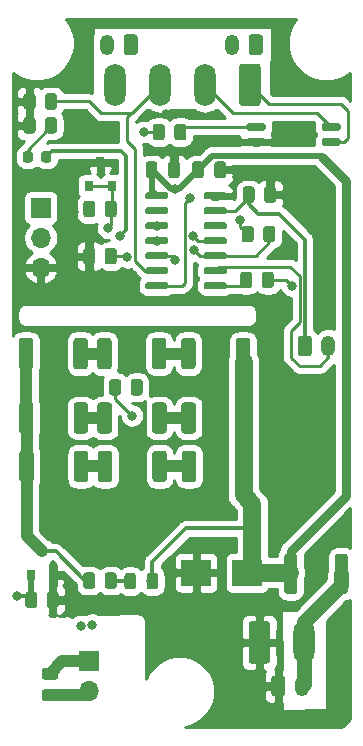
<source format=gtl>
G04 #@! TF.GenerationSoftware,KiCad,Pcbnew,5.1.9+dfsg1-1+deb11u1*
G04 #@! TF.CreationDate,2022-12-15T03:13:05+00:00*
G04 #@! TF.ProjectId,ModuleV450,4d6f6475-6c65-4563-9435-302e6b696361,rev?*
G04 #@! TF.SameCoordinates,Original*
G04 #@! TF.FileFunction,Copper,L1,Top*
G04 #@! TF.FilePolarity,Positive*
%FSLAX46Y46*%
G04 Gerber Fmt 4.6, Leading zero omitted, Abs format (unit mm)*
G04 Created by KiCad (PCBNEW 5.1.9+dfsg1-1+deb11u1) date 2022-12-15 03:13:05*
%MOMM*%
%LPD*%
G01*
G04 APERTURE LIST*
G04 #@! TA.AperFunction,ComponentPad*
%ADD10O,1.700000X1.700000*%
G04 #@! TD*
G04 #@! TA.AperFunction,ComponentPad*
%ADD11R,1.700000X1.700000*%
G04 #@! TD*
G04 #@! TA.AperFunction,ComponentPad*
%ADD12O,1.800000X3.600000*%
G04 #@! TD*
G04 #@! TA.AperFunction,ComponentPad*
%ADD13O,1.200000X1.750000*%
G04 #@! TD*
G04 #@! TA.AperFunction,SMDPad,CuDef*
%ADD14R,2.500000X2.300000*%
G04 #@! TD*
G04 #@! TA.AperFunction,SMDPad,CuDef*
%ADD15R,0.800000X0.900000*%
G04 #@! TD*
G04 #@! TA.AperFunction,ViaPad*
%ADD16C,0.800000*%
G04 #@! TD*
G04 #@! TA.AperFunction,Conductor*
%ADD17C,0.600000*%
G04 #@! TD*
G04 #@! TA.AperFunction,Conductor*
%ADD18C,1.000000*%
G04 #@! TD*
G04 #@! TA.AperFunction,Conductor*
%ADD19C,1.500000*%
G04 #@! TD*
G04 #@! TA.AperFunction,Conductor*
%ADD20C,0.300000*%
G04 #@! TD*
G04 #@! TA.AperFunction,Conductor*
%ADD21C,0.250000*%
G04 #@! TD*
G04 #@! TA.AperFunction,Conductor*
%ADD22C,0.500000*%
G04 #@! TD*
G04 #@! TA.AperFunction,Conductor*
%ADD23C,0.750000*%
G04 #@! TD*
G04 #@! TA.AperFunction,Conductor*
%ADD24C,1.250000*%
G04 #@! TD*
G04 #@! TA.AperFunction,Conductor*
%ADD25C,0.254000*%
G04 #@! TD*
G04 #@! TA.AperFunction,Conductor*
%ADD26C,0.100000*%
G04 #@! TD*
G04 APERTURE END LIST*
D10*
X105017600Y-69767600D03*
X105017600Y-67227600D03*
D11*
X105017600Y-64687600D03*
D12*
X111287600Y-54287600D03*
X115097600Y-54287600D03*
X118907600Y-54287600D03*
G04 #@! TA.AperFunction,ComponentPad*
G36*
G01*
X123617600Y-52737600D02*
X123617600Y-55837600D01*
G75*
G02*
X123367600Y-56087600I-250000J0D01*
G01*
X122067600Y-56087600D01*
G75*
G02*
X121817600Y-55837600I0J250000D01*
G01*
X121817600Y-52737600D01*
G75*
G02*
X122067600Y-52487600I250000J0D01*
G01*
X123367600Y-52487600D01*
G75*
G02*
X123617600Y-52737600I0J-250000D01*
G01*
G37*
G04 #@! TD.AperFunction*
X127327600Y-101487600D03*
G04 #@! TA.AperFunction,ComponentPad*
G36*
G01*
X122617600Y-103037600D02*
X122617600Y-99937600D01*
G75*
G02*
X122867600Y-99687600I250000J0D01*
G01*
X124167600Y-99687600D01*
G75*
G02*
X124417600Y-99937600I0J-250000D01*
G01*
X124417600Y-103037600D01*
G75*
G02*
X124167600Y-103287600I-250000J0D01*
G01*
X122867600Y-103287600D01*
G75*
G02*
X122617600Y-103037600I0J250000D01*
G01*
G37*
G04 #@! TD.AperFunction*
G04 #@! TA.AperFunction,SMDPad,CuDef*
G36*
G01*
X105042600Y-60643850D02*
X105042600Y-60131350D01*
G75*
G02*
X105261350Y-59912600I218750J0D01*
G01*
X105698850Y-59912600D01*
G75*
G02*
X105917600Y-60131350I0J-218750D01*
G01*
X105917600Y-60643850D01*
G75*
G02*
X105698850Y-60862600I-218750J0D01*
G01*
X105261350Y-60862600D01*
G75*
G02*
X105042600Y-60643850I0J218750D01*
G01*
G37*
G04 #@! TD.AperFunction*
G04 #@! TA.AperFunction,SMDPad,CuDef*
G36*
G01*
X103467600Y-60643850D02*
X103467600Y-60131350D01*
G75*
G02*
X103686350Y-59912600I218750J0D01*
G01*
X104123850Y-59912600D01*
G75*
G02*
X104342600Y-60131350I0J-218750D01*
G01*
X104342600Y-60643850D01*
G75*
G02*
X104123850Y-60862600I-218750J0D01*
G01*
X103686350Y-60862600D01*
G75*
G02*
X103467600Y-60643850I0J218750D01*
G01*
G37*
G04 #@! TD.AperFunction*
D10*
X109117600Y-105627600D03*
D11*
X109117600Y-103087600D03*
G04 #@! TA.AperFunction,SMDPad,CuDef*
G36*
G01*
X104392600Y-81412600D02*
X104392600Y-83562600D01*
G75*
G02*
X104142600Y-83812600I-250000J0D01*
G01*
X103417600Y-83812600D01*
G75*
G02*
X103167600Y-83562600I0J250000D01*
G01*
X103167600Y-81412600D01*
G75*
G02*
X103417600Y-81162600I250000J0D01*
G01*
X104142600Y-81162600D01*
G75*
G02*
X104392600Y-81412600I0J-250000D01*
G01*
G37*
G04 #@! TD.AperFunction*
G04 #@! TA.AperFunction,SMDPad,CuDef*
G36*
G01*
X109017600Y-81412600D02*
X109017600Y-83562600D01*
G75*
G02*
X108767600Y-83812600I-250000J0D01*
G01*
X108042600Y-83812600D01*
G75*
G02*
X107792600Y-83562600I0J250000D01*
G01*
X107792600Y-81412600D01*
G75*
G02*
X108042600Y-81162600I250000J0D01*
G01*
X108767600Y-81162600D01*
G75*
G02*
X109017600Y-81412600I0J-250000D01*
G01*
G37*
G04 #@! TD.AperFunction*
G04 #@! TA.AperFunction,SMDPad,CuDef*
G36*
G01*
X104417600Y-85512600D02*
X104417600Y-87662600D01*
G75*
G02*
X104167600Y-87912600I-250000J0D01*
G01*
X103442600Y-87912600D01*
G75*
G02*
X103192600Y-87662600I0J250000D01*
G01*
X103192600Y-85512600D01*
G75*
G02*
X103442600Y-85262600I250000J0D01*
G01*
X104167600Y-85262600D01*
G75*
G02*
X104417600Y-85512600I0J-250000D01*
G01*
G37*
G04 #@! TD.AperFunction*
G04 #@! TA.AperFunction,SMDPad,CuDef*
G36*
G01*
X109042600Y-85512600D02*
X109042600Y-87662600D01*
G75*
G02*
X108792600Y-87912600I-250000J0D01*
G01*
X108067600Y-87912600D01*
G75*
G02*
X107817600Y-87662600I0J250000D01*
G01*
X107817600Y-85512600D01*
G75*
G02*
X108067600Y-85262600I250000J0D01*
G01*
X108792600Y-85262600D01*
G75*
G02*
X109042600Y-85512600I0J-250000D01*
G01*
G37*
G04 #@! TD.AperFunction*
G04 #@! TA.AperFunction,SMDPad,CuDef*
G36*
G01*
X111034266Y-81412600D02*
X111034266Y-83562600D01*
G75*
G02*
X110784266Y-83812600I-250000J0D01*
G01*
X110059266Y-83812600D01*
G75*
G02*
X109809266Y-83562600I0J250000D01*
G01*
X109809266Y-81412600D01*
G75*
G02*
X110059266Y-81162600I250000J0D01*
G01*
X110784266Y-81162600D01*
G75*
G02*
X111034266Y-81412600I0J-250000D01*
G01*
G37*
G04 #@! TD.AperFunction*
G04 #@! TA.AperFunction,SMDPad,CuDef*
G36*
G01*
X115659266Y-81412600D02*
X115659266Y-83562600D01*
G75*
G02*
X115409266Y-83812600I-250000J0D01*
G01*
X114684266Y-83812600D01*
G75*
G02*
X114434266Y-83562600I0J250000D01*
G01*
X114434266Y-81412600D01*
G75*
G02*
X114684266Y-81162600I250000J0D01*
G01*
X115409266Y-81162600D01*
G75*
G02*
X115659266Y-81412600I0J-250000D01*
G01*
G37*
G04 #@! TD.AperFunction*
G04 #@! TA.AperFunction,SMDPad,CuDef*
G36*
G01*
X111059266Y-85512600D02*
X111059266Y-87662600D01*
G75*
G02*
X110809266Y-87912600I-250000J0D01*
G01*
X110084266Y-87912600D01*
G75*
G02*
X109834266Y-87662600I0J250000D01*
G01*
X109834266Y-85512600D01*
G75*
G02*
X110084266Y-85262600I250000J0D01*
G01*
X110809266Y-85262600D01*
G75*
G02*
X111059266Y-85512600I0J-250000D01*
G01*
G37*
G04 #@! TD.AperFunction*
G04 #@! TA.AperFunction,SMDPad,CuDef*
G36*
G01*
X115684266Y-85512600D02*
X115684266Y-87662600D01*
G75*
G02*
X115434266Y-87912600I-250000J0D01*
G01*
X114709266Y-87912600D01*
G75*
G02*
X114459266Y-87662600I0J250000D01*
G01*
X114459266Y-85512600D01*
G75*
G02*
X114709266Y-85262600I250000J0D01*
G01*
X115434266Y-85262600D01*
G75*
G02*
X115684266Y-85512600I0J-250000D01*
G01*
G37*
G04 #@! TD.AperFunction*
G04 #@! TA.AperFunction,SMDPad,CuDef*
G36*
G01*
X118142600Y-81412600D02*
X118142600Y-83562600D01*
G75*
G02*
X117892600Y-83812600I-250000J0D01*
G01*
X117167600Y-83812600D01*
G75*
G02*
X116917600Y-83562600I0J250000D01*
G01*
X116917600Y-81412600D01*
G75*
G02*
X117167600Y-81162600I250000J0D01*
G01*
X117892600Y-81162600D01*
G75*
G02*
X118142600Y-81412600I0J-250000D01*
G01*
G37*
G04 #@! TD.AperFunction*
G04 #@! TA.AperFunction,SMDPad,CuDef*
G36*
G01*
X122767600Y-81412600D02*
X122767600Y-83562600D01*
G75*
G02*
X122517600Y-83812600I-250000J0D01*
G01*
X121792600Y-83812600D01*
G75*
G02*
X121542600Y-83562600I0J250000D01*
G01*
X121542600Y-81412600D01*
G75*
G02*
X121792600Y-81162600I250000J0D01*
G01*
X122517600Y-81162600D01*
G75*
G02*
X122767600Y-81412600I0J-250000D01*
G01*
G37*
G04 #@! TD.AperFunction*
G04 #@! TA.AperFunction,SMDPad,CuDef*
G36*
G01*
X118167600Y-85512600D02*
X118167600Y-87662600D01*
G75*
G02*
X117917600Y-87912600I-250000J0D01*
G01*
X117192600Y-87912600D01*
G75*
G02*
X116942600Y-87662600I0J250000D01*
G01*
X116942600Y-85512600D01*
G75*
G02*
X117192600Y-85262600I250000J0D01*
G01*
X117917600Y-85262600D01*
G75*
G02*
X118167600Y-85512600I0J-250000D01*
G01*
G37*
G04 #@! TD.AperFunction*
G04 #@! TA.AperFunction,SMDPad,CuDef*
G36*
G01*
X122792600Y-85512600D02*
X122792600Y-87662600D01*
G75*
G02*
X122542600Y-87912600I-250000J0D01*
G01*
X121817600Y-87912600D01*
G75*
G02*
X121567600Y-87662600I0J250000D01*
G01*
X121567600Y-85512600D01*
G75*
G02*
X121817600Y-85262600I250000J0D01*
G01*
X122542600Y-85262600D01*
G75*
G02*
X122792600Y-85512600I0J-250000D01*
G01*
G37*
G04 #@! TD.AperFunction*
G04 #@! TA.AperFunction,SMDPad,CuDef*
G36*
G01*
X104367600Y-75962600D02*
X104367600Y-78112600D01*
G75*
G02*
X104117600Y-78362600I-250000J0D01*
G01*
X103392600Y-78362600D01*
G75*
G02*
X103142600Y-78112600I0J250000D01*
G01*
X103142600Y-75962600D01*
G75*
G02*
X103392600Y-75712600I250000J0D01*
G01*
X104117600Y-75712600D01*
G75*
G02*
X104367600Y-75962600I0J-250000D01*
G01*
G37*
G04 #@! TD.AperFunction*
G04 #@! TA.AperFunction,SMDPad,CuDef*
G36*
G01*
X108992600Y-75962600D02*
X108992600Y-78112600D01*
G75*
G02*
X108742600Y-78362600I-250000J0D01*
G01*
X108017600Y-78362600D01*
G75*
G02*
X107767600Y-78112600I0J250000D01*
G01*
X107767600Y-75962600D01*
G75*
G02*
X108017600Y-75712600I250000J0D01*
G01*
X108742600Y-75712600D01*
G75*
G02*
X108992600Y-75962600I0J-250000D01*
G01*
G37*
G04 #@! TD.AperFunction*
G04 #@! TA.AperFunction,SMDPad,CuDef*
G36*
G01*
X111009266Y-75962600D02*
X111009266Y-78112600D01*
G75*
G02*
X110759266Y-78362600I-250000J0D01*
G01*
X110034266Y-78362600D01*
G75*
G02*
X109784266Y-78112600I0J250000D01*
G01*
X109784266Y-75962600D01*
G75*
G02*
X110034266Y-75712600I250000J0D01*
G01*
X110759266Y-75712600D01*
G75*
G02*
X111009266Y-75962600I0J-250000D01*
G01*
G37*
G04 #@! TD.AperFunction*
G04 #@! TA.AperFunction,SMDPad,CuDef*
G36*
G01*
X115634266Y-75962600D02*
X115634266Y-78112600D01*
G75*
G02*
X115384266Y-78362600I-250000J0D01*
G01*
X114659266Y-78362600D01*
G75*
G02*
X114409266Y-78112600I0J250000D01*
G01*
X114409266Y-75962600D01*
G75*
G02*
X114659266Y-75712600I250000J0D01*
G01*
X115384266Y-75712600D01*
G75*
G02*
X115634266Y-75962600I0J-250000D01*
G01*
G37*
G04 #@! TD.AperFunction*
G04 #@! TA.AperFunction,SMDPad,CuDef*
G36*
G01*
X118117600Y-75962600D02*
X118117600Y-78112600D01*
G75*
G02*
X117867600Y-78362600I-250000J0D01*
G01*
X117142600Y-78362600D01*
G75*
G02*
X116892600Y-78112600I0J250000D01*
G01*
X116892600Y-75962600D01*
G75*
G02*
X117142600Y-75712600I250000J0D01*
G01*
X117867600Y-75712600D01*
G75*
G02*
X118117600Y-75962600I0J-250000D01*
G01*
G37*
G04 #@! TD.AperFunction*
G04 #@! TA.AperFunction,SMDPad,CuDef*
G36*
G01*
X122742600Y-75962600D02*
X122742600Y-78112600D01*
G75*
G02*
X122492600Y-78362600I-250000J0D01*
G01*
X121767600Y-78362600D01*
G75*
G02*
X121517600Y-78112600I0J250000D01*
G01*
X121517600Y-75962600D01*
G75*
G02*
X121767600Y-75712600I250000J0D01*
G01*
X122492600Y-75712600D01*
G75*
G02*
X122742600Y-75962600I0J-250000D01*
G01*
G37*
G04 #@! TD.AperFunction*
G04 #@! TA.AperFunction,SMDPad,CuDef*
G36*
G01*
X118797600Y-63837600D02*
X118797600Y-63537600D01*
G75*
G02*
X118947600Y-63387600I150000J0D01*
G01*
X120597600Y-63387600D01*
G75*
G02*
X120747600Y-63537600I0J-150000D01*
G01*
X120747600Y-63837600D01*
G75*
G02*
X120597600Y-63987600I-150000J0D01*
G01*
X118947600Y-63987600D01*
G75*
G02*
X118797600Y-63837600I0J150000D01*
G01*
G37*
G04 #@! TD.AperFunction*
G04 #@! TA.AperFunction,SMDPad,CuDef*
G36*
G01*
X118797600Y-65107600D02*
X118797600Y-64807600D01*
G75*
G02*
X118947600Y-64657600I150000J0D01*
G01*
X120597600Y-64657600D01*
G75*
G02*
X120747600Y-64807600I0J-150000D01*
G01*
X120747600Y-65107600D01*
G75*
G02*
X120597600Y-65257600I-150000J0D01*
G01*
X118947600Y-65257600D01*
G75*
G02*
X118797600Y-65107600I0J150000D01*
G01*
G37*
G04 #@! TD.AperFunction*
G04 #@! TA.AperFunction,SMDPad,CuDef*
G36*
G01*
X118797600Y-66377600D02*
X118797600Y-66077600D01*
G75*
G02*
X118947600Y-65927600I150000J0D01*
G01*
X120597600Y-65927600D01*
G75*
G02*
X120747600Y-66077600I0J-150000D01*
G01*
X120747600Y-66377600D01*
G75*
G02*
X120597600Y-66527600I-150000J0D01*
G01*
X118947600Y-66527600D01*
G75*
G02*
X118797600Y-66377600I0J150000D01*
G01*
G37*
G04 #@! TD.AperFunction*
G04 #@! TA.AperFunction,SMDPad,CuDef*
G36*
G01*
X118797600Y-67647600D02*
X118797600Y-67347600D01*
G75*
G02*
X118947600Y-67197600I150000J0D01*
G01*
X120597600Y-67197600D01*
G75*
G02*
X120747600Y-67347600I0J-150000D01*
G01*
X120747600Y-67647600D01*
G75*
G02*
X120597600Y-67797600I-150000J0D01*
G01*
X118947600Y-67797600D01*
G75*
G02*
X118797600Y-67647600I0J150000D01*
G01*
G37*
G04 #@! TD.AperFunction*
G04 #@! TA.AperFunction,SMDPad,CuDef*
G36*
G01*
X118797600Y-68917600D02*
X118797600Y-68617600D01*
G75*
G02*
X118947600Y-68467600I150000J0D01*
G01*
X120597600Y-68467600D01*
G75*
G02*
X120747600Y-68617600I0J-150000D01*
G01*
X120747600Y-68917600D01*
G75*
G02*
X120597600Y-69067600I-150000J0D01*
G01*
X118947600Y-69067600D01*
G75*
G02*
X118797600Y-68917600I0J150000D01*
G01*
G37*
G04 #@! TD.AperFunction*
G04 #@! TA.AperFunction,SMDPad,CuDef*
G36*
G01*
X118797600Y-70187600D02*
X118797600Y-69887600D01*
G75*
G02*
X118947600Y-69737600I150000J0D01*
G01*
X120597600Y-69737600D01*
G75*
G02*
X120747600Y-69887600I0J-150000D01*
G01*
X120747600Y-70187600D01*
G75*
G02*
X120597600Y-70337600I-150000J0D01*
G01*
X118947600Y-70337600D01*
G75*
G02*
X118797600Y-70187600I0J150000D01*
G01*
G37*
G04 #@! TD.AperFunction*
G04 #@! TA.AperFunction,SMDPad,CuDef*
G36*
G01*
X118797600Y-71457600D02*
X118797600Y-71157600D01*
G75*
G02*
X118947600Y-71007600I150000J0D01*
G01*
X120597600Y-71007600D01*
G75*
G02*
X120747600Y-71157600I0J-150000D01*
G01*
X120747600Y-71457600D01*
G75*
G02*
X120597600Y-71607600I-150000J0D01*
G01*
X118947600Y-71607600D01*
G75*
G02*
X118797600Y-71457600I0J150000D01*
G01*
G37*
G04 #@! TD.AperFunction*
G04 #@! TA.AperFunction,SMDPad,CuDef*
G36*
G01*
X113847600Y-71457600D02*
X113847600Y-71157600D01*
G75*
G02*
X113997600Y-71007600I150000J0D01*
G01*
X115647600Y-71007600D01*
G75*
G02*
X115797600Y-71157600I0J-150000D01*
G01*
X115797600Y-71457600D01*
G75*
G02*
X115647600Y-71607600I-150000J0D01*
G01*
X113997600Y-71607600D01*
G75*
G02*
X113847600Y-71457600I0J150000D01*
G01*
G37*
G04 #@! TD.AperFunction*
G04 #@! TA.AperFunction,SMDPad,CuDef*
G36*
G01*
X113847600Y-70187600D02*
X113847600Y-69887600D01*
G75*
G02*
X113997600Y-69737600I150000J0D01*
G01*
X115647600Y-69737600D01*
G75*
G02*
X115797600Y-69887600I0J-150000D01*
G01*
X115797600Y-70187600D01*
G75*
G02*
X115647600Y-70337600I-150000J0D01*
G01*
X113997600Y-70337600D01*
G75*
G02*
X113847600Y-70187600I0J150000D01*
G01*
G37*
G04 #@! TD.AperFunction*
G04 #@! TA.AperFunction,SMDPad,CuDef*
G36*
G01*
X113847600Y-68917600D02*
X113847600Y-68617600D01*
G75*
G02*
X113997600Y-68467600I150000J0D01*
G01*
X115647600Y-68467600D01*
G75*
G02*
X115797600Y-68617600I0J-150000D01*
G01*
X115797600Y-68917600D01*
G75*
G02*
X115647600Y-69067600I-150000J0D01*
G01*
X113997600Y-69067600D01*
G75*
G02*
X113847600Y-68917600I0J150000D01*
G01*
G37*
G04 #@! TD.AperFunction*
G04 #@! TA.AperFunction,SMDPad,CuDef*
G36*
G01*
X113847600Y-67647600D02*
X113847600Y-67347600D01*
G75*
G02*
X113997600Y-67197600I150000J0D01*
G01*
X115647600Y-67197600D01*
G75*
G02*
X115797600Y-67347600I0J-150000D01*
G01*
X115797600Y-67647600D01*
G75*
G02*
X115647600Y-67797600I-150000J0D01*
G01*
X113997600Y-67797600D01*
G75*
G02*
X113847600Y-67647600I0J150000D01*
G01*
G37*
G04 #@! TD.AperFunction*
G04 #@! TA.AperFunction,SMDPad,CuDef*
G36*
G01*
X113847600Y-66377600D02*
X113847600Y-66077600D01*
G75*
G02*
X113997600Y-65927600I150000J0D01*
G01*
X115647600Y-65927600D01*
G75*
G02*
X115797600Y-66077600I0J-150000D01*
G01*
X115797600Y-66377600D01*
G75*
G02*
X115647600Y-66527600I-150000J0D01*
G01*
X113997600Y-66527600D01*
G75*
G02*
X113847600Y-66377600I0J150000D01*
G01*
G37*
G04 #@! TD.AperFunction*
G04 #@! TA.AperFunction,SMDPad,CuDef*
G36*
G01*
X113847600Y-65107600D02*
X113847600Y-64807600D01*
G75*
G02*
X113997600Y-64657600I150000J0D01*
G01*
X115647600Y-64657600D01*
G75*
G02*
X115797600Y-64807600I0J-150000D01*
G01*
X115797600Y-65107600D01*
G75*
G02*
X115647600Y-65257600I-150000J0D01*
G01*
X113997600Y-65257600D01*
G75*
G02*
X113847600Y-65107600I0J150000D01*
G01*
G37*
G04 #@! TD.AperFunction*
G04 #@! TA.AperFunction,SMDPad,CuDef*
G36*
G01*
X113847600Y-63837600D02*
X113847600Y-63537600D01*
G75*
G02*
X113997600Y-63387600I150000J0D01*
G01*
X115647600Y-63387600D01*
G75*
G02*
X115797600Y-63537600I0J-150000D01*
G01*
X115797600Y-63837600D01*
G75*
G02*
X115647600Y-63987600I-150000J0D01*
G01*
X113997600Y-63987600D01*
G75*
G02*
X113847600Y-63837600I0J150000D01*
G01*
G37*
G04 #@! TD.AperFunction*
G04 #@! TA.AperFunction,SMDPad,CuDef*
G36*
G01*
X128792600Y-58002600D02*
X128792600Y-57702600D01*
G75*
G02*
X128942600Y-57552600I150000J0D01*
G01*
X130267600Y-57552600D01*
G75*
G02*
X130417600Y-57702600I0J-150000D01*
G01*
X130417600Y-58002600D01*
G75*
G02*
X130267600Y-58152600I-150000J0D01*
G01*
X128942600Y-58152600D01*
G75*
G02*
X128792600Y-58002600I0J150000D01*
G01*
G37*
G04 #@! TD.AperFunction*
G04 #@! TA.AperFunction,SMDPad,CuDef*
G36*
G01*
X128792600Y-59272600D02*
X128792600Y-58972600D01*
G75*
G02*
X128942600Y-58822600I150000J0D01*
G01*
X130267600Y-58822600D01*
G75*
G02*
X130417600Y-58972600I0J-150000D01*
G01*
X130417600Y-59272600D01*
G75*
G02*
X130267600Y-59422600I-150000J0D01*
G01*
X128942600Y-59422600D01*
G75*
G02*
X128792600Y-59272600I0J150000D01*
G01*
G37*
G04 #@! TD.AperFunction*
G04 #@! TA.AperFunction,SMDPad,CuDef*
G36*
G01*
X122417600Y-59272600D02*
X122417600Y-58972600D01*
G75*
G02*
X122567600Y-58822600I150000J0D01*
G01*
X123892600Y-58822600D01*
G75*
G02*
X124042600Y-58972600I0J-150000D01*
G01*
X124042600Y-59272600D01*
G75*
G02*
X123892600Y-59422600I-150000J0D01*
G01*
X122567600Y-59422600D01*
G75*
G02*
X122417600Y-59272600I0J150000D01*
G01*
G37*
G04 #@! TD.AperFunction*
G04 #@! TA.AperFunction,SMDPad,CuDef*
G36*
G01*
X122417600Y-58002600D02*
X122417600Y-57702600D01*
G75*
G02*
X122567600Y-57552600I150000J0D01*
G01*
X123892600Y-57552600D01*
G75*
G02*
X124042600Y-57702600I0J-150000D01*
G01*
X124042600Y-58002600D01*
G75*
G02*
X123892600Y-58152600I-150000J0D01*
G01*
X122567600Y-58152600D01*
G75*
G02*
X122417600Y-58002600I0J150000D01*
G01*
G37*
G04 #@! TD.AperFunction*
D13*
X121217600Y-50887600D03*
G04 #@! TA.AperFunction,ComponentPad*
G36*
G01*
X123817600Y-50262599D02*
X123817600Y-51512601D01*
G75*
G02*
X123567601Y-51762600I-249999J0D01*
G01*
X122867599Y-51762600D01*
G75*
G02*
X122617600Y-51512601I0J249999D01*
G01*
X122617600Y-50262599D01*
G75*
G02*
X122867599Y-50012600I249999J0D01*
G01*
X123567601Y-50012600D01*
G75*
G02*
X123817600Y-50262599I0J-249999D01*
G01*
G37*
G04 #@! TD.AperFunction*
X110617600Y-50887600D03*
G04 #@! TA.AperFunction,ComponentPad*
G36*
G01*
X113217600Y-50262599D02*
X113217600Y-51512601D01*
G75*
G02*
X112967601Y-51762600I-249999J0D01*
G01*
X112267599Y-51762600D01*
G75*
G02*
X112017600Y-51512601I0J249999D01*
G01*
X112017600Y-50262599D01*
G75*
G02*
X112267599Y-50012600I249999J0D01*
G01*
X112967601Y-50012600D01*
G75*
G02*
X113217600Y-50262599I0J-249999D01*
G01*
G37*
G04 #@! TD.AperFunction*
G04 #@! TA.AperFunction,SMDPad,CuDef*
G36*
G01*
X123837600Y-67377601D02*
X123837600Y-66477599D01*
G75*
G02*
X124087599Y-66227600I249999J0D01*
G01*
X124612601Y-66227600D01*
G75*
G02*
X124862600Y-66477599I0J-249999D01*
G01*
X124862600Y-67377601D01*
G75*
G02*
X124612601Y-67627600I-249999J0D01*
G01*
X124087599Y-67627600D01*
G75*
G02*
X123837600Y-67377601I0J249999D01*
G01*
G37*
G04 #@! TD.AperFunction*
G04 #@! TA.AperFunction,SMDPad,CuDef*
G36*
G01*
X122012600Y-67377601D02*
X122012600Y-66477599D01*
G75*
G02*
X122262599Y-66227600I249999J0D01*
G01*
X122787601Y-66227600D01*
G75*
G02*
X123037600Y-66477599I0J-249999D01*
G01*
X123037600Y-67377601D01*
G75*
G02*
X122787601Y-67627600I-249999J0D01*
G01*
X122262599Y-67627600D01*
G75*
G02*
X122012600Y-67377601I0J249999D01*
G01*
G37*
G04 #@! TD.AperFunction*
D14*
X118167600Y-95587600D03*
X122467600Y-95587600D03*
G04 #@! TA.AperFunction,SMDPad,CuDef*
G36*
G01*
X106237601Y-104657600D02*
X105337599Y-104657600D01*
G75*
G02*
X105087600Y-104407601I0J249999D01*
G01*
X105087600Y-103882599D01*
G75*
G02*
X105337599Y-103632600I249999J0D01*
G01*
X106237601Y-103632600D01*
G75*
G02*
X106487600Y-103882599I0J-249999D01*
G01*
X106487600Y-104407601D01*
G75*
G02*
X106237601Y-104657600I-249999J0D01*
G01*
G37*
G04 #@! TD.AperFunction*
G04 #@! TA.AperFunction,SMDPad,CuDef*
G36*
G01*
X106237601Y-106482600D02*
X105337599Y-106482600D01*
G75*
G02*
X105087600Y-106232601I0J249999D01*
G01*
X105087600Y-105707599D01*
G75*
G02*
X105337599Y-105457600I249999J0D01*
G01*
X106237601Y-105457600D01*
G75*
G02*
X106487600Y-105707599I0J-249999D01*
G01*
X106487600Y-106232601D01*
G75*
G02*
X106237601Y-106482600I-249999J0D01*
G01*
G37*
G04 #@! TD.AperFunction*
G04 #@! TA.AperFunction,SMDPad,CuDef*
G36*
G01*
X123917600Y-64037601D02*
X123917600Y-63137599D01*
G75*
G02*
X124167599Y-62887600I249999J0D01*
G01*
X124692601Y-62887600D01*
G75*
G02*
X124942600Y-63137599I0J-249999D01*
G01*
X124942600Y-64037601D01*
G75*
G02*
X124692601Y-64287600I-249999J0D01*
G01*
X124167599Y-64287600D01*
G75*
G02*
X123917600Y-64037601I0J249999D01*
G01*
G37*
G04 #@! TD.AperFunction*
G04 #@! TA.AperFunction,SMDPad,CuDef*
G36*
G01*
X122092600Y-64037601D02*
X122092600Y-63137599D01*
G75*
G02*
X122342599Y-62887600I249999J0D01*
G01*
X122867601Y-62887600D01*
G75*
G02*
X123117600Y-63137599I0J-249999D01*
G01*
X123117600Y-64037601D01*
G75*
G02*
X122867601Y-64287600I-249999J0D01*
G01*
X122342599Y-64287600D01*
G75*
G02*
X122092600Y-64037601I0J249999D01*
G01*
G37*
G04 #@! TD.AperFunction*
G04 #@! TA.AperFunction,SMDPad,CuDef*
G36*
G01*
X109617600Y-68337599D02*
X109617600Y-69237601D01*
G75*
G02*
X109367601Y-69487600I-249999J0D01*
G01*
X108842599Y-69487600D01*
G75*
G02*
X108592600Y-69237601I0J249999D01*
G01*
X108592600Y-68337599D01*
G75*
G02*
X108842599Y-68087600I249999J0D01*
G01*
X109367601Y-68087600D01*
G75*
G02*
X109617600Y-68337599I0J-249999D01*
G01*
G37*
G04 #@! TD.AperFunction*
G04 #@! TA.AperFunction,SMDPad,CuDef*
G36*
G01*
X111442600Y-68337599D02*
X111442600Y-69237601D01*
G75*
G02*
X111192601Y-69487600I-249999J0D01*
G01*
X110667599Y-69487600D01*
G75*
G02*
X110417600Y-69237601I0J249999D01*
G01*
X110417600Y-68337599D01*
G75*
G02*
X110667599Y-68087600I249999J0D01*
G01*
X111192601Y-68087600D01*
G75*
G02*
X111442600Y-68337599I0J-249999D01*
G01*
G37*
G04 #@! TD.AperFunction*
G04 #@! TA.AperFunction,SMDPad,CuDef*
G36*
G01*
X112617600Y-80337601D02*
X112617600Y-79437599D01*
G75*
G02*
X112867599Y-79187600I249999J0D01*
G01*
X113392601Y-79187600D01*
G75*
G02*
X113642600Y-79437599I0J-249999D01*
G01*
X113642600Y-80337601D01*
G75*
G02*
X113392601Y-80587600I-249999J0D01*
G01*
X112867599Y-80587600D01*
G75*
G02*
X112617600Y-80337601I0J249999D01*
G01*
G37*
G04 #@! TD.AperFunction*
G04 #@! TA.AperFunction,SMDPad,CuDef*
G36*
G01*
X110792600Y-80337601D02*
X110792600Y-79437599D01*
G75*
G02*
X111042599Y-79187600I249999J0D01*
G01*
X111567601Y-79187600D01*
G75*
G02*
X111817600Y-79437599I0J-249999D01*
G01*
X111817600Y-80337601D01*
G75*
G02*
X111567601Y-80587600I-249999J0D01*
G01*
X111042599Y-80587600D01*
G75*
G02*
X110792600Y-80337601I0J249999D01*
G01*
G37*
G04 #@! TD.AperFunction*
G04 #@! TA.AperFunction,SMDPad,CuDef*
G36*
G01*
X105367600Y-58162601D02*
X105367600Y-57262599D01*
G75*
G02*
X105617599Y-57012600I249999J0D01*
G01*
X106142601Y-57012600D01*
G75*
G02*
X106392600Y-57262599I0J-249999D01*
G01*
X106392600Y-58162601D01*
G75*
G02*
X106142601Y-58412600I-249999J0D01*
G01*
X105617599Y-58412600D01*
G75*
G02*
X105367600Y-58162601I0J249999D01*
G01*
G37*
G04 #@! TD.AperFunction*
G04 #@! TA.AperFunction,SMDPad,CuDef*
G36*
G01*
X103542600Y-58162601D02*
X103542600Y-57262599D01*
G75*
G02*
X103792599Y-57012600I249999J0D01*
G01*
X104317601Y-57012600D01*
G75*
G02*
X104567600Y-57262599I0J-249999D01*
G01*
X104567600Y-58162601D01*
G75*
G02*
X104317601Y-58412600I-249999J0D01*
G01*
X103792599Y-58412600D01*
G75*
G02*
X103542600Y-58162601I0J249999D01*
G01*
G37*
G04 #@! TD.AperFunction*
G04 #@! TA.AperFunction,SMDPad,CuDef*
G36*
G01*
X110417600Y-96707601D02*
X110417600Y-95807599D01*
G75*
G02*
X110667599Y-95557600I249999J0D01*
G01*
X111192601Y-95557600D01*
G75*
G02*
X111442600Y-95807599I0J-249999D01*
G01*
X111442600Y-96707601D01*
G75*
G02*
X111192601Y-96957600I-249999J0D01*
G01*
X110667599Y-96957600D01*
G75*
G02*
X110417600Y-96707601I0J249999D01*
G01*
G37*
G04 #@! TD.AperFunction*
G04 #@! TA.AperFunction,SMDPad,CuDef*
G36*
G01*
X108592600Y-96707601D02*
X108592600Y-95807599D01*
G75*
G02*
X108842599Y-95557600I249999J0D01*
G01*
X109367601Y-95557600D01*
G75*
G02*
X109617600Y-95807599I0J-249999D01*
G01*
X109617600Y-96707601D01*
G75*
G02*
X109367601Y-96957600I-249999J0D01*
G01*
X108842599Y-96957600D01*
G75*
G02*
X108592600Y-96707601I0J249999D01*
G01*
G37*
G04 #@! TD.AperFunction*
G04 #@! TA.AperFunction,SMDPad,CuDef*
G36*
G01*
X105367600Y-56137601D02*
X105367600Y-55237599D01*
G75*
G02*
X105617599Y-54987600I249999J0D01*
G01*
X106142601Y-54987600D01*
G75*
G02*
X106392600Y-55237599I0J-249999D01*
G01*
X106392600Y-56137601D01*
G75*
G02*
X106142601Y-56387600I-249999J0D01*
G01*
X105617599Y-56387600D01*
G75*
G02*
X105367600Y-56137601I0J249999D01*
G01*
G37*
G04 #@! TD.AperFunction*
G04 #@! TA.AperFunction,SMDPad,CuDef*
G36*
G01*
X103542600Y-56137601D02*
X103542600Y-55237599D01*
G75*
G02*
X103792599Y-54987600I249999J0D01*
G01*
X104317601Y-54987600D01*
G75*
G02*
X104567600Y-55237599I0J-249999D01*
G01*
X104567600Y-56137601D01*
G75*
G02*
X104317601Y-56387600I-249999J0D01*
G01*
X103792599Y-56387600D01*
G75*
G02*
X103542600Y-56137601I0J249999D01*
G01*
G37*
G04 #@! TD.AperFunction*
G04 #@! TA.AperFunction,SMDPad,CuDef*
G36*
G01*
X105517600Y-98337601D02*
X105517600Y-97437599D01*
G75*
G02*
X105767599Y-97187600I249999J0D01*
G01*
X106292601Y-97187600D01*
G75*
G02*
X106542600Y-97437599I0J-249999D01*
G01*
X106542600Y-98337601D01*
G75*
G02*
X106292601Y-98587600I-249999J0D01*
G01*
X105767599Y-98587600D01*
G75*
G02*
X105517600Y-98337601I0J249999D01*
G01*
G37*
G04 #@! TD.AperFunction*
G04 #@! TA.AperFunction,SMDPad,CuDef*
G36*
G01*
X103692600Y-98337601D02*
X103692600Y-97437599D01*
G75*
G02*
X103942599Y-97187600I249999J0D01*
G01*
X104467601Y-97187600D01*
G75*
G02*
X104717600Y-97437599I0J-249999D01*
G01*
X104717600Y-98337601D01*
G75*
G02*
X104467601Y-98587600I-249999J0D01*
G01*
X103942599Y-98587600D01*
G75*
G02*
X103692600Y-98337601I0J249999D01*
G01*
G37*
G04 #@! TD.AperFunction*
G04 #@! TA.AperFunction,SMDPad,CuDef*
G36*
G01*
X122917600Y-70337599D02*
X122917600Y-71237601D01*
G75*
G02*
X122667601Y-71487600I-249999J0D01*
G01*
X122142599Y-71487600D01*
G75*
G02*
X121892600Y-71237601I0J249999D01*
G01*
X121892600Y-70337599D01*
G75*
G02*
X122142599Y-70087600I249999J0D01*
G01*
X122667601Y-70087600D01*
G75*
G02*
X122917600Y-70337599I0J-249999D01*
G01*
G37*
G04 #@! TD.AperFunction*
G04 #@! TA.AperFunction,SMDPad,CuDef*
G36*
G01*
X124742600Y-70337599D02*
X124742600Y-71237601D01*
G75*
G02*
X124492601Y-71487600I-249999J0D01*
G01*
X123967599Y-71487600D01*
G75*
G02*
X123717600Y-71237601I0J249999D01*
G01*
X123717600Y-70337599D01*
G75*
G02*
X123967599Y-70087600I249999J0D01*
G01*
X124492601Y-70087600D01*
G75*
G02*
X124742600Y-70337599I0J-249999D01*
G01*
G37*
G04 #@! TD.AperFunction*
G04 #@! TA.AperFunction,SMDPad,CuDef*
G36*
G01*
X115517600Y-57837599D02*
X115517600Y-58737601D01*
G75*
G02*
X115267601Y-58987600I-249999J0D01*
G01*
X114742599Y-58987600D01*
G75*
G02*
X114492600Y-58737601I0J249999D01*
G01*
X114492600Y-57837599D01*
G75*
G02*
X114742599Y-57587600I249999J0D01*
G01*
X115267601Y-57587600D01*
G75*
G02*
X115517600Y-57837599I0J-249999D01*
G01*
G37*
G04 #@! TD.AperFunction*
G04 #@! TA.AperFunction,SMDPad,CuDef*
G36*
G01*
X117342600Y-57837599D02*
X117342600Y-58737601D01*
G75*
G02*
X117092601Y-58987600I-249999J0D01*
G01*
X116567599Y-58987600D01*
G75*
G02*
X116317600Y-58737601I0J249999D01*
G01*
X116317600Y-57837599D01*
G75*
G02*
X116567599Y-57587600I249999J0D01*
G01*
X117092601Y-57587600D01*
G75*
G02*
X117342600Y-57837599I0J-249999D01*
G01*
G37*
G04 #@! TD.AperFunction*
G04 #@! TA.AperFunction,SMDPad,CuDef*
G36*
G01*
X110417600Y-65247601D02*
X110417600Y-64347599D01*
G75*
G02*
X110667599Y-64097600I249999J0D01*
G01*
X111192601Y-64097600D01*
G75*
G02*
X111442600Y-64347599I0J-249999D01*
G01*
X111442600Y-65247601D01*
G75*
G02*
X111192601Y-65497600I-249999J0D01*
G01*
X110667599Y-65497600D01*
G75*
G02*
X110417600Y-65247601I0J249999D01*
G01*
G37*
G04 #@! TD.AperFunction*
G04 #@! TA.AperFunction,SMDPad,CuDef*
G36*
G01*
X108592600Y-65247601D02*
X108592600Y-64347599D01*
G75*
G02*
X108842599Y-64097600I249999J0D01*
G01*
X109367601Y-64097600D01*
G75*
G02*
X109617600Y-64347599I0J-249999D01*
G01*
X109617600Y-65247601D01*
G75*
G02*
X109367601Y-65497600I-249999J0D01*
G01*
X108842599Y-65497600D01*
G75*
G02*
X108592600Y-65247601I0J249999D01*
G01*
G37*
G04 #@! TD.AperFunction*
D13*
X127117600Y-105187600D03*
G04 #@! TA.AperFunction,ComponentPad*
G36*
G01*
X124517600Y-105812601D02*
X124517600Y-104562599D01*
G75*
G02*
X124767599Y-104312600I249999J0D01*
G01*
X125467601Y-104312600D01*
G75*
G02*
X125717600Y-104562599I0J-249999D01*
G01*
X125717600Y-105812601D01*
G75*
G02*
X125467601Y-106062600I-249999J0D01*
G01*
X124767599Y-106062600D01*
G75*
G02*
X124517600Y-105812601I0J249999D01*
G01*
G37*
G04 #@! TD.AperFunction*
G04 #@! TA.AperFunction,SMDPad,CuDef*
G36*
G01*
X129892600Y-97137601D02*
X129892600Y-94237599D01*
G75*
G02*
X130142599Y-93987600I249999J0D01*
G01*
X130767601Y-93987600D01*
G75*
G02*
X131017600Y-94237599I0J-249999D01*
G01*
X131017600Y-97137601D01*
G75*
G02*
X130767601Y-97387600I-249999J0D01*
G01*
X130142599Y-97387600D01*
G75*
G02*
X129892600Y-97137601I0J249999D01*
G01*
G37*
G04 #@! TD.AperFunction*
G04 #@! TA.AperFunction,SMDPad,CuDef*
G36*
G01*
X125617600Y-97137601D02*
X125617600Y-94237599D01*
G75*
G02*
X125867599Y-93987600I249999J0D01*
G01*
X126492601Y-93987600D01*
G75*
G02*
X126742600Y-94237599I0J-249999D01*
G01*
X126742600Y-97137601D01*
G75*
G02*
X126492601Y-97387600I-249999J0D01*
G01*
X125867599Y-97387600D01*
G75*
G02*
X125617600Y-97137601I0J249999D01*
G01*
G37*
G04 #@! TD.AperFunction*
X129367600Y-76387600D03*
G04 #@! TA.AperFunction,ComponentPad*
G36*
G01*
X126767600Y-77012601D02*
X126767600Y-75762599D01*
G75*
G02*
X127017599Y-75512600I249999J0D01*
G01*
X127717601Y-75512600D01*
G75*
G02*
X127967600Y-75762599I0J-249999D01*
G01*
X127967600Y-77012601D01*
G75*
G02*
X127717601Y-77262600I-249999J0D01*
G01*
X127017599Y-77262600D01*
G75*
G02*
X126767600Y-77012601I0J249999D01*
G01*
G37*
G04 #@! TD.AperFunction*
G04 #@! TA.AperFunction,SMDPad,CuDef*
G36*
G01*
X113967600Y-96758850D02*
X113967600Y-95846350D01*
G75*
G02*
X114211350Y-95602600I243750J0D01*
G01*
X114698850Y-95602600D01*
G75*
G02*
X114942600Y-95846350I0J-243750D01*
G01*
X114942600Y-96758850D01*
G75*
G02*
X114698850Y-97002600I-243750J0D01*
G01*
X114211350Y-97002600D01*
G75*
G02*
X113967600Y-96758850I0J243750D01*
G01*
G37*
G04 #@! TD.AperFunction*
G04 #@! TA.AperFunction,SMDPad,CuDef*
G36*
G01*
X112092600Y-96758850D02*
X112092600Y-95846350D01*
G75*
G02*
X112336350Y-95602600I243750J0D01*
G01*
X112823850Y-95602600D01*
G75*
G02*
X113067600Y-95846350I0J-243750D01*
G01*
X113067600Y-96758850D01*
G75*
G02*
X112823850Y-97002600I-243750J0D01*
G01*
X112336350Y-97002600D01*
G75*
G02*
X112092600Y-96758850I0J243750D01*
G01*
G37*
G04 #@! TD.AperFunction*
D15*
X110057600Y-60847600D03*
X111007600Y-62847600D03*
X109107600Y-62847600D03*
G04 #@! TA.AperFunction,SMDPad,CuDef*
G36*
G01*
X115787600Y-61942600D02*
X115787600Y-60992600D01*
G75*
G02*
X116037600Y-60742600I250000J0D01*
G01*
X116537600Y-60742600D01*
G75*
G02*
X116787600Y-60992600I0J-250000D01*
G01*
X116787600Y-61942600D01*
G75*
G02*
X116537600Y-62192600I-250000J0D01*
G01*
X116037600Y-62192600D01*
G75*
G02*
X115787600Y-61942600I0J250000D01*
G01*
G37*
G04 #@! TD.AperFunction*
G04 #@! TA.AperFunction,SMDPad,CuDef*
G36*
G01*
X113887600Y-61942600D02*
X113887600Y-60992600D01*
G75*
G02*
X114137600Y-60742600I250000J0D01*
G01*
X114637600Y-60742600D01*
G75*
G02*
X114887600Y-60992600I0J-250000D01*
G01*
X114887600Y-61942600D01*
G75*
G02*
X114637600Y-62192600I-250000J0D01*
G01*
X114137600Y-62192600D01*
G75*
G02*
X113887600Y-61942600I0J250000D01*
G01*
G37*
G04 #@! TD.AperFunction*
G04 #@! TA.AperFunction,SMDPad,CuDef*
G36*
G01*
X119707600Y-61952600D02*
X119707600Y-61002600D01*
G75*
G02*
X119957600Y-60752600I250000J0D01*
G01*
X120457600Y-60752600D01*
G75*
G02*
X120707600Y-61002600I0J-250000D01*
G01*
X120707600Y-61952600D01*
G75*
G02*
X120457600Y-62202600I-250000J0D01*
G01*
X119957600Y-62202600D01*
G75*
G02*
X119707600Y-61952600I0J250000D01*
G01*
G37*
G04 #@! TD.AperFunction*
G04 #@! TA.AperFunction,SMDPad,CuDef*
G36*
G01*
X117807600Y-61952600D02*
X117807600Y-61002600D01*
G75*
G02*
X118057600Y-60752600I250000J0D01*
G01*
X118557600Y-60752600D01*
G75*
G02*
X118807600Y-61002600I0J-250000D01*
G01*
X118807600Y-61952600D01*
G75*
G02*
X118557600Y-62202600I-250000J0D01*
G01*
X118057600Y-62202600D01*
G75*
G02*
X117807600Y-61952600I0J250000D01*
G01*
G37*
G04 #@! TD.AperFunction*
X104142600Y-95787600D03*
X106042600Y-95787600D03*
X105092600Y-93787600D03*
D16*
X107492600Y-56712600D03*
X116742600Y-101487600D03*
X115762600Y-101487600D03*
X123817600Y-73887600D03*
X129357600Y-72627600D03*
X126892600Y-87987600D03*
X125867600Y-87987600D03*
X127917600Y-87987600D03*
X108817600Y-92712600D03*
X109917600Y-92712600D03*
X111017600Y-92712600D03*
X114367600Y-92712600D03*
X112167600Y-92712600D03*
X113267600Y-92712600D03*
X114782600Y-101487600D03*
X115762600Y-100212600D03*
X116742600Y-100212600D03*
X114782600Y-100212600D03*
X107487600Y-57627600D03*
X105162600Y-62022600D03*
X129387600Y-73817600D03*
X112857600Y-70387600D03*
X124317600Y-72887600D03*
X125917600Y-67987600D03*
X121417600Y-72387600D03*
X103417600Y-72387600D03*
X104517600Y-72387600D03*
X110257600Y-58677600D03*
X109307600Y-58677600D03*
X106337600Y-62022600D03*
X115637600Y-56747600D03*
X117637600Y-56747600D03*
X127337600Y-64347600D03*
X129337600Y-64347600D03*
X108307600Y-98242600D03*
X109407600Y-98242600D03*
X110557600Y-98242600D03*
X106217600Y-76087600D03*
X106217600Y-77237600D03*
X106217600Y-78387600D03*
X106217600Y-79537600D03*
X106217600Y-80687600D03*
X106217600Y-81837600D03*
X106217600Y-82987600D03*
X106217600Y-84137600D03*
X106217600Y-85287600D03*
X106217600Y-86437600D03*
X106217600Y-87587600D03*
X119917600Y-78487600D03*
X119917600Y-76187600D03*
X119917600Y-77337600D03*
X119917600Y-84237600D03*
X119917600Y-83087600D03*
X119917600Y-87687600D03*
X112717600Y-86437600D03*
X112717600Y-85287600D03*
X112717600Y-87587600D03*
X112717600Y-75987600D03*
X112717600Y-78287600D03*
X112717600Y-77137600D03*
X124217600Y-79287600D03*
X124217600Y-80437600D03*
X124217600Y-83687600D03*
X114367600Y-90312600D03*
X113267600Y-90312600D03*
X108817600Y-90312600D03*
X111017600Y-90312600D03*
X112167600Y-90312600D03*
X109917600Y-90312600D03*
X129387600Y-70817600D03*
X129357600Y-69627600D03*
X107817600Y-65087600D03*
X121617600Y-62087600D03*
X126892600Y-86887600D03*
X125867600Y-86887600D03*
X127917600Y-86887600D03*
X121417600Y-59087600D03*
X121917600Y-65687600D03*
X116417600Y-63087600D03*
X112717600Y-82287600D03*
X109361801Y-99982689D03*
X113717592Y-58287600D03*
X117617600Y-63887600D03*
X103017600Y-97597600D03*
X126242599Y-71287600D03*
X114822600Y-66227600D03*
X110717598Y-66387600D03*
X114822600Y-67497600D03*
X111717600Y-67087600D03*
X108417600Y-100087600D03*
X118017600Y-68287600D03*
X113130114Y-79887600D03*
X116417598Y-69087600D03*
X112342590Y-68887600D03*
X109105100Y-64797600D03*
X117917600Y-67087600D03*
D17*
X106030100Y-95800100D02*
X106042600Y-95787600D01*
X106030100Y-97887600D02*
X106030100Y-95800100D01*
D18*
X122917600Y-89775100D02*
X122930100Y-89787600D01*
D19*
X122930100Y-89787600D02*
X122930100Y-91825100D01*
X122180100Y-89037600D02*
X122917600Y-89775100D01*
X122180100Y-77737600D02*
X122180100Y-89037600D01*
X122930100Y-95125100D02*
X122930100Y-91825100D01*
X126080100Y-95587600D02*
X122467600Y-95587600D01*
X122467600Y-95587600D02*
X122930100Y-95125100D01*
D20*
X117280100Y-91825100D02*
X122930100Y-91825100D01*
X114455100Y-94650100D02*
X117280100Y-91825100D01*
X114455100Y-96302600D02*
X114455100Y-94650100D01*
X114055100Y-96302600D02*
X114455100Y-96302600D01*
D21*
X121917600Y-66320100D02*
X121917600Y-65687600D01*
X122525100Y-66927600D02*
X121917600Y-66320100D01*
D22*
X114387600Y-63252600D02*
X114822600Y-63687600D01*
X114387600Y-61467600D02*
X114387600Y-63252600D01*
D23*
X126180100Y-95687600D02*
X126180100Y-93725100D01*
X126180100Y-93725100D02*
X130817600Y-89087600D01*
X130817600Y-89087600D02*
X130817600Y-62387600D01*
X130817600Y-62387600D02*
X128782590Y-60352590D01*
D22*
X116007600Y-63087600D02*
X114387600Y-61467600D01*
X116697600Y-63087600D02*
X116417600Y-63087600D01*
X118307600Y-61477600D02*
X116697600Y-63087600D01*
X116417600Y-63087600D02*
X116007600Y-63087600D01*
X119497600Y-60287600D02*
X118307600Y-61477600D01*
X128717600Y-60287600D02*
X119497600Y-60287600D01*
X128782590Y-60352590D02*
X128717600Y-60287600D01*
D21*
X112347600Y-57037600D02*
X115097600Y-54287600D01*
X112347600Y-59067600D02*
X112347600Y-57037600D01*
X113017600Y-59737600D02*
X112347600Y-59067600D01*
X113017600Y-69207600D02*
X113017600Y-59737600D01*
X113847600Y-70037600D02*
X113017600Y-69207600D01*
X114822600Y-70037600D02*
X113847600Y-70037600D01*
D20*
X105580100Y-55325100D02*
X105580100Y-55687600D01*
D21*
X112697600Y-56687600D02*
X115097600Y-54287600D01*
X110117600Y-56687600D02*
X112697600Y-56687600D01*
X109117600Y-55687600D02*
X110117600Y-56687600D01*
X105880100Y-55687600D02*
X109117600Y-55687600D01*
X111305100Y-80875100D02*
X112717600Y-82287600D01*
X111305100Y-79887600D02*
X111305100Y-80875100D01*
X129367600Y-77337600D02*
X129367600Y-76387600D01*
X128617600Y-78087600D02*
X129367600Y-77337600D01*
X126917600Y-78087600D02*
X128617600Y-78087600D01*
X126217600Y-77387600D02*
X126917600Y-78087600D01*
X126217600Y-75087600D02*
X126217600Y-77387600D01*
X126917600Y-70487600D02*
X126917600Y-74387600D01*
X126117600Y-69687600D02*
X126917600Y-70487600D01*
X126917600Y-74387600D02*
X126217600Y-75087600D01*
X120122600Y-69687600D02*
X126117600Y-69687600D01*
X119772600Y-70037600D02*
X120122600Y-69687600D01*
D18*
X108775100Y-105970100D02*
X109117600Y-105627600D01*
X105787600Y-105970100D02*
X108775100Y-105970100D01*
D21*
X123230100Y-57852600D02*
X122730100Y-57852600D01*
X117265100Y-57852600D02*
X123230100Y-57852600D01*
X116830100Y-58287600D02*
X117265100Y-57852600D01*
X115005100Y-58287600D02*
X113717592Y-58287600D01*
X117217601Y-64287599D02*
X117617600Y-63887600D01*
X117217601Y-71086603D02*
X117217601Y-64287599D01*
X116996604Y-71307600D02*
X117217601Y-71086603D01*
X114822600Y-71307600D02*
X116996604Y-71307600D01*
D18*
X115021766Y-77037600D02*
X117505100Y-77037600D01*
X103805100Y-92500100D02*
X103805100Y-86687600D01*
X105092600Y-93787600D02*
X103805100Y-92500100D01*
X103805100Y-82512600D02*
X103780100Y-82487600D01*
X103805100Y-86587600D02*
X103805100Y-82512600D01*
X103780100Y-77062600D02*
X103755100Y-77037600D01*
X103780100Y-82487600D02*
X103780100Y-77062600D01*
D20*
X106267600Y-93787600D02*
X105092600Y-93787600D01*
X108737600Y-96257600D02*
X106267600Y-93787600D01*
X109105100Y-96257600D02*
X108737600Y-96257600D01*
D22*
X112580100Y-96302600D02*
X112180100Y-96302600D01*
X112535100Y-96257600D02*
X112580100Y-96302600D01*
D20*
X110930100Y-96257600D02*
X112535100Y-96257600D01*
X103755100Y-60237600D02*
X103905100Y-60387600D01*
D21*
X105580100Y-58125100D02*
X105580100Y-57712600D01*
X103905100Y-59800100D02*
X105580100Y-58125100D01*
X103905100Y-60387600D02*
X103905100Y-59800100D01*
X122405100Y-70787600D02*
X122405100Y-71087600D01*
X121885100Y-71307600D02*
X122405100Y-70787600D01*
X119772600Y-71307600D02*
X121885100Y-71307600D01*
D18*
X115071766Y-86587600D02*
X117555100Y-86587600D01*
X115046766Y-82487600D02*
X117530100Y-82487600D01*
D24*
X130455100Y-96650100D02*
X130455100Y-95687600D01*
X127327600Y-99777600D02*
X130455100Y-96650100D01*
X127327600Y-101487600D02*
X127327600Y-99777600D01*
X127327600Y-104977600D02*
X127117600Y-105187600D01*
X127327600Y-101487600D02*
X127327600Y-104977600D01*
D22*
X104205100Y-95850100D02*
X104142600Y-95787600D01*
X104205100Y-97887600D02*
X104205100Y-95850100D01*
D20*
X103915100Y-97597600D02*
X104205100Y-97887600D01*
X103017600Y-97597600D02*
X103915100Y-97597600D01*
D21*
X125742599Y-70787600D02*
X126242599Y-71287600D01*
X124230100Y-70787600D02*
X125742599Y-70787600D01*
X109107600Y-62847600D02*
X111007600Y-62847600D01*
X110930100Y-64797600D02*
X110975110Y-64842610D01*
X110975110Y-64842610D02*
X111007600Y-64842610D01*
X111007600Y-62847600D02*
X111007600Y-64842610D01*
X110930100Y-66175098D02*
X110717598Y-66387600D01*
X110930100Y-64797600D02*
X110930100Y-66175098D01*
D18*
X108380100Y-77037600D02*
X110396766Y-77037600D01*
X108430100Y-86587600D02*
X110446766Y-86587600D01*
X108405100Y-82487600D02*
X110421766Y-82487600D01*
D20*
X112217600Y-60297600D02*
X112217600Y-66587600D01*
X111807600Y-59887600D02*
X112217600Y-60297600D01*
X105980100Y-59887600D02*
X111807600Y-59887600D01*
X112217600Y-66587600D02*
X111717600Y-67087600D01*
X105480100Y-60387600D02*
X105980100Y-59887600D01*
D21*
X121435100Y-64957600D02*
X122605100Y-63787600D01*
X122605100Y-63787600D02*
X122605100Y-63587600D01*
X119772600Y-64957600D02*
X121435100Y-64957600D01*
D20*
X122605100Y-64375100D02*
X122605100Y-63587600D01*
X123417600Y-65187600D02*
X122605100Y-64375100D01*
X125167600Y-65187600D02*
X123417600Y-65187600D01*
X127367600Y-67387600D02*
X125167600Y-65187600D01*
X127367600Y-76787600D02*
X127367600Y-67387600D01*
D18*
X106845100Y-103087600D02*
X109117600Y-103087600D01*
X105787600Y-104145100D02*
X106845100Y-103087600D01*
D21*
X119772600Y-68767600D02*
X123210100Y-68767600D01*
X124350100Y-67627600D02*
X124350100Y-66927600D01*
X123210100Y-68767600D02*
X124350100Y-67627600D01*
X118497600Y-68767600D02*
X118017600Y-68287600D01*
X119772600Y-68767600D02*
X118497600Y-68767600D01*
X114822600Y-68767600D02*
X116097598Y-68767600D01*
X116097598Y-68767600D02*
X116417598Y-69087600D01*
X110930100Y-68787600D02*
X112242590Y-68787600D01*
X112242590Y-68787600D02*
X112342590Y-68887600D01*
X109105100Y-64797600D02*
X108827600Y-64797600D01*
X109337600Y-64797600D02*
X109082610Y-64797600D01*
X119772600Y-67497600D02*
X118327600Y-67497600D01*
X118327600Y-67497600D02*
X117917600Y-67087600D01*
X121307600Y-56687600D02*
X118907600Y-54287600D01*
X128440100Y-56687600D02*
X121307600Y-56687600D01*
X129605100Y-57852600D02*
X128440100Y-56687600D01*
X130650100Y-59122600D02*
X129605100Y-59122600D01*
X131017600Y-58755100D02*
X130650100Y-59122600D01*
X131017600Y-56487600D02*
X131017600Y-58755100D01*
X130417600Y-55887600D02*
X131017600Y-56487600D01*
X124317600Y-55887600D02*
X130417600Y-55887600D01*
X122717600Y-54287600D02*
X124317600Y-55887600D01*
D25*
X131213755Y-93473949D02*
X131107451Y-93417128D01*
X130940855Y-93366592D01*
X130767601Y-93349528D01*
X130142599Y-93349528D01*
X129969345Y-93366592D01*
X129802749Y-93417128D01*
X129649213Y-93499195D01*
X129514638Y-93609638D01*
X129404195Y-93744213D01*
X129322128Y-93897749D01*
X129271592Y-94064345D01*
X129254528Y-94237599D01*
X129254528Y-95304792D01*
X129213332Y-95440597D01*
X129195100Y-95625707D01*
X129195100Y-96128191D01*
X126612430Y-98710862D01*
X125503581Y-98716371D01*
X125479033Y-98718890D01*
X125455232Y-98726194D01*
X125433314Y-98738001D01*
X125414120Y-98753857D01*
X125398388Y-98773153D01*
X125386723Y-98795148D01*
X125379573Y-98818995D01*
X125377213Y-98843779D01*
X125393172Y-103783778D01*
X125340600Y-103836350D01*
X125340600Y-104964600D01*
X125360600Y-104964600D01*
X125360600Y-105410600D01*
X125340600Y-105410600D01*
X125340600Y-106538850D01*
X125402271Y-106600521D01*
X125403989Y-107132241D01*
X125406742Y-107158135D01*
X125414261Y-107181869D01*
X125426266Y-107203680D01*
X125442295Y-107222729D01*
X125461732Y-107238286D01*
X125483831Y-107249752D01*
X125507743Y-107256686D01*
X125532547Y-107258821D01*
X129134913Y-107214590D01*
X129158563Y-107212073D01*
X129182362Y-107204763D01*
X129204278Y-107192951D01*
X129223468Y-107177090D01*
X129239195Y-107157790D01*
X129250855Y-107135793D01*
X129257999Y-107111943D01*
X129260353Y-107087158D01*
X129234505Y-99652603D01*
X130871689Y-98015420D01*
X130940855Y-98008608D01*
X131107451Y-97958072D01*
X131211858Y-97902265D01*
X131207616Y-107802710D01*
X131189214Y-107990384D01*
X131183598Y-108008986D01*
X130588235Y-108604270D01*
X130575767Y-108608129D01*
X130390508Y-108627600D01*
X117241744Y-108627600D01*
X117640543Y-108548274D01*
X118191422Y-108320092D01*
X118687200Y-107988824D01*
X119108824Y-107567200D01*
X119440092Y-107071422D01*
X119668274Y-106520543D01*
X119759364Y-106062600D01*
X123879528Y-106062600D01*
X123891788Y-106187082D01*
X123928098Y-106306780D01*
X123987063Y-106417094D01*
X124066415Y-106513785D01*
X124163106Y-106593137D01*
X124273420Y-106652102D01*
X124393118Y-106688412D01*
X124517600Y-106700672D01*
X124735850Y-106697600D01*
X124894600Y-106538850D01*
X124894600Y-105410600D01*
X124041350Y-105410600D01*
X123882600Y-105569350D01*
X123879528Y-106062600D01*
X119759364Y-106062600D01*
X119784600Y-105935733D01*
X119784600Y-105339467D01*
X119668274Y-104754657D01*
X119440092Y-104203778D01*
X119108824Y-103708000D01*
X118688424Y-103287600D01*
X121979528Y-103287600D01*
X121991788Y-103412082D01*
X122028098Y-103531780D01*
X122087063Y-103642094D01*
X122166415Y-103738785D01*
X122263106Y-103818137D01*
X122373420Y-103877102D01*
X122493118Y-103913412D01*
X122617600Y-103925672D01*
X123135850Y-103922600D01*
X123294600Y-103763850D01*
X123294600Y-101710600D01*
X123740600Y-101710600D01*
X123740600Y-103763850D01*
X123899350Y-103922600D01*
X124015636Y-103923289D01*
X123987063Y-103958106D01*
X123928098Y-104068420D01*
X123891788Y-104188118D01*
X123879528Y-104312600D01*
X123882600Y-104805850D01*
X124041350Y-104964600D01*
X124894600Y-104964600D01*
X124894600Y-103836350D01*
X124829377Y-103771127D01*
X124868785Y-103738785D01*
X124948137Y-103642094D01*
X125007102Y-103531780D01*
X125043412Y-103412082D01*
X125055672Y-103287600D01*
X125052600Y-101869350D01*
X124893850Y-101710600D01*
X123740600Y-101710600D01*
X123294600Y-101710600D01*
X122141350Y-101710600D01*
X121982600Y-101869350D01*
X121979528Y-103287600D01*
X118688424Y-103287600D01*
X118687200Y-103286376D01*
X118191422Y-102955108D01*
X117640543Y-102726926D01*
X117055733Y-102610600D01*
X116459467Y-102610600D01*
X115874657Y-102726926D01*
X115323778Y-102955108D01*
X114828000Y-103286376D01*
X114406376Y-103708000D01*
X114075108Y-104203778D01*
X113918631Y-104581546D01*
X113927540Y-99770487D01*
X113931015Y-99732298D01*
X113926277Y-99687600D01*
X121979528Y-99687600D01*
X121982600Y-101105850D01*
X122141350Y-101264600D01*
X123294600Y-101264600D01*
X123294600Y-99211350D01*
X123740600Y-99211350D01*
X123740600Y-101264600D01*
X124893850Y-101264600D01*
X125052600Y-101105850D01*
X125055672Y-99687600D01*
X125043412Y-99563118D01*
X125007102Y-99443420D01*
X124948137Y-99333106D01*
X124868785Y-99236415D01*
X124772094Y-99157063D01*
X124661780Y-99098098D01*
X124542082Y-99061788D01*
X124417600Y-99049528D01*
X123899350Y-99052600D01*
X123740600Y-99211350D01*
X123294600Y-99211350D01*
X123135850Y-99052600D01*
X122617600Y-99049528D01*
X122493118Y-99061788D01*
X122373420Y-99098098D01*
X122263106Y-99157063D01*
X122166415Y-99236415D01*
X122087063Y-99333106D01*
X122028098Y-99443420D01*
X121991788Y-99563118D01*
X121979528Y-99687600D01*
X113926277Y-99687600D01*
X113923995Y-99666074D01*
X113917583Y-99599712D01*
X113916622Y-99596523D01*
X113916272Y-99593220D01*
X113896474Y-99529660D01*
X113877232Y-99465801D01*
X113875669Y-99462863D01*
X113874680Y-99459689D01*
X113842836Y-99401164D01*
X113811532Y-99342337D01*
X113809427Y-99339762D01*
X113807837Y-99336840D01*
X113765202Y-99285669D01*
X113723008Y-99234060D01*
X113720438Y-99231943D01*
X113718311Y-99229390D01*
X113666516Y-99187523D01*
X113615060Y-99145135D01*
X113612129Y-99143561D01*
X113609543Y-99141471D01*
X113550592Y-99110523D01*
X113491840Y-99078979D01*
X113488654Y-99078006D01*
X113485713Y-99076462D01*
X113421856Y-99057608D01*
X113358079Y-99038132D01*
X113354769Y-99037800D01*
X113351579Y-99036858D01*
X113285226Y-99030821D01*
X113218921Y-99024167D01*
X113180752Y-99027855D01*
X110161957Y-99050291D01*
X110057729Y-99061339D01*
X109924198Y-99102932D01*
X109915326Y-99107759D01*
X109852057Y-99065484D01*
X109663699Y-98987463D01*
X109463740Y-98947689D01*
X109259862Y-98947689D01*
X109059903Y-98987463D01*
X108871545Y-99065484D01*
X108788516Y-99120962D01*
X108719498Y-99092374D01*
X108519539Y-99052600D01*
X108315661Y-99052600D01*
X108115702Y-99092374D01*
X107927344Y-99170395D01*
X107757826Y-99283663D01*
X107697566Y-99343923D01*
X107636805Y-99303323D01*
X107475745Y-99236610D01*
X107304765Y-99202600D01*
X107130435Y-99202600D01*
X106959455Y-99236610D01*
X106817600Y-99295368D01*
X106675745Y-99236610D01*
X106594874Y-99220524D01*
X106667082Y-99213412D01*
X106786780Y-99177102D01*
X106897094Y-99118137D01*
X106993785Y-99038785D01*
X107073137Y-98942094D01*
X107132102Y-98831780D01*
X107168412Y-98712082D01*
X107180672Y-98587600D01*
X107177600Y-98269350D01*
X107018850Y-98110600D01*
X106253100Y-98110600D01*
X106253100Y-99063850D01*
X106391850Y-99202600D01*
X106330435Y-99202600D01*
X106159455Y-99236610D01*
X106017600Y-99295368D01*
X105875745Y-99236610D01*
X105704765Y-99202600D01*
X105668350Y-99202600D01*
X105807100Y-99063850D01*
X105807100Y-98110600D01*
X105787100Y-98110600D01*
X105787100Y-97664600D01*
X105807100Y-97664600D01*
X105807100Y-96726350D01*
X105819600Y-96713850D01*
X105819600Y-96711350D01*
X106253100Y-96711350D01*
X106253100Y-97664600D01*
X107018850Y-97664600D01*
X107177600Y-97505850D01*
X107180672Y-97187600D01*
X107168412Y-97063118D01*
X107132102Y-96943420D01*
X107073137Y-96833106D01*
X106993785Y-96736415D01*
X106910673Y-96668207D01*
X106973137Y-96592094D01*
X107032102Y-96481780D01*
X107068412Y-96362082D01*
X107080672Y-96237600D01*
X107077600Y-96169350D01*
X106918850Y-96010600D01*
X106265600Y-96010600D01*
X106265600Y-96698850D01*
X106253100Y-96711350D01*
X105819600Y-96711350D01*
X105819600Y-96010600D01*
X105799600Y-96010600D01*
X105799600Y-95564600D01*
X105819600Y-95564600D01*
X105819600Y-94861350D01*
X105768433Y-94810183D01*
X105847094Y-94768137D01*
X105943785Y-94688785D01*
X105995551Y-94625708D01*
X106265600Y-94895757D01*
X106265600Y-95564600D01*
X106918850Y-95564600D01*
X106926646Y-95556804D01*
X107954528Y-96584686D01*
X107954528Y-96707601D01*
X107971592Y-96880855D01*
X108022128Y-97047451D01*
X108104195Y-97200987D01*
X108214638Y-97335562D01*
X108349213Y-97446005D01*
X108502749Y-97528072D01*
X108669345Y-97578608D01*
X108842599Y-97595672D01*
X109367601Y-97595672D01*
X109540855Y-97578608D01*
X109707451Y-97528072D01*
X109860987Y-97446005D01*
X109995562Y-97335562D01*
X110017600Y-97308709D01*
X110039638Y-97335562D01*
X110174213Y-97446005D01*
X110327749Y-97528072D01*
X110494345Y-97578608D01*
X110667599Y-97595672D01*
X111192601Y-97595672D01*
X111365855Y-97578608D01*
X111532451Y-97528072D01*
X111685987Y-97446005D01*
X111738154Y-97403193D01*
X111846436Y-97492058D01*
X111998891Y-97573547D01*
X112164315Y-97623728D01*
X112336350Y-97640672D01*
X112823850Y-97640672D01*
X112995885Y-97623728D01*
X113161309Y-97573547D01*
X113313764Y-97492058D01*
X113447392Y-97382392D01*
X113517600Y-97296844D01*
X113587808Y-97382392D01*
X113721436Y-97492058D01*
X113873891Y-97573547D01*
X114039315Y-97623728D01*
X114211350Y-97640672D01*
X114698850Y-97640672D01*
X114870885Y-97623728D01*
X115036309Y-97573547D01*
X115188764Y-97492058D01*
X115322392Y-97382392D01*
X115432058Y-97248764D01*
X115513547Y-97096309D01*
X115563728Y-96930885D01*
X115580672Y-96758850D01*
X115580672Y-96737600D01*
X116279528Y-96737600D01*
X116291788Y-96862082D01*
X116328098Y-96981780D01*
X116387063Y-97092094D01*
X116466415Y-97188785D01*
X116563106Y-97268137D01*
X116673420Y-97327102D01*
X116793118Y-97363412D01*
X116917600Y-97375672D01*
X117785850Y-97372600D01*
X117944600Y-97213850D01*
X117944600Y-95810600D01*
X118390600Y-95810600D01*
X118390600Y-97213850D01*
X118549350Y-97372600D01*
X119417600Y-97375672D01*
X119542082Y-97363412D01*
X119661780Y-97327102D01*
X119772094Y-97268137D01*
X119868785Y-97188785D01*
X119948137Y-97092094D01*
X120007102Y-96981780D01*
X120043412Y-96862082D01*
X120055672Y-96737600D01*
X120052600Y-95969350D01*
X119893850Y-95810600D01*
X118390600Y-95810600D01*
X117944600Y-95810600D01*
X116441350Y-95810600D01*
X116282600Y-95969350D01*
X116279528Y-96737600D01*
X115580672Y-96737600D01*
X115580672Y-95846350D01*
X115563728Y-95674315D01*
X115513547Y-95508891D01*
X115432058Y-95356436D01*
X115322392Y-95222808D01*
X115240100Y-95155272D01*
X115240100Y-94975257D01*
X115777757Y-94437600D01*
X116279528Y-94437600D01*
X116282600Y-95205850D01*
X116441350Y-95364600D01*
X117944600Y-95364600D01*
X117944600Y-93961350D01*
X118390600Y-93961350D01*
X118390600Y-95364600D01*
X119893850Y-95364600D01*
X120052600Y-95205850D01*
X120055672Y-94437600D01*
X120043412Y-94313118D01*
X120007102Y-94193420D01*
X119948137Y-94083106D01*
X119868785Y-93986415D01*
X119772094Y-93907063D01*
X119661780Y-93848098D01*
X119542082Y-93811788D01*
X119417600Y-93799528D01*
X118549350Y-93802600D01*
X118390600Y-93961350D01*
X117944600Y-93961350D01*
X117785850Y-93802600D01*
X116917600Y-93799528D01*
X116793118Y-93811788D01*
X116673420Y-93848098D01*
X116563106Y-93907063D01*
X116466415Y-93986415D01*
X116387063Y-94083106D01*
X116328098Y-94193420D01*
X116291788Y-94313118D01*
X116279528Y-94437600D01*
X115777757Y-94437600D01*
X117605258Y-92610100D01*
X121545101Y-92610100D01*
X121545100Y-93799528D01*
X121217600Y-93799528D01*
X121093118Y-93811788D01*
X120973420Y-93848098D01*
X120863106Y-93907063D01*
X120766415Y-93986415D01*
X120687063Y-94083106D01*
X120628098Y-94193420D01*
X120591788Y-94313118D01*
X120579528Y-94437600D01*
X120579528Y-96737600D01*
X120591788Y-96862082D01*
X120628098Y-96981780D01*
X120687063Y-97092094D01*
X120766415Y-97188785D01*
X120863106Y-97268137D01*
X120973420Y-97327102D01*
X121093118Y-97363412D01*
X121217600Y-97375672D01*
X123717600Y-97375672D01*
X123842082Y-97363412D01*
X123961780Y-97327102D01*
X124072094Y-97268137D01*
X124168785Y-97188785D01*
X124248137Y-97092094D01*
X124307102Y-96981780D01*
X124309887Y-96972600D01*
X124979528Y-96972600D01*
X124979528Y-97137601D01*
X124996592Y-97310855D01*
X125047128Y-97477451D01*
X125129195Y-97630987D01*
X125239638Y-97765562D01*
X125374213Y-97876005D01*
X125527749Y-97958072D01*
X125694345Y-98008608D01*
X125867599Y-98025672D01*
X126492601Y-98025672D01*
X126665855Y-98008608D01*
X126832451Y-97958072D01*
X126985987Y-97876005D01*
X127120562Y-97765562D01*
X127231005Y-97630987D01*
X127313072Y-97477451D01*
X127363608Y-97310855D01*
X127380672Y-97137601D01*
X127380672Y-96071366D01*
X127445060Y-95859107D01*
X127471801Y-95587600D01*
X127445060Y-95316093D01*
X127380672Y-95103834D01*
X127380672Y-94237599D01*
X127363608Y-94064345D01*
X127341638Y-93991917D01*
X131215193Y-90118362D01*
X131213755Y-93473949D01*
G04 #@! TA.AperFunction,Conductor*
D26*
G36*
X131213755Y-93473949D02*
G01*
X131107451Y-93417128D01*
X130940855Y-93366592D01*
X130767601Y-93349528D01*
X130142599Y-93349528D01*
X129969345Y-93366592D01*
X129802749Y-93417128D01*
X129649213Y-93499195D01*
X129514638Y-93609638D01*
X129404195Y-93744213D01*
X129322128Y-93897749D01*
X129271592Y-94064345D01*
X129254528Y-94237599D01*
X129254528Y-95304792D01*
X129213332Y-95440597D01*
X129195100Y-95625707D01*
X129195100Y-96128191D01*
X126612430Y-98710862D01*
X125503581Y-98716371D01*
X125479033Y-98718890D01*
X125455232Y-98726194D01*
X125433314Y-98738001D01*
X125414120Y-98753857D01*
X125398388Y-98773153D01*
X125386723Y-98795148D01*
X125379573Y-98818995D01*
X125377213Y-98843779D01*
X125393172Y-103783778D01*
X125340600Y-103836350D01*
X125340600Y-104964600D01*
X125360600Y-104964600D01*
X125360600Y-105410600D01*
X125340600Y-105410600D01*
X125340600Y-106538850D01*
X125402271Y-106600521D01*
X125403989Y-107132241D01*
X125406742Y-107158135D01*
X125414261Y-107181869D01*
X125426266Y-107203680D01*
X125442295Y-107222729D01*
X125461732Y-107238286D01*
X125483831Y-107249752D01*
X125507743Y-107256686D01*
X125532547Y-107258821D01*
X129134913Y-107214590D01*
X129158563Y-107212073D01*
X129182362Y-107204763D01*
X129204278Y-107192951D01*
X129223468Y-107177090D01*
X129239195Y-107157790D01*
X129250855Y-107135793D01*
X129257999Y-107111943D01*
X129260353Y-107087158D01*
X129234505Y-99652603D01*
X130871689Y-98015420D01*
X130940855Y-98008608D01*
X131107451Y-97958072D01*
X131211858Y-97902265D01*
X131207616Y-107802710D01*
X131189214Y-107990384D01*
X131183598Y-108008986D01*
X130588235Y-108604270D01*
X130575767Y-108608129D01*
X130390508Y-108627600D01*
X117241744Y-108627600D01*
X117640543Y-108548274D01*
X118191422Y-108320092D01*
X118687200Y-107988824D01*
X119108824Y-107567200D01*
X119440092Y-107071422D01*
X119668274Y-106520543D01*
X119759364Y-106062600D01*
X123879528Y-106062600D01*
X123891788Y-106187082D01*
X123928098Y-106306780D01*
X123987063Y-106417094D01*
X124066415Y-106513785D01*
X124163106Y-106593137D01*
X124273420Y-106652102D01*
X124393118Y-106688412D01*
X124517600Y-106700672D01*
X124735850Y-106697600D01*
X124894600Y-106538850D01*
X124894600Y-105410600D01*
X124041350Y-105410600D01*
X123882600Y-105569350D01*
X123879528Y-106062600D01*
X119759364Y-106062600D01*
X119784600Y-105935733D01*
X119784600Y-105339467D01*
X119668274Y-104754657D01*
X119440092Y-104203778D01*
X119108824Y-103708000D01*
X118688424Y-103287600D01*
X121979528Y-103287600D01*
X121991788Y-103412082D01*
X122028098Y-103531780D01*
X122087063Y-103642094D01*
X122166415Y-103738785D01*
X122263106Y-103818137D01*
X122373420Y-103877102D01*
X122493118Y-103913412D01*
X122617600Y-103925672D01*
X123135850Y-103922600D01*
X123294600Y-103763850D01*
X123294600Y-101710600D01*
X123740600Y-101710600D01*
X123740600Y-103763850D01*
X123899350Y-103922600D01*
X124015636Y-103923289D01*
X123987063Y-103958106D01*
X123928098Y-104068420D01*
X123891788Y-104188118D01*
X123879528Y-104312600D01*
X123882600Y-104805850D01*
X124041350Y-104964600D01*
X124894600Y-104964600D01*
X124894600Y-103836350D01*
X124829377Y-103771127D01*
X124868785Y-103738785D01*
X124948137Y-103642094D01*
X125007102Y-103531780D01*
X125043412Y-103412082D01*
X125055672Y-103287600D01*
X125052600Y-101869350D01*
X124893850Y-101710600D01*
X123740600Y-101710600D01*
X123294600Y-101710600D01*
X122141350Y-101710600D01*
X121982600Y-101869350D01*
X121979528Y-103287600D01*
X118688424Y-103287600D01*
X118687200Y-103286376D01*
X118191422Y-102955108D01*
X117640543Y-102726926D01*
X117055733Y-102610600D01*
X116459467Y-102610600D01*
X115874657Y-102726926D01*
X115323778Y-102955108D01*
X114828000Y-103286376D01*
X114406376Y-103708000D01*
X114075108Y-104203778D01*
X113918631Y-104581546D01*
X113927540Y-99770487D01*
X113931015Y-99732298D01*
X113926277Y-99687600D01*
X121979528Y-99687600D01*
X121982600Y-101105850D01*
X122141350Y-101264600D01*
X123294600Y-101264600D01*
X123294600Y-99211350D01*
X123740600Y-99211350D01*
X123740600Y-101264600D01*
X124893850Y-101264600D01*
X125052600Y-101105850D01*
X125055672Y-99687600D01*
X125043412Y-99563118D01*
X125007102Y-99443420D01*
X124948137Y-99333106D01*
X124868785Y-99236415D01*
X124772094Y-99157063D01*
X124661780Y-99098098D01*
X124542082Y-99061788D01*
X124417600Y-99049528D01*
X123899350Y-99052600D01*
X123740600Y-99211350D01*
X123294600Y-99211350D01*
X123135850Y-99052600D01*
X122617600Y-99049528D01*
X122493118Y-99061788D01*
X122373420Y-99098098D01*
X122263106Y-99157063D01*
X122166415Y-99236415D01*
X122087063Y-99333106D01*
X122028098Y-99443420D01*
X121991788Y-99563118D01*
X121979528Y-99687600D01*
X113926277Y-99687600D01*
X113923995Y-99666074D01*
X113917583Y-99599712D01*
X113916622Y-99596523D01*
X113916272Y-99593220D01*
X113896474Y-99529660D01*
X113877232Y-99465801D01*
X113875669Y-99462863D01*
X113874680Y-99459689D01*
X113842836Y-99401164D01*
X113811532Y-99342337D01*
X113809427Y-99339762D01*
X113807837Y-99336840D01*
X113765202Y-99285669D01*
X113723008Y-99234060D01*
X113720438Y-99231943D01*
X113718311Y-99229390D01*
X113666516Y-99187523D01*
X113615060Y-99145135D01*
X113612129Y-99143561D01*
X113609543Y-99141471D01*
X113550592Y-99110523D01*
X113491840Y-99078979D01*
X113488654Y-99078006D01*
X113485713Y-99076462D01*
X113421856Y-99057608D01*
X113358079Y-99038132D01*
X113354769Y-99037800D01*
X113351579Y-99036858D01*
X113285226Y-99030821D01*
X113218921Y-99024167D01*
X113180752Y-99027855D01*
X110161957Y-99050291D01*
X110057729Y-99061339D01*
X109924198Y-99102932D01*
X109915326Y-99107759D01*
X109852057Y-99065484D01*
X109663699Y-98987463D01*
X109463740Y-98947689D01*
X109259862Y-98947689D01*
X109059903Y-98987463D01*
X108871545Y-99065484D01*
X108788516Y-99120962D01*
X108719498Y-99092374D01*
X108519539Y-99052600D01*
X108315661Y-99052600D01*
X108115702Y-99092374D01*
X107927344Y-99170395D01*
X107757826Y-99283663D01*
X107697566Y-99343923D01*
X107636805Y-99303323D01*
X107475745Y-99236610D01*
X107304765Y-99202600D01*
X107130435Y-99202600D01*
X106959455Y-99236610D01*
X106817600Y-99295368D01*
X106675745Y-99236610D01*
X106594874Y-99220524D01*
X106667082Y-99213412D01*
X106786780Y-99177102D01*
X106897094Y-99118137D01*
X106993785Y-99038785D01*
X107073137Y-98942094D01*
X107132102Y-98831780D01*
X107168412Y-98712082D01*
X107180672Y-98587600D01*
X107177600Y-98269350D01*
X107018850Y-98110600D01*
X106253100Y-98110600D01*
X106253100Y-99063850D01*
X106391850Y-99202600D01*
X106330435Y-99202600D01*
X106159455Y-99236610D01*
X106017600Y-99295368D01*
X105875745Y-99236610D01*
X105704765Y-99202600D01*
X105668350Y-99202600D01*
X105807100Y-99063850D01*
X105807100Y-98110600D01*
X105787100Y-98110600D01*
X105787100Y-97664600D01*
X105807100Y-97664600D01*
X105807100Y-96726350D01*
X105819600Y-96713850D01*
X105819600Y-96711350D01*
X106253100Y-96711350D01*
X106253100Y-97664600D01*
X107018850Y-97664600D01*
X107177600Y-97505850D01*
X107180672Y-97187600D01*
X107168412Y-97063118D01*
X107132102Y-96943420D01*
X107073137Y-96833106D01*
X106993785Y-96736415D01*
X106910673Y-96668207D01*
X106973137Y-96592094D01*
X107032102Y-96481780D01*
X107068412Y-96362082D01*
X107080672Y-96237600D01*
X107077600Y-96169350D01*
X106918850Y-96010600D01*
X106265600Y-96010600D01*
X106265600Y-96698850D01*
X106253100Y-96711350D01*
X105819600Y-96711350D01*
X105819600Y-96010600D01*
X105799600Y-96010600D01*
X105799600Y-95564600D01*
X105819600Y-95564600D01*
X105819600Y-94861350D01*
X105768433Y-94810183D01*
X105847094Y-94768137D01*
X105943785Y-94688785D01*
X105995551Y-94625708D01*
X106265600Y-94895757D01*
X106265600Y-95564600D01*
X106918850Y-95564600D01*
X106926646Y-95556804D01*
X107954528Y-96584686D01*
X107954528Y-96707601D01*
X107971592Y-96880855D01*
X108022128Y-97047451D01*
X108104195Y-97200987D01*
X108214638Y-97335562D01*
X108349213Y-97446005D01*
X108502749Y-97528072D01*
X108669345Y-97578608D01*
X108842599Y-97595672D01*
X109367601Y-97595672D01*
X109540855Y-97578608D01*
X109707451Y-97528072D01*
X109860987Y-97446005D01*
X109995562Y-97335562D01*
X110017600Y-97308709D01*
X110039638Y-97335562D01*
X110174213Y-97446005D01*
X110327749Y-97528072D01*
X110494345Y-97578608D01*
X110667599Y-97595672D01*
X111192601Y-97595672D01*
X111365855Y-97578608D01*
X111532451Y-97528072D01*
X111685987Y-97446005D01*
X111738154Y-97403193D01*
X111846436Y-97492058D01*
X111998891Y-97573547D01*
X112164315Y-97623728D01*
X112336350Y-97640672D01*
X112823850Y-97640672D01*
X112995885Y-97623728D01*
X113161309Y-97573547D01*
X113313764Y-97492058D01*
X113447392Y-97382392D01*
X113517600Y-97296844D01*
X113587808Y-97382392D01*
X113721436Y-97492058D01*
X113873891Y-97573547D01*
X114039315Y-97623728D01*
X114211350Y-97640672D01*
X114698850Y-97640672D01*
X114870885Y-97623728D01*
X115036309Y-97573547D01*
X115188764Y-97492058D01*
X115322392Y-97382392D01*
X115432058Y-97248764D01*
X115513547Y-97096309D01*
X115563728Y-96930885D01*
X115580672Y-96758850D01*
X115580672Y-96737600D01*
X116279528Y-96737600D01*
X116291788Y-96862082D01*
X116328098Y-96981780D01*
X116387063Y-97092094D01*
X116466415Y-97188785D01*
X116563106Y-97268137D01*
X116673420Y-97327102D01*
X116793118Y-97363412D01*
X116917600Y-97375672D01*
X117785850Y-97372600D01*
X117944600Y-97213850D01*
X117944600Y-95810600D01*
X118390600Y-95810600D01*
X118390600Y-97213850D01*
X118549350Y-97372600D01*
X119417600Y-97375672D01*
X119542082Y-97363412D01*
X119661780Y-97327102D01*
X119772094Y-97268137D01*
X119868785Y-97188785D01*
X119948137Y-97092094D01*
X120007102Y-96981780D01*
X120043412Y-96862082D01*
X120055672Y-96737600D01*
X120052600Y-95969350D01*
X119893850Y-95810600D01*
X118390600Y-95810600D01*
X117944600Y-95810600D01*
X116441350Y-95810600D01*
X116282600Y-95969350D01*
X116279528Y-96737600D01*
X115580672Y-96737600D01*
X115580672Y-95846350D01*
X115563728Y-95674315D01*
X115513547Y-95508891D01*
X115432058Y-95356436D01*
X115322392Y-95222808D01*
X115240100Y-95155272D01*
X115240100Y-94975257D01*
X115777757Y-94437600D01*
X116279528Y-94437600D01*
X116282600Y-95205850D01*
X116441350Y-95364600D01*
X117944600Y-95364600D01*
X117944600Y-93961350D01*
X118390600Y-93961350D01*
X118390600Y-95364600D01*
X119893850Y-95364600D01*
X120052600Y-95205850D01*
X120055672Y-94437600D01*
X120043412Y-94313118D01*
X120007102Y-94193420D01*
X119948137Y-94083106D01*
X119868785Y-93986415D01*
X119772094Y-93907063D01*
X119661780Y-93848098D01*
X119542082Y-93811788D01*
X119417600Y-93799528D01*
X118549350Y-93802600D01*
X118390600Y-93961350D01*
X117944600Y-93961350D01*
X117785850Y-93802600D01*
X116917600Y-93799528D01*
X116793118Y-93811788D01*
X116673420Y-93848098D01*
X116563106Y-93907063D01*
X116466415Y-93986415D01*
X116387063Y-94083106D01*
X116328098Y-94193420D01*
X116291788Y-94313118D01*
X116279528Y-94437600D01*
X115777757Y-94437600D01*
X117605258Y-92610100D01*
X121545101Y-92610100D01*
X121545100Y-93799528D01*
X121217600Y-93799528D01*
X121093118Y-93811788D01*
X120973420Y-93848098D01*
X120863106Y-93907063D01*
X120766415Y-93986415D01*
X120687063Y-94083106D01*
X120628098Y-94193420D01*
X120591788Y-94313118D01*
X120579528Y-94437600D01*
X120579528Y-96737600D01*
X120591788Y-96862082D01*
X120628098Y-96981780D01*
X120687063Y-97092094D01*
X120766415Y-97188785D01*
X120863106Y-97268137D01*
X120973420Y-97327102D01*
X121093118Y-97363412D01*
X121217600Y-97375672D01*
X123717600Y-97375672D01*
X123842082Y-97363412D01*
X123961780Y-97327102D01*
X124072094Y-97268137D01*
X124168785Y-97188785D01*
X124248137Y-97092094D01*
X124307102Y-96981780D01*
X124309887Y-96972600D01*
X124979528Y-96972600D01*
X124979528Y-97137601D01*
X124996592Y-97310855D01*
X125047128Y-97477451D01*
X125129195Y-97630987D01*
X125239638Y-97765562D01*
X125374213Y-97876005D01*
X125527749Y-97958072D01*
X125694345Y-98008608D01*
X125867599Y-98025672D01*
X126492601Y-98025672D01*
X126665855Y-98008608D01*
X126832451Y-97958072D01*
X126985987Y-97876005D01*
X127120562Y-97765562D01*
X127231005Y-97630987D01*
X127313072Y-97477451D01*
X127363608Y-97310855D01*
X127380672Y-97137601D01*
X127380672Y-96071366D01*
X127445060Y-95859107D01*
X127471801Y-95587600D01*
X127445060Y-95316093D01*
X127380672Y-95103834D01*
X127380672Y-94237599D01*
X127363608Y-94064345D01*
X127341638Y-93991917D01*
X131215193Y-90118362D01*
X131213755Y-93473949D01*
G37*
G04 #@! TD.AperFunction*
D25*
X126307870Y-49209042D02*
X126064612Y-49796319D01*
X125940600Y-50419768D01*
X125940600Y-51055432D01*
X126064612Y-51678881D01*
X126307870Y-52266158D01*
X126661025Y-52794693D01*
X127110507Y-53244175D01*
X127639042Y-53597330D01*
X128226319Y-53840588D01*
X128849768Y-53964600D01*
X129485432Y-53964600D01*
X130108881Y-53840588D01*
X130696158Y-53597330D01*
X131224693Y-53244175D01*
X131230994Y-53237874D01*
X131229971Y-55625170D01*
X130981403Y-55376602D01*
X130957601Y-55347599D01*
X130841876Y-55252626D01*
X130709847Y-55182054D01*
X130566586Y-55138597D01*
X130454933Y-55127600D01*
X130454922Y-55127600D01*
X130417600Y-55123924D01*
X130380278Y-55127600D01*
X124632402Y-55127600D01*
X124522841Y-55018039D01*
X124580863Y-49486799D01*
X124578423Y-49460655D01*
X124571189Y-49436833D01*
X124559446Y-49414879D01*
X124543647Y-49395639D01*
X124524397Y-49379850D01*
X124502437Y-49368120D01*
X124478611Y-49360900D01*
X124453834Y-49358467D01*
X109523857Y-49362734D01*
X109500423Y-49364922D01*
X109476524Y-49371899D01*
X109454446Y-49383404D01*
X109435036Y-49398996D01*
X109419041Y-49418074D01*
X109407076Y-49439907D01*
X109399600Y-49463654D01*
X109396900Y-49488404D01*
X109386135Y-50516042D01*
X109382600Y-50551935D01*
X109382600Y-50853522D01*
X109339576Y-54960738D01*
X109266586Y-54938597D01*
X109154933Y-54927600D01*
X109154922Y-54927600D01*
X109117600Y-54923924D01*
X109080278Y-54927600D01*
X106972127Y-54927600D01*
X106963072Y-54897749D01*
X106881005Y-54744213D01*
X106770562Y-54609638D01*
X106635987Y-54499195D01*
X106482451Y-54417128D01*
X106315855Y-54366592D01*
X106142601Y-54349528D01*
X105617599Y-54349528D01*
X105444345Y-54366592D01*
X105277749Y-54417128D01*
X105124213Y-54499195D01*
X105042963Y-54565876D01*
X105018785Y-54536415D01*
X104922094Y-54457063D01*
X104811780Y-54398098D01*
X104692082Y-54361788D01*
X104567600Y-54349528D01*
X104436850Y-54352600D01*
X104278100Y-54511350D01*
X104278100Y-55464600D01*
X104298100Y-55464600D01*
X104298100Y-55910600D01*
X104278100Y-55910600D01*
X104278100Y-57489600D01*
X104298100Y-57489600D01*
X104298100Y-57935600D01*
X104278100Y-57935600D01*
X104278100Y-57955600D01*
X103832100Y-57955600D01*
X103832100Y-57935600D01*
X103066350Y-57935600D01*
X102907600Y-58094350D01*
X102904528Y-58412600D01*
X102916788Y-58537082D01*
X102953098Y-58656780D01*
X103012063Y-58767094D01*
X103091415Y-58863785D01*
X103188106Y-58943137D01*
X103298420Y-59002102D01*
X103418118Y-59038412D01*
X103542600Y-59050672D01*
X103580620Y-59049779D01*
X103394098Y-59236301D01*
X103365100Y-59260099D01*
X103341302Y-59289097D01*
X103341301Y-59289098D01*
X103270126Y-59375824D01*
X103261789Y-59391421D01*
X103210325Y-59418929D01*
X103080485Y-59525485D01*
X102973929Y-59655325D01*
X102894750Y-59803458D01*
X102845992Y-59964192D01*
X102829528Y-60131350D01*
X102829528Y-60643850D01*
X102845992Y-60811008D01*
X102894750Y-60971742D01*
X102973929Y-61119875D01*
X103080485Y-61249715D01*
X103210325Y-61356271D01*
X103358458Y-61435450D01*
X103519192Y-61484208D01*
X103686350Y-61500672D01*
X104123850Y-61500672D01*
X104291008Y-61484208D01*
X104451742Y-61435450D01*
X104599875Y-61356271D01*
X104692600Y-61280174D01*
X104785325Y-61356271D01*
X104933458Y-61435450D01*
X105094192Y-61484208D01*
X105261350Y-61500672D01*
X105698850Y-61500672D01*
X105866008Y-61484208D01*
X106026742Y-61435450D01*
X106174875Y-61356271D01*
X106304715Y-61249715D01*
X106411271Y-61119875D01*
X106490450Y-60971742D01*
X106539208Y-60811008D01*
X106552840Y-60672600D01*
X111432600Y-60672600D01*
X111432600Y-61761990D01*
X111407600Y-61759528D01*
X110895695Y-61759528D01*
X110908785Y-61748785D01*
X110988137Y-61652094D01*
X111047102Y-61541780D01*
X111083412Y-61422082D01*
X111095672Y-61297600D01*
X111092600Y-61229350D01*
X110933850Y-61070600D01*
X110280600Y-61070600D01*
X110280600Y-61773850D01*
X110331767Y-61825017D01*
X110253106Y-61867063D01*
X110156415Y-61946415D01*
X110077063Y-62043106D01*
X110057600Y-62079518D01*
X110038137Y-62043106D01*
X109958785Y-61946415D01*
X109862094Y-61867063D01*
X109783433Y-61825017D01*
X109834600Y-61773850D01*
X109834600Y-61070600D01*
X109181350Y-61070600D01*
X109022600Y-61229350D01*
X109019528Y-61297600D01*
X109031788Y-61422082D01*
X109068098Y-61541780D01*
X109127063Y-61652094D01*
X109206415Y-61748785D01*
X109219505Y-61759528D01*
X108707600Y-61759528D01*
X108583118Y-61771788D01*
X108463420Y-61808098D01*
X108353106Y-61867063D01*
X108256415Y-61946415D01*
X108177063Y-62043106D01*
X108118098Y-62153420D01*
X108081788Y-62273118D01*
X108069528Y-62397600D01*
X108069528Y-63297600D01*
X108081788Y-63422082D01*
X108118098Y-63541780D01*
X108177063Y-63652094D01*
X108225308Y-63710881D01*
X108214638Y-63719638D01*
X108104195Y-63854213D01*
X108022128Y-64007749D01*
X107971592Y-64174345D01*
X107954528Y-64347599D01*
X107954528Y-65247601D01*
X107971592Y-65420855D01*
X108022128Y-65587451D01*
X108104195Y-65740987D01*
X108214638Y-65875562D01*
X108349213Y-65986005D01*
X108502749Y-66068072D01*
X108669345Y-66118608D01*
X108842599Y-66135672D01*
X109367601Y-66135672D01*
X109540855Y-66118608D01*
X109707451Y-66068072D01*
X109735994Y-66052815D01*
X109722372Y-66085702D01*
X109682598Y-66285661D01*
X109682598Y-66489539D01*
X109722372Y-66689498D01*
X109800393Y-66877856D01*
X109913661Y-67047374D01*
X110057824Y-67191537D01*
X110227342Y-67304805D01*
X110415700Y-67382826D01*
X110615659Y-67422600D01*
X110736085Y-67422600D01*
X110747239Y-67449528D01*
X110667599Y-67449528D01*
X110494345Y-67466592D01*
X110327749Y-67517128D01*
X110174213Y-67599195D01*
X110092963Y-67665876D01*
X110068785Y-67636415D01*
X109972094Y-67557063D01*
X109861780Y-67498098D01*
X109742082Y-67461788D01*
X109617600Y-67449528D01*
X109486850Y-67452600D01*
X109328100Y-67611350D01*
X109328100Y-68564600D01*
X109348100Y-68564600D01*
X109348100Y-69010600D01*
X109328100Y-69010600D01*
X109328100Y-69963850D01*
X109486850Y-70122600D01*
X109617600Y-70125672D01*
X109742082Y-70113412D01*
X109861780Y-70077102D01*
X109972094Y-70018137D01*
X110068785Y-69938785D01*
X110092963Y-69909324D01*
X110174213Y-69976005D01*
X110327749Y-70058072D01*
X110494345Y-70108608D01*
X110667599Y-70125672D01*
X111192601Y-70125672D01*
X111365855Y-70108608D01*
X111532451Y-70058072D01*
X111685987Y-69976005D01*
X111820562Y-69865562D01*
X111865835Y-69810397D01*
X112040692Y-69882826D01*
X112240651Y-69922600D01*
X112444529Y-69922600D01*
X112622415Y-69887216D01*
X113283801Y-70548602D01*
X113307599Y-70577601D01*
X113323950Y-70591020D01*
X113342342Y-70625429D01*
X113381054Y-70672600D01*
X113342342Y-70719771D01*
X113269516Y-70856018D01*
X113224671Y-71003855D01*
X113209528Y-71157600D01*
X113209528Y-71457600D01*
X113224671Y-71611345D01*
X113269516Y-71759182D01*
X113342342Y-71895429D01*
X113440349Y-72014851D01*
X113559771Y-72112858D01*
X113696018Y-72185684D01*
X113843855Y-72230529D01*
X113997600Y-72245672D01*
X115647600Y-72245672D01*
X115801345Y-72230529D01*
X115949182Y-72185684D01*
X116085429Y-72112858D01*
X116140576Y-72067600D01*
X116959282Y-72067600D01*
X116996604Y-72071276D01*
X117033926Y-72067600D01*
X117033937Y-72067600D01*
X117145590Y-72056603D01*
X117288851Y-72013146D01*
X117420880Y-71942574D01*
X117536605Y-71847601D01*
X117560408Y-71818597D01*
X117728599Y-71650406D01*
X117757602Y-71626604D01*
X117852575Y-71510879D01*
X117923147Y-71378850D01*
X117966604Y-71235589D01*
X117977601Y-71123936D01*
X117977601Y-71123926D01*
X117981277Y-71086603D01*
X117977601Y-71049280D01*
X117977601Y-69324016D01*
X118073324Y-69402574D01*
X118205353Y-69473146D01*
X118269454Y-69492591D01*
X118219516Y-69586018D01*
X118174671Y-69733855D01*
X118159528Y-69887600D01*
X118159528Y-70187600D01*
X118174671Y-70341345D01*
X118219516Y-70489182D01*
X118292342Y-70625429D01*
X118331054Y-70672600D01*
X118292342Y-70719771D01*
X118219516Y-70856018D01*
X118174671Y-71003855D01*
X118159528Y-71157600D01*
X118159528Y-71457600D01*
X118174671Y-71611345D01*
X118219516Y-71759182D01*
X118292342Y-71895429D01*
X118390349Y-72014851D01*
X118509771Y-72112858D01*
X118646018Y-72185684D01*
X118793855Y-72230529D01*
X118947600Y-72245672D01*
X120597600Y-72245672D01*
X120751345Y-72230529D01*
X120899182Y-72185684D01*
X121035429Y-72112858D01*
X121090576Y-72067600D01*
X121834159Y-72067600D01*
X121969345Y-72108608D01*
X122142599Y-72125672D01*
X122667601Y-72125672D01*
X122840855Y-72108608D01*
X123007451Y-72058072D01*
X123160987Y-71976005D01*
X123295562Y-71865562D01*
X123317600Y-71838709D01*
X123339638Y-71865562D01*
X123474213Y-71976005D01*
X123627749Y-72058072D01*
X123794345Y-72108608D01*
X123967599Y-72125672D01*
X124492601Y-72125672D01*
X124665855Y-72108608D01*
X124832451Y-72058072D01*
X124985987Y-71976005D01*
X125120562Y-71865562D01*
X125231005Y-71730987D01*
X125273246Y-71651960D01*
X125325394Y-71777856D01*
X125438662Y-71947374D01*
X125582825Y-72091537D01*
X125752343Y-72204805D01*
X125940701Y-72282826D01*
X126140660Y-72322600D01*
X126157600Y-72322600D01*
X126157601Y-74072797D01*
X125706602Y-74523797D01*
X125677599Y-74547599D01*
X125622471Y-74614774D01*
X125582626Y-74663324D01*
X125527324Y-74766786D01*
X125512054Y-74795354D01*
X125468597Y-74938615D01*
X125457600Y-75050268D01*
X125457600Y-75050278D01*
X125453924Y-75087600D01*
X125457600Y-75124923D01*
X125457601Y-77350268D01*
X125453924Y-77387600D01*
X125457601Y-77424933D01*
X125463674Y-77486587D01*
X125468598Y-77536585D01*
X125512054Y-77679846D01*
X125582626Y-77811876D01*
X125636566Y-77877601D01*
X125677600Y-77927601D01*
X125706597Y-77951399D01*
X126353805Y-78598608D01*
X126377599Y-78627601D01*
X126406592Y-78651395D01*
X126406596Y-78651399D01*
X126477285Y-78709411D01*
X126493324Y-78722574D01*
X126625353Y-78793146D01*
X126768614Y-78836603D01*
X126880267Y-78847600D01*
X126880276Y-78847600D01*
X126917599Y-78851276D01*
X126954922Y-78847600D01*
X128580278Y-78847600D01*
X128617600Y-78851276D01*
X128654922Y-78847600D01*
X128654933Y-78847600D01*
X128766586Y-78836603D01*
X128909847Y-78793146D01*
X129041876Y-78722574D01*
X129157601Y-78627601D01*
X129181403Y-78598598D01*
X129807600Y-77972401D01*
X129807600Y-88669245D01*
X125501001Y-92975844D01*
X125462468Y-93007467D01*
X125430845Y-93046000D01*
X125430844Y-93046001D01*
X125336254Y-93161260D01*
X125242468Y-93336721D01*
X125184715Y-93527106D01*
X125167987Y-93696945D01*
X125129195Y-93744213D01*
X125047128Y-93897749D01*
X124996592Y-94064345D01*
X124982975Y-94202600D01*
X124315100Y-94202600D01*
X124315100Y-89719563D01*
X124295060Y-89516093D01*
X124215864Y-89255019D01*
X124087257Y-89014412D01*
X123914180Y-88803519D01*
X123861335Y-88760150D01*
X123565100Y-88463915D01*
X123565100Y-77669563D01*
X123545060Y-77466093D01*
X123465864Y-77205019D01*
X123380672Y-77045636D01*
X123380672Y-75962600D01*
X123363608Y-75789346D01*
X123313072Y-75622750D01*
X123231005Y-75469214D01*
X123120562Y-75334638D01*
X122985986Y-75224195D01*
X122832450Y-75142128D01*
X122665854Y-75091592D01*
X122492600Y-75074528D01*
X121767600Y-75074528D01*
X121594346Y-75091592D01*
X121427750Y-75142128D01*
X121274214Y-75224195D01*
X121139638Y-75334638D01*
X121029195Y-75469214D01*
X120947128Y-75622750D01*
X120896592Y-75789346D01*
X120879528Y-75962600D01*
X120879528Y-77253835D01*
X120815140Y-77466094D01*
X120795100Y-77669564D01*
X120795101Y-88969561D01*
X120788400Y-89037600D01*
X120815140Y-89309107D01*
X120894336Y-89570180D01*
X121022944Y-89810788D01*
X121152648Y-89968833D01*
X121152651Y-89968836D01*
X121196020Y-90021681D01*
X121248865Y-90065050D01*
X121545100Y-90361285D01*
X121545101Y-91040100D01*
X117318652Y-91040100D01*
X117280099Y-91036303D01*
X117241546Y-91040100D01*
X117241539Y-91040100D01*
X117140590Y-91050043D01*
X117126212Y-91051459D01*
X117095209Y-91060864D01*
X116978240Y-91096346D01*
X116841867Y-91169238D01*
X116781659Y-91218650D01*
X116752287Y-91242755D01*
X116752284Y-91242758D01*
X116722336Y-91267336D01*
X116697758Y-91297284D01*
X113927285Y-94067758D01*
X113897337Y-94092336D01*
X113872759Y-94122284D01*
X113872755Y-94122288D01*
X113857383Y-94141019D01*
X113799239Y-94211867D01*
X113785485Y-94237599D01*
X113726346Y-94348241D01*
X113681459Y-94496214D01*
X113666303Y-94650100D01*
X113670101Y-94688662D01*
X113670101Y-95155272D01*
X113587808Y-95222808D01*
X113517600Y-95308356D01*
X113447392Y-95222808D01*
X113313764Y-95113142D01*
X113161309Y-95031653D01*
X112995885Y-94981472D01*
X112823850Y-94964528D01*
X112336350Y-94964528D01*
X112164315Y-94981472D01*
X111998891Y-95031653D01*
X111846436Y-95113142D01*
X111792986Y-95157007D01*
X111685987Y-95069195D01*
X111532451Y-94987128D01*
X111365855Y-94936592D01*
X111192601Y-94919528D01*
X110667599Y-94919528D01*
X110494345Y-94936592D01*
X110327749Y-94987128D01*
X110174213Y-95069195D01*
X110039638Y-95179638D01*
X110017600Y-95206491D01*
X109995562Y-95179638D01*
X109860987Y-95069195D01*
X109707451Y-94987128D01*
X109540855Y-94936592D01*
X109367601Y-94919528D01*
X108842599Y-94919528D01*
X108669345Y-94936592D01*
X108559938Y-94969780D01*
X106849947Y-93259790D01*
X106825364Y-93229836D01*
X106705833Y-93131738D01*
X106569460Y-93058846D01*
X106421487Y-93013959D01*
X106306161Y-93002600D01*
X106306153Y-93002600D01*
X106267600Y-92998803D01*
X106229047Y-93002600D01*
X106033557Y-93002600D01*
X106023137Y-92983106D01*
X105943785Y-92886415D01*
X105847094Y-92807063D01*
X105736780Y-92748098D01*
X105624026Y-92713895D01*
X104940100Y-92029969D01*
X104940100Y-88092199D01*
X104988072Y-88002450D01*
X105038608Y-87835854D01*
X105055672Y-87662600D01*
X105055672Y-85512600D01*
X107179528Y-85512600D01*
X107179528Y-87662600D01*
X107196592Y-87835854D01*
X107247128Y-88002450D01*
X107329195Y-88155986D01*
X107439638Y-88290562D01*
X107574214Y-88401005D01*
X107727750Y-88483072D01*
X107894346Y-88533608D01*
X108067600Y-88550672D01*
X108792600Y-88550672D01*
X108965854Y-88533608D01*
X109132450Y-88483072D01*
X109285986Y-88401005D01*
X109420562Y-88290562D01*
X109438433Y-88268786D01*
X109456304Y-88290562D01*
X109590880Y-88401005D01*
X109744416Y-88483072D01*
X109911012Y-88533608D01*
X110084266Y-88550672D01*
X110809266Y-88550672D01*
X110982520Y-88533608D01*
X111149116Y-88483072D01*
X111302652Y-88401005D01*
X111437228Y-88290562D01*
X111547671Y-88155986D01*
X111629738Y-88002450D01*
X111680274Y-87835854D01*
X111697338Y-87662600D01*
X111697338Y-85512600D01*
X113821194Y-85512600D01*
X113821194Y-87662600D01*
X113838258Y-87835854D01*
X113888794Y-88002450D01*
X113970861Y-88155986D01*
X114081304Y-88290562D01*
X114215880Y-88401005D01*
X114369416Y-88483072D01*
X114536012Y-88533608D01*
X114709266Y-88550672D01*
X115434266Y-88550672D01*
X115607520Y-88533608D01*
X115774116Y-88483072D01*
X115927652Y-88401005D01*
X116062228Y-88290562D01*
X116172671Y-88155986D01*
X116254738Y-88002450D01*
X116305274Y-87835854D01*
X116313433Y-87753014D01*
X116321592Y-87835854D01*
X116372128Y-88002450D01*
X116454195Y-88155986D01*
X116564638Y-88290562D01*
X116699214Y-88401005D01*
X116852750Y-88483072D01*
X117019346Y-88533608D01*
X117192600Y-88550672D01*
X117917600Y-88550672D01*
X118090854Y-88533608D01*
X118257450Y-88483072D01*
X118410986Y-88401005D01*
X118545562Y-88290562D01*
X118656005Y-88155986D01*
X118738072Y-88002450D01*
X118788608Y-87835854D01*
X118805672Y-87662600D01*
X118805672Y-85512600D01*
X118788608Y-85339346D01*
X118738072Y-85172750D01*
X118656005Y-85019214D01*
X118545562Y-84884638D01*
X118410986Y-84774195D01*
X118257450Y-84692128D01*
X118090854Y-84641592D01*
X117917600Y-84624528D01*
X117192600Y-84624528D01*
X117019346Y-84641592D01*
X116852750Y-84692128D01*
X116699214Y-84774195D01*
X116564638Y-84884638D01*
X116454195Y-85019214D01*
X116372128Y-85172750D01*
X116321592Y-85339346D01*
X116313433Y-85422186D01*
X116305274Y-85339346D01*
X116254738Y-85172750D01*
X116172671Y-85019214D01*
X116062228Y-84884638D01*
X115927652Y-84774195D01*
X115774116Y-84692128D01*
X115607520Y-84641592D01*
X115434266Y-84624528D01*
X114709266Y-84624528D01*
X114536012Y-84641592D01*
X114369416Y-84692128D01*
X114215880Y-84774195D01*
X114081304Y-84884638D01*
X113970861Y-85019214D01*
X113888794Y-85172750D01*
X113838258Y-85339346D01*
X113821194Y-85512600D01*
X111697338Y-85512600D01*
X111680274Y-85339346D01*
X111629738Y-85172750D01*
X111547671Y-85019214D01*
X111437228Y-84884638D01*
X111302652Y-84774195D01*
X111149116Y-84692128D01*
X110982520Y-84641592D01*
X110809266Y-84624528D01*
X110084266Y-84624528D01*
X109911012Y-84641592D01*
X109744416Y-84692128D01*
X109590880Y-84774195D01*
X109456304Y-84884638D01*
X109438433Y-84906414D01*
X109420562Y-84884638D01*
X109285986Y-84774195D01*
X109132450Y-84692128D01*
X108965854Y-84641592D01*
X108792600Y-84624528D01*
X108067600Y-84624528D01*
X107894346Y-84641592D01*
X107727750Y-84692128D01*
X107574214Y-84774195D01*
X107439638Y-84884638D01*
X107329195Y-85019214D01*
X107247128Y-85172750D01*
X107196592Y-85339346D01*
X107179528Y-85512600D01*
X105055672Y-85512600D01*
X105038608Y-85339346D01*
X104988072Y-85172750D01*
X104940100Y-85083001D01*
X104940100Y-83945427D01*
X104963072Y-83902450D01*
X105013608Y-83735854D01*
X105030672Y-83562600D01*
X105030672Y-81412600D01*
X105013608Y-81239346D01*
X104963072Y-81072750D01*
X104915100Y-80983001D01*
X104915100Y-78495427D01*
X104938072Y-78452450D01*
X104988608Y-78285854D01*
X105005672Y-78112600D01*
X105005672Y-75962600D01*
X107129528Y-75962600D01*
X107129528Y-78112600D01*
X107146592Y-78285854D01*
X107197128Y-78452450D01*
X107279195Y-78605986D01*
X107389638Y-78740562D01*
X107524214Y-78851005D01*
X107677750Y-78933072D01*
X107844346Y-78983608D01*
X108017600Y-79000672D01*
X108742600Y-79000672D01*
X108915854Y-78983608D01*
X109082450Y-78933072D01*
X109235986Y-78851005D01*
X109370562Y-78740562D01*
X109388433Y-78718786D01*
X109406304Y-78740562D01*
X109540880Y-78851005D01*
X109694416Y-78933072D01*
X109861012Y-78983608D01*
X110034266Y-79000672D01*
X110274017Y-79000672D01*
X110222128Y-79097749D01*
X110171592Y-79264345D01*
X110154528Y-79437599D01*
X110154528Y-80337601D01*
X110171592Y-80510855D01*
X110175740Y-80524528D01*
X110059266Y-80524528D01*
X109886012Y-80541592D01*
X109719416Y-80592128D01*
X109565880Y-80674195D01*
X109431304Y-80784638D01*
X109413433Y-80806414D01*
X109395562Y-80784638D01*
X109260986Y-80674195D01*
X109107450Y-80592128D01*
X108940854Y-80541592D01*
X108767600Y-80524528D01*
X108042600Y-80524528D01*
X107869346Y-80541592D01*
X107702750Y-80592128D01*
X107549214Y-80674195D01*
X107414638Y-80784638D01*
X107304195Y-80919214D01*
X107222128Y-81072750D01*
X107171592Y-81239346D01*
X107154528Y-81412600D01*
X107154528Y-83562600D01*
X107171592Y-83735854D01*
X107222128Y-83902450D01*
X107304195Y-84055986D01*
X107414638Y-84190562D01*
X107549214Y-84301005D01*
X107702750Y-84383072D01*
X107869346Y-84433608D01*
X108042600Y-84450672D01*
X108767600Y-84450672D01*
X108940854Y-84433608D01*
X109107450Y-84383072D01*
X109260986Y-84301005D01*
X109395562Y-84190562D01*
X109413433Y-84168786D01*
X109431304Y-84190562D01*
X109565880Y-84301005D01*
X109719416Y-84383072D01*
X109886012Y-84433608D01*
X110059266Y-84450672D01*
X110784266Y-84450672D01*
X110957520Y-84433608D01*
X111124116Y-84383072D01*
X111277652Y-84301005D01*
X111412228Y-84190562D01*
X111522671Y-84055986D01*
X111604738Y-83902450D01*
X111655274Y-83735854D01*
X111672338Y-83562600D01*
X111672338Y-82317140D01*
X111682600Y-82327402D01*
X111682600Y-82389539D01*
X111722374Y-82589498D01*
X111800395Y-82777856D01*
X111913663Y-82947374D01*
X112057826Y-83091537D01*
X112227344Y-83204805D01*
X112415702Y-83282826D01*
X112615661Y-83322600D01*
X112819539Y-83322600D01*
X113019498Y-83282826D01*
X113207856Y-83204805D01*
X113377374Y-83091537D01*
X113521537Y-82947374D01*
X113634805Y-82777856D01*
X113712826Y-82589498D01*
X113752600Y-82389539D01*
X113752600Y-82185661D01*
X113712826Y-81985702D01*
X113634805Y-81797344D01*
X113521537Y-81627826D01*
X113377374Y-81483663D01*
X113207856Y-81370395D01*
X113019498Y-81292374D01*
X112819539Y-81252600D01*
X112757402Y-81252600D01*
X112715492Y-81210691D01*
X112867599Y-81225672D01*
X113392601Y-81225672D01*
X113565855Y-81208608D01*
X113732451Y-81158072D01*
X113858321Y-81090793D01*
X113813258Y-81239346D01*
X113796194Y-81412600D01*
X113796194Y-83562600D01*
X113813258Y-83735854D01*
X113863794Y-83902450D01*
X113945861Y-84055986D01*
X114056304Y-84190562D01*
X114190880Y-84301005D01*
X114344416Y-84383072D01*
X114511012Y-84433608D01*
X114684266Y-84450672D01*
X115409266Y-84450672D01*
X115582520Y-84433608D01*
X115749116Y-84383072D01*
X115902652Y-84301005D01*
X116037228Y-84190562D01*
X116147671Y-84055986D01*
X116229738Y-83902450D01*
X116280274Y-83735854D01*
X116288433Y-83653014D01*
X116296592Y-83735854D01*
X116347128Y-83902450D01*
X116429195Y-84055986D01*
X116539638Y-84190562D01*
X116674214Y-84301005D01*
X116827750Y-84383072D01*
X116994346Y-84433608D01*
X117167600Y-84450672D01*
X117892600Y-84450672D01*
X118065854Y-84433608D01*
X118232450Y-84383072D01*
X118385986Y-84301005D01*
X118520562Y-84190562D01*
X118631005Y-84055986D01*
X118713072Y-83902450D01*
X118763608Y-83735854D01*
X118780672Y-83562600D01*
X118780672Y-81412600D01*
X118763608Y-81239346D01*
X118713072Y-81072750D01*
X118631005Y-80919214D01*
X118520562Y-80784638D01*
X118385986Y-80674195D01*
X118232450Y-80592128D01*
X118065854Y-80541592D01*
X117892600Y-80524528D01*
X117167600Y-80524528D01*
X116994346Y-80541592D01*
X116827750Y-80592128D01*
X116674214Y-80674195D01*
X116539638Y-80784638D01*
X116429195Y-80919214D01*
X116347128Y-81072750D01*
X116296592Y-81239346D01*
X116288433Y-81322186D01*
X116280274Y-81239346D01*
X116229738Y-81072750D01*
X116147671Y-80919214D01*
X116037228Y-80784638D01*
X115902652Y-80674195D01*
X115749116Y-80592128D01*
X115582520Y-80541592D01*
X115409266Y-80524528D01*
X114684266Y-80524528D01*
X114511012Y-80541592D01*
X114344416Y-80592128D01*
X114218545Y-80659407D01*
X114263608Y-80510855D01*
X114280672Y-80337601D01*
X114280672Y-79437599D01*
X114263608Y-79264345D01*
X114213072Y-79097749D01*
X114131005Y-78944213D01*
X114020562Y-78809638D01*
X113885987Y-78699195D01*
X113732451Y-78617128D01*
X113565855Y-78566592D01*
X113392601Y-78549528D01*
X112867599Y-78549528D01*
X112694345Y-78566592D01*
X112527749Y-78617128D01*
X112374213Y-78699195D01*
X112239638Y-78809638D01*
X112217600Y-78836491D01*
X112195562Y-78809638D01*
X112060987Y-78699195D01*
X111907451Y-78617128D01*
X111740855Y-78566592D01*
X111567601Y-78549528D01*
X111527849Y-78549528D01*
X111579738Y-78452450D01*
X111630274Y-78285854D01*
X111647338Y-78112600D01*
X111647338Y-75962600D01*
X113771194Y-75962600D01*
X113771194Y-78112600D01*
X113788258Y-78285854D01*
X113838794Y-78452450D01*
X113920861Y-78605986D01*
X114031304Y-78740562D01*
X114165880Y-78851005D01*
X114319416Y-78933072D01*
X114486012Y-78983608D01*
X114659266Y-79000672D01*
X115384266Y-79000672D01*
X115557520Y-78983608D01*
X115724116Y-78933072D01*
X115877652Y-78851005D01*
X116012228Y-78740562D01*
X116122671Y-78605986D01*
X116204738Y-78452450D01*
X116255274Y-78285854D01*
X116263433Y-78203014D01*
X116271592Y-78285854D01*
X116322128Y-78452450D01*
X116404195Y-78605986D01*
X116514638Y-78740562D01*
X116649214Y-78851005D01*
X116802750Y-78933072D01*
X116969346Y-78983608D01*
X117142600Y-79000672D01*
X117867600Y-79000672D01*
X118040854Y-78983608D01*
X118207450Y-78933072D01*
X118360986Y-78851005D01*
X118495562Y-78740562D01*
X118606005Y-78605986D01*
X118688072Y-78452450D01*
X118738608Y-78285854D01*
X118755672Y-78112600D01*
X118755672Y-75962600D01*
X118738608Y-75789346D01*
X118688072Y-75622750D01*
X118606005Y-75469214D01*
X118495562Y-75334638D01*
X118360986Y-75224195D01*
X118207450Y-75142128D01*
X118040854Y-75091592D01*
X117867600Y-75074528D01*
X117142600Y-75074528D01*
X116969346Y-75091592D01*
X116802750Y-75142128D01*
X116649214Y-75224195D01*
X116514638Y-75334638D01*
X116404195Y-75469214D01*
X116322128Y-75622750D01*
X116271592Y-75789346D01*
X116263433Y-75872186D01*
X116255274Y-75789346D01*
X116204738Y-75622750D01*
X116122671Y-75469214D01*
X116012228Y-75334638D01*
X115877652Y-75224195D01*
X115724116Y-75142128D01*
X115557520Y-75091592D01*
X115384266Y-75074528D01*
X114659266Y-75074528D01*
X114486012Y-75091592D01*
X114319416Y-75142128D01*
X114165880Y-75224195D01*
X114031304Y-75334638D01*
X113920861Y-75469214D01*
X113838794Y-75622750D01*
X113788258Y-75789346D01*
X113771194Y-75962600D01*
X111647338Y-75962600D01*
X111630274Y-75789346D01*
X111579738Y-75622750D01*
X111497671Y-75469214D01*
X111387228Y-75334638D01*
X111252652Y-75224195D01*
X111099116Y-75142128D01*
X110932520Y-75091592D01*
X110759266Y-75074528D01*
X110034266Y-75074528D01*
X109861012Y-75091592D01*
X109694416Y-75142128D01*
X109540880Y-75224195D01*
X109406304Y-75334638D01*
X109388433Y-75356414D01*
X109370562Y-75334638D01*
X109235986Y-75224195D01*
X109082450Y-75142128D01*
X108915854Y-75091592D01*
X108742600Y-75074528D01*
X108017600Y-75074528D01*
X107844346Y-75091592D01*
X107677750Y-75142128D01*
X107524214Y-75224195D01*
X107389638Y-75334638D01*
X107279195Y-75469214D01*
X107197128Y-75622750D01*
X107146592Y-75789346D01*
X107129528Y-75962600D01*
X105005672Y-75962600D01*
X104988608Y-75789346D01*
X104938072Y-75622750D01*
X104856005Y-75469214D01*
X104745562Y-75334638D01*
X104610986Y-75224195D01*
X104457450Y-75142128D01*
X104290854Y-75091592D01*
X104117600Y-75074528D01*
X103392600Y-75074528D01*
X103219346Y-75091592D01*
X103052750Y-75142128D01*
X102899214Y-75224195D01*
X102764638Y-75334638D01*
X102654195Y-75469214D01*
X102627600Y-75518970D01*
X102627600Y-73487600D01*
X103029286Y-73487600D01*
X103032600Y-73521247D01*
X103032600Y-74053953D01*
X103029286Y-74087600D01*
X103042512Y-74221883D01*
X103081681Y-74351006D01*
X103145288Y-74470007D01*
X103230889Y-74574311D01*
X103319282Y-74646854D01*
X103335193Y-74659912D01*
X103454194Y-74723519D01*
X103583317Y-74762688D01*
X103717600Y-74775914D01*
X103751247Y-74772600D01*
X122595402Y-74772600D01*
X122640531Y-74775531D01*
X122696076Y-74768185D01*
X122751883Y-74762688D01*
X122762897Y-74759347D01*
X122774298Y-74757839D01*
X122827343Y-74739798D01*
X122881006Y-74723519D01*
X122891157Y-74718093D01*
X122902045Y-74714390D01*
X122950553Y-74686345D01*
X123000007Y-74659912D01*
X123008903Y-74652611D01*
X123018861Y-74646854D01*
X123060966Y-74609884D01*
X123104311Y-74574311D01*
X123111614Y-74565412D01*
X123120255Y-74557825D01*
X123154336Y-74513357D01*
X123189912Y-74470007D01*
X123195337Y-74459858D01*
X123202334Y-74450728D01*
X123227092Y-74400447D01*
X123253519Y-74351006D01*
X123256859Y-74339994D01*
X123261941Y-74329674D01*
X123276411Y-74275542D01*
X123292688Y-74221883D01*
X123293816Y-74210426D01*
X123296786Y-74199317D01*
X123300417Y-74143409D01*
X123305914Y-74087600D01*
X123301479Y-74042569D01*
X123283722Y-73509859D01*
X123285914Y-73487600D01*
X123281478Y-73442566D01*
X123281098Y-73431152D01*
X123278185Y-73409125D01*
X123272688Y-73353317D01*
X123269347Y-73342303D01*
X123267839Y-73330902D01*
X123249798Y-73277857D01*
X123233519Y-73224194D01*
X123228093Y-73214043D01*
X123224390Y-73203155D01*
X123196345Y-73154647D01*
X123169912Y-73105193D01*
X123162611Y-73096297D01*
X123156854Y-73086339D01*
X123119878Y-73044227D01*
X123084311Y-73000889D01*
X123075415Y-72993588D01*
X123067826Y-72984945D01*
X123023348Y-72950858D01*
X122980007Y-72915288D01*
X122969859Y-72909864D01*
X122960728Y-72902866D01*
X122910447Y-72878108D01*
X122861006Y-72851681D01*
X122849994Y-72848341D01*
X122839674Y-72843259D01*
X122785539Y-72828788D01*
X122731883Y-72812512D01*
X122720428Y-72811384D01*
X122709318Y-72808414D01*
X122653411Y-72804783D01*
X122631247Y-72802600D01*
X122619798Y-72802600D01*
X122574669Y-72799669D01*
X122552508Y-72802600D01*
X103751247Y-72802600D01*
X103717600Y-72799286D01*
X103683953Y-72802600D01*
X103583317Y-72812512D01*
X103454194Y-72851681D01*
X103335193Y-72915288D01*
X103230889Y-73000889D01*
X103145288Y-73105193D01*
X103081681Y-73224194D01*
X103042512Y-73353317D01*
X103029286Y-73487600D01*
X102627600Y-73487600D01*
X102627600Y-70217525D01*
X103602399Y-70217525D01*
X103698750Y-70450157D01*
X103857252Y-70694337D01*
X104060345Y-70902903D01*
X104300225Y-71067840D01*
X104567673Y-71182809D01*
X104794600Y-71077019D01*
X104794600Y-69990600D01*
X105240600Y-69990600D01*
X105240600Y-71077019D01*
X105467527Y-71182809D01*
X105734975Y-71067840D01*
X105974855Y-70902903D01*
X106177948Y-70694337D01*
X106336450Y-70450157D01*
X106432801Y-70217525D01*
X106324968Y-69990600D01*
X105240600Y-69990600D01*
X104794600Y-69990600D01*
X103710232Y-69990600D01*
X103602399Y-70217525D01*
X102627600Y-70217525D01*
X102627600Y-63837600D01*
X103529528Y-63837600D01*
X103529528Y-65537600D01*
X103541788Y-65662082D01*
X103578098Y-65781780D01*
X103637063Y-65892094D01*
X103716415Y-65988785D01*
X103813106Y-66068137D01*
X103923420Y-66127102D01*
X103995980Y-66149113D01*
X103864125Y-66280968D01*
X103701610Y-66524189D01*
X103589668Y-66794442D01*
X103532600Y-67081340D01*
X103532600Y-67373860D01*
X103589668Y-67660758D01*
X103701610Y-67931011D01*
X103864125Y-68174232D01*
X104070968Y-68381075D01*
X104250880Y-68501288D01*
X104060345Y-68632297D01*
X103857252Y-68840863D01*
X103698750Y-69085043D01*
X103602399Y-69317675D01*
X103710232Y-69544600D01*
X104794600Y-69544600D01*
X104794600Y-69524600D01*
X105240600Y-69524600D01*
X105240600Y-69544600D01*
X106324968Y-69544600D01*
X106352053Y-69487600D01*
X107954528Y-69487600D01*
X107966788Y-69612082D01*
X108003098Y-69731780D01*
X108062063Y-69842094D01*
X108141415Y-69938785D01*
X108238106Y-70018137D01*
X108348420Y-70077102D01*
X108468118Y-70113412D01*
X108592600Y-70125672D01*
X108723350Y-70122600D01*
X108882100Y-69963850D01*
X108882100Y-69010600D01*
X108116350Y-69010600D01*
X107957600Y-69169350D01*
X107954528Y-69487600D01*
X106352053Y-69487600D01*
X106432801Y-69317675D01*
X106336450Y-69085043D01*
X106177948Y-68840863D01*
X105974855Y-68632297D01*
X105784320Y-68501288D01*
X105964232Y-68381075D01*
X106171075Y-68174232D01*
X106228960Y-68087600D01*
X107954528Y-68087600D01*
X107957600Y-68405850D01*
X108116350Y-68564600D01*
X108882100Y-68564600D01*
X108882100Y-67611350D01*
X108723350Y-67452600D01*
X108592600Y-67449528D01*
X108468118Y-67461788D01*
X108348420Y-67498098D01*
X108238106Y-67557063D01*
X108141415Y-67636415D01*
X108062063Y-67733106D01*
X108003098Y-67843420D01*
X107966788Y-67963118D01*
X107954528Y-68087600D01*
X106228960Y-68087600D01*
X106333590Y-67931011D01*
X106445532Y-67660758D01*
X106502600Y-67373860D01*
X106502600Y-67081340D01*
X106445532Y-66794442D01*
X106333590Y-66524189D01*
X106171075Y-66280968D01*
X106039220Y-66149113D01*
X106111780Y-66127102D01*
X106222094Y-66068137D01*
X106318785Y-65988785D01*
X106398137Y-65892094D01*
X106457102Y-65781780D01*
X106493412Y-65662082D01*
X106505672Y-65537600D01*
X106505672Y-63837600D01*
X106493412Y-63713118D01*
X106457102Y-63593420D01*
X106398137Y-63483106D01*
X106318785Y-63386415D01*
X106222094Y-63307063D01*
X106111780Y-63248098D01*
X105992082Y-63211788D01*
X105867600Y-63199528D01*
X104167600Y-63199528D01*
X104043118Y-63211788D01*
X103923420Y-63248098D01*
X103813106Y-63307063D01*
X103716415Y-63386415D01*
X103637063Y-63483106D01*
X103578098Y-63593420D01*
X103541788Y-63713118D01*
X103529528Y-63837600D01*
X102627600Y-63837600D01*
X102627600Y-56387600D01*
X102904528Y-56387600D01*
X102916788Y-56512082D01*
X102953098Y-56631780D01*
X102989616Y-56700100D01*
X102953098Y-56768420D01*
X102916788Y-56888118D01*
X102904528Y-57012600D01*
X102907600Y-57330850D01*
X103066350Y-57489600D01*
X103832100Y-57489600D01*
X103832100Y-55910600D01*
X103066350Y-55910600D01*
X102907600Y-56069350D01*
X102904528Y-56387600D01*
X102627600Y-56387600D01*
X102627600Y-54987600D01*
X102904528Y-54987600D01*
X102907600Y-55305850D01*
X103066350Y-55464600D01*
X103832100Y-55464600D01*
X103832100Y-54511350D01*
X103673350Y-54352600D01*
X103542600Y-54349528D01*
X103418118Y-54361788D01*
X103298420Y-54398098D01*
X103188106Y-54457063D01*
X103091415Y-54536415D01*
X103012063Y-54633106D01*
X102953098Y-54743420D01*
X102916788Y-54863118D01*
X102904528Y-54987600D01*
X102627600Y-54987600D01*
X102627600Y-53255596D01*
X103139042Y-53597330D01*
X103726319Y-53840588D01*
X104349768Y-53964600D01*
X104985432Y-53964600D01*
X105608881Y-53840588D01*
X106196158Y-53597330D01*
X106724693Y-53244175D01*
X107174175Y-52794693D01*
X107527330Y-52266158D01*
X107770588Y-51678881D01*
X107894600Y-51055432D01*
X107894600Y-50419768D01*
X107770588Y-49796319D01*
X107527330Y-49209042D01*
X107185596Y-48697600D01*
X126649604Y-48697600D01*
X126307870Y-49209042D01*
G04 #@! TA.AperFunction,Conductor*
D26*
G36*
X126307870Y-49209042D02*
G01*
X126064612Y-49796319D01*
X125940600Y-50419768D01*
X125940600Y-51055432D01*
X126064612Y-51678881D01*
X126307870Y-52266158D01*
X126661025Y-52794693D01*
X127110507Y-53244175D01*
X127639042Y-53597330D01*
X128226319Y-53840588D01*
X128849768Y-53964600D01*
X129485432Y-53964600D01*
X130108881Y-53840588D01*
X130696158Y-53597330D01*
X131224693Y-53244175D01*
X131230994Y-53237874D01*
X131229971Y-55625170D01*
X130981403Y-55376602D01*
X130957601Y-55347599D01*
X130841876Y-55252626D01*
X130709847Y-55182054D01*
X130566586Y-55138597D01*
X130454933Y-55127600D01*
X130454922Y-55127600D01*
X130417600Y-55123924D01*
X130380278Y-55127600D01*
X124632402Y-55127600D01*
X124522841Y-55018039D01*
X124580863Y-49486799D01*
X124578423Y-49460655D01*
X124571189Y-49436833D01*
X124559446Y-49414879D01*
X124543647Y-49395639D01*
X124524397Y-49379850D01*
X124502437Y-49368120D01*
X124478611Y-49360900D01*
X124453834Y-49358467D01*
X109523857Y-49362734D01*
X109500423Y-49364922D01*
X109476524Y-49371899D01*
X109454446Y-49383404D01*
X109435036Y-49398996D01*
X109419041Y-49418074D01*
X109407076Y-49439907D01*
X109399600Y-49463654D01*
X109396900Y-49488404D01*
X109386135Y-50516042D01*
X109382600Y-50551935D01*
X109382600Y-50853522D01*
X109339576Y-54960738D01*
X109266586Y-54938597D01*
X109154933Y-54927600D01*
X109154922Y-54927600D01*
X109117600Y-54923924D01*
X109080278Y-54927600D01*
X106972127Y-54927600D01*
X106963072Y-54897749D01*
X106881005Y-54744213D01*
X106770562Y-54609638D01*
X106635987Y-54499195D01*
X106482451Y-54417128D01*
X106315855Y-54366592D01*
X106142601Y-54349528D01*
X105617599Y-54349528D01*
X105444345Y-54366592D01*
X105277749Y-54417128D01*
X105124213Y-54499195D01*
X105042963Y-54565876D01*
X105018785Y-54536415D01*
X104922094Y-54457063D01*
X104811780Y-54398098D01*
X104692082Y-54361788D01*
X104567600Y-54349528D01*
X104436850Y-54352600D01*
X104278100Y-54511350D01*
X104278100Y-55464600D01*
X104298100Y-55464600D01*
X104298100Y-55910600D01*
X104278100Y-55910600D01*
X104278100Y-57489600D01*
X104298100Y-57489600D01*
X104298100Y-57935600D01*
X104278100Y-57935600D01*
X104278100Y-57955600D01*
X103832100Y-57955600D01*
X103832100Y-57935600D01*
X103066350Y-57935600D01*
X102907600Y-58094350D01*
X102904528Y-58412600D01*
X102916788Y-58537082D01*
X102953098Y-58656780D01*
X103012063Y-58767094D01*
X103091415Y-58863785D01*
X103188106Y-58943137D01*
X103298420Y-59002102D01*
X103418118Y-59038412D01*
X103542600Y-59050672D01*
X103580620Y-59049779D01*
X103394098Y-59236301D01*
X103365100Y-59260099D01*
X103341302Y-59289097D01*
X103341301Y-59289098D01*
X103270126Y-59375824D01*
X103261789Y-59391421D01*
X103210325Y-59418929D01*
X103080485Y-59525485D01*
X102973929Y-59655325D01*
X102894750Y-59803458D01*
X102845992Y-59964192D01*
X102829528Y-60131350D01*
X102829528Y-60643850D01*
X102845992Y-60811008D01*
X102894750Y-60971742D01*
X102973929Y-61119875D01*
X103080485Y-61249715D01*
X103210325Y-61356271D01*
X103358458Y-61435450D01*
X103519192Y-61484208D01*
X103686350Y-61500672D01*
X104123850Y-61500672D01*
X104291008Y-61484208D01*
X104451742Y-61435450D01*
X104599875Y-61356271D01*
X104692600Y-61280174D01*
X104785325Y-61356271D01*
X104933458Y-61435450D01*
X105094192Y-61484208D01*
X105261350Y-61500672D01*
X105698850Y-61500672D01*
X105866008Y-61484208D01*
X106026742Y-61435450D01*
X106174875Y-61356271D01*
X106304715Y-61249715D01*
X106411271Y-61119875D01*
X106490450Y-60971742D01*
X106539208Y-60811008D01*
X106552840Y-60672600D01*
X111432600Y-60672600D01*
X111432600Y-61761990D01*
X111407600Y-61759528D01*
X110895695Y-61759528D01*
X110908785Y-61748785D01*
X110988137Y-61652094D01*
X111047102Y-61541780D01*
X111083412Y-61422082D01*
X111095672Y-61297600D01*
X111092600Y-61229350D01*
X110933850Y-61070600D01*
X110280600Y-61070600D01*
X110280600Y-61773850D01*
X110331767Y-61825017D01*
X110253106Y-61867063D01*
X110156415Y-61946415D01*
X110077063Y-62043106D01*
X110057600Y-62079518D01*
X110038137Y-62043106D01*
X109958785Y-61946415D01*
X109862094Y-61867063D01*
X109783433Y-61825017D01*
X109834600Y-61773850D01*
X109834600Y-61070600D01*
X109181350Y-61070600D01*
X109022600Y-61229350D01*
X109019528Y-61297600D01*
X109031788Y-61422082D01*
X109068098Y-61541780D01*
X109127063Y-61652094D01*
X109206415Y-61748785D01*
X109219505Y-61759528D01*
X108707600Y-61759528D01*
X108583118Y-61771788D01*
X108463420Y-61808098D01*
X108353106Y-61867063D01*
X108256415Y-61946415D01*
X108177063Y-62043106D01*
X108118098Y-62153420D01*
X108081788Y-62273118D01*
X108069528Y-62397600D01*
X108069528Y-63297600D01*
X108081788Y-63422082D01*
X108118098Y-63541780D01*
X108177063Y-63652094D01*
X108225308Y-63710881D01*
X108214638Y-63719638D01*
X108104195Y-63854213D01*
X108022128Y-64007749D01*
X107971592Y-64174345D01*
X107954528Y-64347599D01*
X107954528Y-65247601D01*
X107971592Y-65420855D01*
X108022128Y-65587451D01*
X108104195Y-65740987D01*
X108214638Y-65875562D01*
X108349213Y-65986005D01*
X108502749Y-66068072D01*
X108669345Y-66118608D01*
X108842599Y-66135672D01*
X109367601Y-66135672D01*
X109540855Y-66118608D01*
X109707451Y-66068072D01*
X109735994Y-66052815D01*
X109722372Y-66085702D01*
X109682598Y-66285661D01*
X109682598Y-66489539D01*
X109722372Y-66689498D01*
X109800393Y-66877856D01*
X109913661Y-67047374D01*
X110057824Y-67191537D01*
X110227342Y-67304805D01*
X110415700Y-67382826D01*
X110615659Y-67422600D01*
X110736085Y-67422600D01*
X110747239Y-67449528D01*
X110667599Y-67449528D01*
X110494345Y-67466592D01*
X110327749Y-67517128D01*
X110174213Y-67599195D01*
X110092963Y-67665876D01*
X110068785Y-67636415D01*
X109972094Y-67557063D01*
X109861780Y-67498098D01*
X109742082Y-67461788D01*
X109617600Y-67449528D01*
X109486850Y-67452600D01*
X109328100Y-67611350D01*
X109328100Y-68564600D01*
X109348100Y-68564600D01*
X109348100Y-69010600D01*
X109328100Y-69010600D01*
X109328100Y-69963850D01*
X109486850Y-70122600D01*
X109617600Y-70125672D01*
X109742082Y-70113412D01*
X109861780Y-70077102D01*
X109972094Y-70018137D01*
X110068785Y-69938785D01*
X110092963Y-69909324D01*
X110174213Y-69976005D01*
X110327749Y-70058072D01*
X110494345Y-70108608D01*
X110667599Y-70125672D01*
X111192601Y-70125672D01*
X111365855Y-70108608D01*
X111532451Y-70058072D01*
X111685987Y-69976005D01*
X111820562Y-69865562D01*
X111865835Y-69810397D01*
X112040692Y-69882826D01*
X112240651Y-69922600D01*
X112444529Y-69922600D01*
X112622415Y-69887216D01*
X113283801Y-70548602D01*
X113307599Y-70577601D01*
X113323950Y-70591020D01*
X113342342Y-70625429D01*
X113381054Y-70672600D01*
X113342342Y-70719771D01*
X113269516Y-70856018D01*
X113224671Y-71003855D01*
X113209528Y-71157600D01*
X113209528Y-71457600D01*
X113224671Y-71611345D01*
X113269516Y-71759182D01*
X113342342Y-71895429D01*
X113440349Y-72014851D01*
X113559771Y-72112858D01*
X113696018Y-72185684D01*
X113843855Y-72230529D01*
X113997600Y-72245672D01*
X115647600Y-72245672D01*
X115801345Y-72230529D01*
X115949182Y-72185684D01*
X116085429Y-72112858D01*
X116140576Y-72067600D01*
X116959282Y-72067600D01*
X116996604Y-72071276D01*
X117033926Y-72067600D01*
X117033937Y-72067600D01*
X117145590Y-72056603D01*
X117288851Y-72013146D01*
X117420880Y-71942574D01*
X117536605Y-71847601D01*
X117560408Y-71818597D01*
X117728599Y-71650406D01*
X117757602Y-71626604D01*
X117852575Y-71510879D01*
X117923147Y-71378850D01*
X117966604Y-71235589D01*
X117977601Y-71123936D01*
X117977601Y-71123926D01*
X117981277Y-71086603D01*
X117977601Y-71049280D01*
X117977601Y-69324016D01*
X118073324Y-69402574D01*
X118205353Y-69473146D01*
X118269454Y-69492591D01*
X118219516Y-69586018D01*
X118174671Y-69733855D01*
X118159528Y-69887600D01*
X118159528Y-70187600D01*
X118174671Y-70341345D01*
X118219516Y-70489182D01*
X118292342Y-70625429D01*
X118331054Y-70672600D01*
X118292342Y-70719771D01*
X118219516Y-70856018D01*
X118174671Y-71003855D01*
X118159528Y-71157600D01*
X118159528Y-71457600D01*
X118174671Y-71611345D01*
X118219516Y-71759182D01*
X118292342Y-71895429D01*
X118390349Y-72014851D01*
X118509771Y-72112858D01*
X118646018Y-72185684D01*
X118793855Y-72230529D01*
X118947600Y-72245672D01*
X120597600Y-72245672D01*
X120751345Y-72230529D01*
X120899182Y-72185684D01*
X121035429Y-72112858D01*
X121090576Y-72067600D01*
X121834159Y-72067600D01*
X121969345Y-72108608D01*
X122142599Y-72125672D01*
X122667601Y-72125672D01*
X122840855Y-72108608D01*
X123007451Y-72058072D01*
X123160987Y-71976005D01*
X123295562Y-71865562D01*
X123317600Y-71838709D01*
X123339638Y-71865562D01*
X123474213Y-71976005D01*
X123627749Y-72058072D01*
X123794345Y-72108608D01*
X123967599Y-72125672D01*
X124492601Y-72125672D01*
X124665855Y-72108608D01*
X124832451Y-72058072D01*
X124985987Y-71976005D01*
X125120562Y-71865562D01*
X125231005Y-71730987D01*
X125273246Y-71651960D01*
X125325394Y-71777856D01*
X125438662Y-71947374D01*
X125582825Y-72091537D01*
X125752343Y-72204805D01*
X125940701Y-72282826D01*
X126140660Y-72322600D01*
X126157600Y-72322600D01*
X126157601Y-74072797D01*
X125706602Y-74523797D01*
X125677599Y-74547599D01*
X125622471Y-74614774D01*
X125582626Y-74663324D01*
X125527324Y-74766786D01*
X125512054Y-74795354D01*
X125468597Y-74938615D01*
X125457600Y-75050268D01*
X125457600Y-75050278D01*
X125453924Y-75087600D01*
X125457600Y-75124923D01*
X125457601Y-77350268D01*
X125453924Y-77387600D01*
X125457601Y-77424933D01*
X125463674Y-77486587D01*
X125468598Y-77536585D01*
X125512054Y-77679846D01*
X125582626Y-77811876D01*
X125636566Y-77877601D01*
X125677600Y-77927601D01*
X125706597Y-77951399D01*
X126353805Y-78598608D01*
X126377599Y-78627601D01*
X126406592Y-78651395D01*
X126406596Y-78651399D01*
X126477285Y-78709411D01*
X126493324Y-78722574D01*
X126625353Y-78793146D01*
X126768614Y-78836603D01*
X126880267Y-78847600D01*
X126880276Y-78847600D01*
X126917599Y-78851276D01*
X126954922Y-78847600D01*
X128580278Y-78847600D01*
X128617600Y-78851276D01*
X128654922Y-78847600D01*
X128654933Y-78847600D01*
X128766586Y-78836603D01*
X128909847Y-78793146D01*
X129041876Y-78722574D01*
X129157601Y-78627601D01*
X129181403Y-78598598D01*
X129807600Y-77972401D01*
X129807600Y-88669245D01*
X125501001Y-92975844D01*
X125462468Y-93007467D01*
X125430845Y-93046000D01*
X125430844Y-93046001D01*
X125336254Y-93161260D01*
X125242468Y-93336721D01*
X125184715Y-93527106D01*
X125167987Y-93696945D01*
X125129195Y-93744213D01*
X125047128Y-93897749D01*
X124996592Y-94064345D01*
X124982975Y-94202600D01*
X124315100Y-94202600D01*
X124315100Y-89719563D01*
X124295060Y-89516093D01*
X124215864Y-89255019D01*
X124087257Y-89014412D01*
X123914180Y-88803519D01*
X123861335Y-88760150D01*
X123565100Y-88463915D01*
X123565100Y-77669563D01*
X123545060Y-77466093D01*
X123465864Y-77205019D01*
X123380672Y-77045636D01*
X123380672Y-75962600D01*
X123363608Y-75789346D01*
X123313072Y-75622750D01*
X123231005Y-75469214D01*
X123120562Y-75334638D01*
X122985986Y-75224195D01*
X122832450Y-75142128D01*
X122665854Y-75091592D01*
X122492600Y-75074528D01*
X121767600Y-75074528D01*
X121594346Y-75091592D01*
X121427750Y-75142128D01*
X121274214Y-75224195D01*
X121139638Y-75334638D01*
X121029195Y-75469214D01*
X120947128Y-75622750D01*
X120896592Y-75789346D01*
X120879528Y-75962600D01*
X120879528Y-77253835D01*
X120815140Y-77466094D01*
X120795100Y-77669564D01*
X120795101Y-88969561D01*
X120788400Y-89037600D01*
X120815140Y-89309107D01*
X120894336Y-89570180D01*
X121022944Y-89810788D01*
X121152648Y-89968833D01*
X121152651Y-89968836D01*
X121196020Y-90021681D01*
X121248865Y-90065050D01*
X121545100Y-90361285D01*
X121545101Y-91040100D01*
X117318652Y-91040100D01*
X117280099Y-91036303D01*
X117241546Y-91040100D01*
X117241539Y-91040100D01*
X117140590Y-91050043D01*
X117126212Y-91051459D01*
X117095209Y-91060864D01*
X116978240Y-91096346D01*
X116841867Y-91169238D01*
X116781659Y-91218650D01*
X116752287Y-91242755D01*
X116752284Y-91242758D01*
X116722336Y-91267336D01*
X116697758Y-91297284D01*
X113927285Y-94067758D01*
X113897337Y-94092336D01*
X113872759Y-94122284D01*
X113872755Y-94122288D01*
X113857383Y-94141019D01*
X113799239Y-94211867D01*
X113785485Y-94237599D01*
X113726346Y-94348241D01*
X113681459Y-94496214D01*
X113666303Y-94650100D01*
X113670101Y-94688662D01*
X113670101Y-95155272D01*
X113587808Y-95222808D01*
X113517600Y-95308356D01*
X113447392Y-95222808D01*
X113313764Y-95113142D01*
X113161309Y-95031653D01*
X112995885Y-94981472D01*
X112823850Y-94964528D01*
X112336350Y-94964528D01*
X112164315Y-94981472D01*
X111998891Y-95031653D01*
X111846436Y-95113142D01*
X111792986Y-95157007D01*
X111685987Y-95069195D01*
X111532451Y-94987128D01*
X111365855Y-94936592D01*
X111192601Y-94919528D01*
X110667599Y-94919528D01*
X110494345Y-94936592D01*
X110327749Y-94987128D01*
X110174213Y-95069195D01*
X110039638Y-95179638D01*
X110017600Y-95206491D01*
X109995562Y-95179638D01*
X109860987Y-95069195D01*
X109707451Y-94987128D01*
X109540855Y-94936592D01*
X109367601Y-94919528D01*
X108842599Y-94919528D01*
X108669345Y-94936592D01*
X108559938Y-94969780D01*
X106849947Y-93259790D01*
X106825364Y-93229836D01*
X106705833Y-93131738D01*
X106569460Y-93058846D01*
X106421487Y-93013959D01*
X106306161Y-93002600D01*
X106306153Y-93002600D01*
X106267600Y-92998803D01*
X106229047Y-93002600D01*
X106033557Y-93002600D01*
X106023137Y-92983106D01*
X105943785Y-92886415D01*
X105847094Y-92807063D01*
X105736780Y-92748098D01*
X105624026Y-92713895D01*
X104940100Y-92029969D01*
X104940100Y-88092199D01*
X104988072Y-88002450D01*
X105038608Y-87835854D01*
X105055672Y-87662600D01*
X105055672Y-85512600D01*
X107179528Y-85512600D01*
X107179528Y-87662600D01*
X107196592Y-87835854D01*
X107247128Y-88002450D01*
X107329195Y-88155986D01*
X107439638Y-88290562D01*
X107574214Y-88401005D01*
X107727750Y-88483072D01*
X107894346Y-88533608D01*
X108067600Y-88550672D01*
X108792600Y-88550672D01*
X108965854Y-88533608D01*
X109132450Y-88483072D01*
X109285986Y-88401005D01*
X109420562Y-88290562D01*
X109438433Y-88268786D01*
X109456304Y-88290562D01*
X109590880Y-88401005D01*
X109744416Y-88483072D01*
X109911012Y-88533608D01*
X110084266Y-88550672D01*
X110809266Y-88550672D01*
X110982520Y-88533608D01*
X111149116Y-88483072D01*
X111302652Y-88401005D01*
X111437228Y-88290562D01*
X111547671Y-88155986D01*
X111629738Y-88002450D01*
X111680274Y-87835854D01*
X111697338Y-87662600D01*
X111697338Y-85512600D01*
X113821194Y-85512600D01*
X113821194Y-87662600D01*
X113838258Y-87835854D01*
X113888794Y-88002450D01*
X113970861Y-88155986D01*
X114081304Y-88290562D01*
X114215880Y-88401005D01*
X114369416Y-88483072D01*
X114536012Y-88533608D01*
X114709266Y-88550672D01*
X115434266Y-88550672D01*
X115607520Y-88533608D01*
X115774116Y-88483072D01*
X115927652Y-88401005D01*
X116062228Y-88290562D01*
X116172671Y-88155986D01*
X116254738Y-88002450D01*
X116305274Y-87835854D01*
X116313433Y-87753014D01*
X116321592Y-87835854D01*
X116372128Y-88002450D01*
X116454195Y-88155986D01*
X116564638Y-88290562D01*
X116699214Y-88401005D01*
X116852750Y-88483072D01*
X117019346Y-88533608D01*
X117192600Y-88550672D01*
X117917600Y-88550672D01*
X118090854Y-88533608D01*
X118257450Y-88483072D01*
X118410986Y-88401005D01*
X118545562Y-88290562D01*
X118656005Y-88155986D01*
X118738072Y-88002450D01*
X118788608Y-87835854D01*
X118805672Y-87662600D01*
X118805672Y-85512600D01*
X118788608Y-85339346D01*
X118738072Y-85172750D01*
X118656005Y-85019214D01*
X118545562Y-84884638D01*
X118410986Y-84774195D01*
X118257450Y-84692128D01*
X118090854Y-84641592D01*
X117917600Y-84624528D01*
X117192600Y-84624528D01*
X117019346Y-84641592D01*
X116852750Y-84692128D01*
X116699214Y-84774195D01*
X116564638Y-84884638D01*
X116454195Y-85019214D01*
X116372128Y-85172750D01*
X116321592Y-85339346D01*
X116313433Y-85422186D01*
X116305274Y-85339346D01*
X116254738Y-85172750D01*
X116172671Y-85019214D01*
X116062228Y-84884638D01*
X115927652Y-84774195D01*
X115774116Y-84692128D01*
X115607520Y-84641592D01*
X115434266Y-84624528D01*
X114709266Y-84624528D01*
X114536012Y-84641592D01*
X114369416Y-84692128D01*
X114215880Y-84774195D01*
X114081304Y-84884638D01*
X113970861Y-85019214D01*
X113888794Y-85172750D01*
X113838258Y-85339346D01*
X113821194Y-85512600D01*
X111697338Y-85512600D01*
X111680274Y-85339346D01*
X111629738Y-85172750D01*
X111547671Y-85019214D01*
X111437228Y-84884638D01*
X111302652Y-84774195D01*
X111149116Y-84692128D01*
X110982520Y-84641592D01*
X110809266Y-84624528D01*
X110084266Y-84624528D01*
X109911012Y-84641592D01*
X109744416Y-84692128D01*
X109590880Y-84774195D01*
X109456304Y-84884638D01*
X109438433Y-84906414D01*
X109420562Y-84884638D01*
X109285986Y-84774195D01*
X109132450Y-84692128D01*
X108965854Y-84641592D01*
X108792600Y-84624528D01*
X108067600Y-84624528D01*
X107894346Y-84641592D01*
X107727750Y-84692128D01*
X107574214Y-84774195D01*
X107439638Y-84884638D01*
X107329195Y-85019214D01*
X107247128Y-85172750D01*
X107196592Y-85339346D01*
X107179528Y-85512600D01*
X105055672Y-85512600D01*
X105038608Y-85339346D01*
X104988072Y-85172750D01*
X104940100Y-85083001D01*
X104940100Y-83945427D01*
X104963072Y-83902450D01*
X105013608Y-83735854D01*
X105030672Y-83562600D01*
X105030672Y-81412600D01*
X105013608Y-81239346D01*
X104963072Y-81072750D01*
X104915100Y-80983001D01*
X104915100Y-78495427D01*
X104938072Y-78452450D01*
X104988608Y-78285854D01*
X105005672Y-78112600D01*
X105005672Y-75962600D01*
X107129528Y-75962600D01*
X107129528Y-78112600D01*
X107146592Y-78285854D01*
X107197128Y-78452450D01*
X107279195Y-78605986D01*
X107389638Y-78740562D01*
X107524214Y-78851005D01*
X107677750Y-78933072D01*
X107844346Y-78983608D01*
X108017600Y-79000672D01*
X108742600Y-79000672D01*
X108915854Y-78983608D01*
X109082450Y-78933072D01*
X109235986Y-78851005D01*
X109370562Y-78740562D01*
X109388433Y-78718786D01*
X109406304Y-78740562D01*
X109540880Y-78851005D01*
X109694416Y-78933072D01*
X109861012Y-78983608D01*
X110034266Y-79000672D01*
X110274017Y-79000672D01*
X110222128Y-79097749D01*
X110171592Y-79264345D01*
X110154528Y-79437599D01*
X110154528Y-80337601D01*
X110171592Y-80510855D01*
X110175740Y-80524528D01*
X110059266Y-80524528D01*
X109886012Y-80541592D01*
X109719416Y-80592128D01*
X109565880Y-80674195D01*
X109431304Y-80784638D01*
X109413433Y-80806414D01*
X109395562Y-80784638D01*
X109260986Y-80674195D01*
X109107450Y-80592128D01*
X108940854Y-80541592D01*
X108767600Y-80524528D01*
X108042600Y-80524528D01*
X107869346Y-80541592D01*
X107702750Y-80592128D01*
X107549214Y-80674195D01*
X107414638Y-80784638D01*
X107304195Y-80919214D01*
X107222128Y-81072750D01*
X107171592Y-81239346D01*
X107154528Y-81412600D01*
X107154528Y-83562600D01*
X107171592Y-83735854D01*
X107222128Y-83902450D01*
X107304195Y-84055986D01*
X107414638Y-84190562D01*
X107549214Y-84301005D01*
X107702750Y-84383072D01*
X107869346Y-84433608D01*
X108042600Y-84450672D01*
X108767600Y-84450672D01*
X108940854Y-84433608D01*
X109107450Y-84383072D01*
X109260986Y-84301005D01*
X109395562Y-84190562D01*
X109413433Y-84168786D01*
X109431304Y-84190562D01*
X109565880Y-84301005D01*
X109719416Y-84383072D01*
X109886012Y-84433608D01*
X110059266Y-84450672D01*
X110784266Y-84450672D01*
X110957520Y-84433608D01*
X111124116Y-84383072D01*
X111277652Y-84301005D01*
X111412228Y-84190562D01*
X111522671Y-84055986D01*
X111604738Y-83902450D01*
X111655274Y-83735854D01*
X111672338Y-83562600D01*
X111672338Y-82317140D01*
X111682600Y-82327402D01*
X111682600Y-82389539D01*
X111722374Y-82589498D01*
X111800395Y-82777856D01*
X111913663Y-82947374D01*
X112057826Y-83091537D01*
X112227344Y-83204805D01*
X112415702Y-83282826D01*
X112615661Y-83322600D01*
X112819539Y-83322600D01*
X113019498Y-83282826D01*
X113207856Y-83204805D01*
X113377374Y-83091537D01*
X113521537Y-82947374D01*
X113634805Y-82777856D01*
X113712826Y-82589498D01*
X113752600Y-82389539D01*
X113752600Y-82185661D01*
X113712826Y-81985702D01*
X113634805Y-81797344D01*
X113521537Y-81627826D01*
X113377374Y-81483663D01*
X113207856Y-81370395D01*
X113019498Y-81292374D01*
X112819539Y-81252600D01*
X112757402Y-81252600D01*
X112715492Y-81210691D01*
X112867599Y-81225672D01*
X113392601Y-81225672D01*
X113565855Y-81208608D01*
X113732451Y-81158072D01*
X113858321Y-81090793D01*
X113813258Y-81239346D01*
X113796194Y-81412600D01*
X113796194Y-83562600D01*
X113813258Y-83735854D01*
X113863794Y-83902450D01*
X113945861Y-84055986D01*
X114056304Y-84190562D01*
X114190880Y-84301005D01*
X114344416Y-84383072D01*
X114511012Y-84433608D01*
X114684266Y-84450672D01*
X115409266Y-84450672D01*
X115582520Y-84433608D01*
X115749116Y-84383072D01*
X115902652Y-84301005D01*
X116037228Y-84190562D01*
X116147671Y-84055986D01*
X116229738Y-83902450D01*
X116280274Y-83735854D01*
X116288433Y-83653014D01*
X116296592Y-83735854D01*
X116347128Y-83902450D01*
X116429195Y-84055986D01*
X116539638Y-84190562D01*
X116674214Y-84301005D01*
X116827750Y-84383072D01*
X116994346Y-84433608D01*
X117167600Y-84450672D01*
X117892600Y-84450672D01*
X118065854Y-84433608D01*
X118232450Y-84383072D01*
X118385986Y-84301005D01*
X118520562Y-84190562D01*
X118631005Y-84055986D01*
X118713072Y-83902450D01*
X118763608Y-83735854D01*
X118780672Y-83562600D01*
X118780672Y-81412600D01*
X118763608Y-81239346D01*
X118713072Y-81072750D01*
X118631005Y-80919214D01*
X118520562Y-80784638D01*
X118385986Y-80674195D01*
X118232450Y-80592128D01*
X118065854Y-80541592D01*
X117892600Y-80524528D01*
X117167600Y-80524528D01*
X116994346Y-80541592D01*
X116827750Y-80592128D01*
X116674214Y-80674195D01*
X116539638Y-80784638D01*
X116429195Y-80919214D01*
X116347128Y-81072750D01*
X116296592Y-81239346D01*
X116288433Y-81322186D01*
X116280274Y-81239346D01*
X116229738Y-81072750D01*
X116147671Y-80919214D01*
X116037228Y-80784638D01*
X115902652Y-80674195D01*
X115749116Y-80592128D01*
X115582520Y-80541592D01*
X115409266Y-80524528D01*
X114684266Y-80524528D01*
X114511012Y-80541592D01*
X114344416Y-80592128D01*
X114218545Y-80659407D01*
X114263608Y-80510855D01*
X114280672Y-80337601D01*
X114280672Y-79437599D01*
X114263608Y-79264345D01*
X114213072Y-79097749D01*
X114131005Y-78944213D01*
X114020562Y-78809638D01*
X113885987Y-78699195D01*
X113732451Y-78617128D01*
X113565855Y-78566592D01*
X113392601Y-78549528D01*
X112867599Y-78549528D01*
X112694345Y-78566592D01*
X112527749Y-78617128D01*
X112374213Y-78699195D01*
X112239638Y-78809638D01*
X112217600Y-78836491D01*
X112195562Y-78809638D01*
X112060987Y-78699195D01*
X111907451Y-78617128D01*
X111740855Y-78566592D01*
X111567601Y-78549528D01*
X111527849Y-78549528D01*
X111579738Y-78452450D01*
X111630274Y-78285854D01*
X111647338Y-78112600D01*
X111647338Y-75962600D01*
X113771194Y-75962600D01*
X113771194Y-78112600D01*
X113788258Y-78285854D01*
X113838794Y-78452450D01*
X113920861Y-78605986D01*
X114031304Y-78740562D01*
X114165880Y-78851005D01*
X114319416Y-78933072D01*
X114486012Y-78983608D01*
X114659266Y-79000672D01*
X115384266Y-79000672D01*
X115557520Y-78983608D01*
X115724116Y-78933072D01*
X115877652Y-78851005D01*
X116012228Y-78740562D01*
X116122671Y-78605986D01*
X116204738Y-78452450D01*
X116255274Y-78285854D01*
X116263433Y-78203014D01*
X116271592Y-78285854D01*
X116322128Y-78452450D01*
X116404195Y-78605986D01*
X116514638Y-78740562D01*
X116649214Y-78851005D01*
X116802750Y-78933072D01*
X116969346Y-78983608D01*
X117142600Y-79000672D01*
X117867600Y-79000672D01*
X118040854Y-78983608D01*
X118207450Y-78933072D01*
X118360986Y-78851005D01*
X118495562Y-78740562D01*
X118606005Y-78605986D01*
X118688072Y-78452450D01*
X118738608Y-78285854D01*
X118755672Y-78112600D01*
X118755672Y-75962600D01*
X118738608Y-75789346D01*
X118688072Y-75622750D01*
X118606005Y-75469214D01*
X118495562Y-75334638D01*
X118360986Y-75224195D01*
X118207450Y-75142128D01*
X118040854Y-75091592D01*
X117867600Y-75074528D01*
X117142600Y-75074528D01*
X116969346Y-75091592D01*
X116802750Y-75142128D01*
X116649214Y-75224195D01*
X116514638Y-75334638D01*
X116404195Y-75469214D01*
X116322128Y-75622750D01*
X116271592Y-75789346D01*
X116263433Y-75872186D01*
X116255274Y-75789346D01*
X116204738Y-75622750D01*
X116122671Y-75469214D01*
X116012228Y-75334638D01*
X115877652Y-75224195D01*
X115724116Y-75142128D01*
X115557520Y-75091592D01*
X115384266Y-75074528D01*
X114659266Y-75074528D01*
X114486012Y-75091592D01*
X114319416Y-75142128D01*
X114165880Y-75224195D01*
X114031304Y-75334638D01*
X113920861Y-75469214D01*
X113838794Y-75622750D01*
X113788258Y-75789346D01*
X113771194Y-75962600D01*
X111647338Y-75962600D01*
X111630274Y-75789346D01*
X111579738Y-75622750D01*
X111497671Y-75469214D01*
X111387228Y-75334638D01*
X111252652Y-75224195D01*
X111099116Y-75142128D01*
X110932520Y-75091592D01*
X110759266Y-75074528D01*
X110034266Y-75074528D01*
X109861012Y-75091592D01*
X109694416Y-75142128D01*
X109540880Y-75224195D01*
X109406304Y-75334638D01*
X109388433Y-75356414D01*
X109370562Y-75334638D01*
X109235986Y-75224195D01*
X109082450Y-75142128D01*
X108915854Y-75091592D01*
X108742600Y-75074528D01*
X108017600Y-75074528D01*
X107844346Y-75091592D01*
X107677750Y-75142128D01*
X107524214Y-75224195D01*
X107389638Y-75334638D01*
X107279195Y-75469214D01*
X107197128Y-75622750D01*
X107146592Y-75789346D01*
X107129528Y-75962600D01*
X105005672Y-75962600D01*
X104988608Y-75789346D01*
X104938072Y-75622750D01*
X104856005Y-75469214D01*
X104745562Y-75334638D01*
X104610986Y-75224195D01*
X104457450Y-75142128D01*
X104290854Y-75091592D01*
X104117600Y-75074528D01*
X103392600Y-75074528D01*
X103219346Y-75091592D01*
X103052750Y-75142128D01*
X102899214Y-75224195D01*
X102764638Y-75334638D01*
X102654195Y-75469214D01*
X102627600Y-75518970D01*
X102627600Y-73487600D01*
X103029286Y-73487600D01*
X103032600Y-73521247D01*
X103032600Y-74053953D01*
X103029286Y-74087600D01*
X103042512Y-74221883D01*
X103081681Y-74351006D01*
X103145288Y-74470007D01*
X103230889Y-74574311D01*
X103319282Y-74646854D01*
X103335193Y-74659912D01*
X103454194Y-74723519D01*
X103583317Y-74762688D01*
X103717600Y-74775914D01*
X103751247Y-74772600D01*
X122595402Y-74772600D01*
X122640531Y-74775531D01*
X122696076Y-74768185D01*
X122751883Y-74762688D01*
X122762897Y-74759347D01*
X122774298Y-74757839D01*
X122827343Y-74739798D01*
X122881006Y-74723519D01*
X122891157Y-74718093D01*
X122902045Y-74714390D01*
X122950553Y-74686345D01*
X123000007Y-74659912D01*
X123008903Y-74652611D01*
X123018861Y-74646854D01*
X123060966Y-74609884D01*
X123104311Y-74574311D01*
X123111614Y-74565412D01*
X123120255Y-74557825D01*
X123154336Y-74513357D01*
X123189912Y-74470007D01*
X123195337Y-74459858D01*
X123202334Y-74450728D01*
X123227092Y-74400447D01*
X123253519Y-74351006D01*
X123256859Y-74339994D01*
X123261941Y-74329674D01*
X123276411Y-74275542D01*
X123292688Y-74221883D01*
X123293816Y-74210426D01*
X123296786Y-74199317D01*
X123300417Y-74143409D01*
X123305914Y-74087600D01*
X123301479Y-74042569D01*
X123283722Y-73509859D01*
X123285914Y-73487600D01*
X123281478Y-73442566D01*
X123281098Y-73431152D01*
X123278185Y-73409125D01*
X123272688Y-73353317D01*
X123269347Y-73342303D01*
X123267839Y-73330902D01*
X123249798Y-73277857D01*
X123233519Y-73224194D01*
X123228093Y-73214043D01*
X123224390Y-73203155D01*
X123196345Y-73154647D01*
X123169912Y-73105193D01*
X123162611Y-73096297D01*
X123156854Y-73086339D01*
X123119878Y-73044227D01*
X123084311Y-73000889D01*
X123075415Y-72993588D01*
X123067826Y-72984945D01*
X123023348Y-72950858D01*
X122980007Y-72915288D01*
X122969859Y-72909864D01*
X122960728Y-72902866D01*
X122910447Y-72878108D01*
X122861006Y-72851681D01*
X122849994Y-72848341D01*
X122839674Y-72843259D01*
X122785539Y-72828788D01*
X122731883Y-72812512D01*
X122720428Y-72811384D01*
X122709318Y-72808414D01*
X122653411Y-72804783D01*
X122631247Y-72802600D01*
X122619798Y-72802600D01*
X122574669Y-72799669D01*
X122552508Y-72802600D01*
X103751247Y-72802600D01*
X103717600Y-72799286D01*
X103683953Y-72802600D01*
X103583317Y-72812512D01*
X103454194Y-72851681D01*
X103335193Y-72915288D01*
X103230889Y-73000889D01*
X103145288Y-73105193D01*
X103081681Y-73224194D01*
X103042512Y-73353317D01*
X103029286Y-73487600D01*
X102627600Y-73487600D01*
X102627600Y-70217525D01*
X103602399Y-70217525D01*
X103698750Y-70450157D01*
X103857252Y-70694337D01*
X104060345Y-70902903D01*
X104300225Y-71067840D01*
X104567673Y-71182809D01*
X104794600Y-71077019D01*
X104794600Y-69990600D01*
X105240600Y-69990600D01*
X105240600Y-71077019D01*
X105467527Y-71182809D01*
X105734975Y-71067840D01*
X105974855Y-70902903D01*
X106177948Y-70694337D01*
X106336450Y-70450157D01*
X106432801Y-70217525D01*
X106324968Y-69990600D01*
X105240600Y-69990600D01*
X104794600Y-69990600D01*
X103710232Y-69990600D01*
X103602399Y-70217525D01*
X102627600Y-70217525D01*
X102627600Y-63837600D01*
X103529528Y-63837600D01*
X103529528Y-65537600D01*
X103541788Y-65662082D01*
X103578098Y-65781780D01*
X103637063Y-65892094D01*
X103716415Y-65988785D01*
X103813106Y-66068137D01*
X103923420Y-66127102D01*
X103995980Y-66149113D01*
X103864125Y-66280968D01*
X103701610Y-66524189D01*
X103589668Y-66794442D01*
X103532600Y-67081340D01*
X103532600Y-67373860D01*
X103589668Y-67660758D01*
X103701610Y-67931011D01*
X103864125Y-68174232D01*
X104070968Y-68381075D01*
X104250880Y-68501288D01*
X104060345Y-68632297D01*
X103857252Y-68840863D01*
X103698750Y-69085043D01*
X103602399Y-69317675D01*
X103710232Y-69544600D01*
X104794600Y-69544600D01*
X104794600Y-69524600D01*
X105240600Y-69524600D01*
X105240600Y-69544600D01*
X106324968Y-69544600D01*
X106352053Y-69487600D01*
X107954528Y-69487600D01*
X107966788Y-69612082D01*
X108003098Y-69731780D01*
X108062063Y-69842094D01*
X108141415Y-69938785D01*
X108238106Y-70018137D01*
X108348420Y-70077102D01*
X108468118Y-70113412D01*
X108592600Y-70125672D01*
X108723350Y-70122600D01*
X108882100Y-69963850D01*
X108882100Y-69010600D01*
X108116350Y-69010600D01*
X107957600Y-69169350D01*
X107954528Y-69487600D01*
X106352053Y-69487600D01*
X106432801Y-69317675D01*
X106336450Y-69085043D01*
X106177948Y-68840863D01*
X105974855Y-68632297D01*
X105784320Y-68501288D01*
X105964232Y-68381075D01*
X106171075Y-68174232D01*
X106228960Y-68087600D01*
X107954528Y-68087600D01*
X107957600Y-68405850D01*
X108116350Y-68564600D01*
X108882100Y-68564600D01*
X108882100Y-67611350D01*
X108723350Y-67452600D01*
X108592600Y-67449528D01*
X108468118Y-67461788D01*
X108348420Y-67498098D01*
X108238106Y-67557063D01*
X108141415Y-67636415D01*
X108062063Y-67733106D01*
X108003098Y-67843420D01*
X107966788Y-67963118D01*
X107954528Y-68087600D01*
X106228960Y-68087600D01*
X106333590Y-67931011D01*
X106445532Y-67660758D01*
X106502600Y-67373860D01*
X106502600Y-67081340D01*
X106445532Y-66794442D01*
X106333590Y-66524189D01*
X106171075Y-66280968D01*
X106039220Y-66149113D01*
X106111780Y-66127102D01*
X106222094Y-66068137D01*
X106318785Y-65988785D01*
X106398137Y-65892094D01*
X106457102Y-65781780D01*
X106493412Y-65662082D01*
X106505672Y-65537600D01*
X106505672Y-63837600D01*
X106493412Y-63713118D01*
X106457102Y-63593420D01*
X106398137Y-63483106D01*
X106318785Y-63386415D01*
X106222094Y-63307063D01*
X106111780Y-63248098D01*
X105992082Y-63211788D01*
X105867600Y-63199528D01*
X104167600Y-63199528D01*
X104043118Y-63211788D01*
X103923420Y-63248098D01*
X103813106Y-63307063D01*
X103716415Y-63386415D01*
X103637063Y-63483106D01*
X103578098Y-63593420D01*
X103541788Y-63713118D01*
X103529528Y-63837600D01*
X102627600Y-63837600D01*
X102627600Y-56387600D01*
X102904528Y-56387600D01*
X102916788Y-56512082D01*
X102953098Y-56631780D01*
X102989616Y-56700100D01*
X102953098Y-56768420D01*
X102916788Y-56888118D01*
X102904528Y-57012600D01*
X102907600Y-57330850D01*
X103066350Y-57489600D01*
X103832100Y-57489600D01*
X103832100Y-55910600D01*
X103066350Y-55910600D01*
X102907600Y-56069350D01*
X102904528Y-56387600D01*
X102627600Y-56387600D01*
X102627600Y-54987600D01*
X102904528Y-54987600D01*
X102907600Y-55305850D01*
X103066350Y-55464600D01*
X103832100Y-55464600D01*
X103832100Y-54511350D01*
X103673350Y-54352600D01*
X103542600Y-54349528D01*
X103418118Y-54361788D01*
X103298420Y-54398098D01*
X103188106Y-54457063D01*
X103091415Y-54536415D01*
X103012063Y-54633106D01*
X102953098Y-54743420D01*
X102916788Y-54863118D01*
X102904528Y-54987600D01*
X102627600Y-54987600D01*
X102627600Y-53255596D01*
X103139042Y-53597330D01*
X103726319Y-53840588D01*
X104349768Y-53964600D01*
X104985432Y-53964600D01*
X105608881Y-53840588D01*
X106196158Y-53597330D01*
X106724693Y-53244175D01*
X107174175Y-52794693D01*
X107527330Y-52266158D01*
X107770588Y-51678881D01*
X107894600Y-51055432D01*
X107894600Y-50419768D01*
X107770588Y-49796319D01*
X107527330Y-49209042D01*
X107185596Y-48697600D01*
X126649604Y-48697600D01*
X126307870Y-49209042D01*
G37*
G04 #@! TD.AperFunction*
D25*
X129807601Y-62805957D02*
X129807601Y-74955502D01*
X129609701Y-74895470D01*
X129367600Y-74871625D01*
X129125498Y-74895470D01*
X128892699Y-74966089D01*
X128678151Y-75080767D01*
X128490098Y-75235098D01*
X128458409Y-75273711D01*
X128456005Y-75269213D01*
X128345562Y-75134638D01*
X128210987Y-75024195D01*
X128152600Y-74992986D01*
X128152600Y-67426156D01*
X128156397Y-67387600D01*
X128152600Y-67349044D01*
X128152600Y-67349039D01*
X128147019Y-67292374D01*
X128141242Y-67233713D01*
X128096354Y-67085740D01*
X128089718Y-67073325D01*
X128023462Y-66949367D01*
X127925364Y-66829836D01*
X127895410Y-66805253D01*
X125749945Y-64659788D01*
X125725364Y-64629836D01*
X125605833Y-64531738D01*
X125542400Y-64497833D01*
X125568412Y-64412082D01*
X125580672Y-64287600D01*
X125577600Y-63969350D01*
X125418850Y-63810600D01*
X124653100Y-63810600D01*
X124653100Y-63830600D01*
X124207100Y-63830600D01*
X124207100Y-63810600D01*
X124187100Y-63810600D01*
X124187100Y-63364600D01*
X124207100Y-63364600D01*
X124207100Y-62411350D01*
X124653100Y-62411350D01*
X124653100Y-63364600D01*
X125418850Y-63364600D01*
X125577600Y-63205850D01*
X125580672Y-62887600D01*
X125568412Y-62763118D01*
X125532102Y-62643420D01*
X125473137Y-62533106D01*
X125393785Y-62436415D01*
X125297094Y-62357063D01*
X125186780Y-62298098D01*
X125067082Y-62261788D01*
X124942600Y-62249528D01*
X124811850Y-62252600D01*
X124653100Y-62411350D01*
X124207100Y-62411350D01*
X124048350Y-62252600D01*
X123917600Y-62249528D01*
X123793118Y-62261788D01*
X123673420Y-62298098D01*
X123563106Y-62357063D01*
X123466415Y-62436415D01*
X123442237Y-62465876D01*
X123360987Y-62399195D01*
X123207451Y-62317128D01*
X123040855Y-62266592D01*
X122867601Y-62249528D01*
X122342599Y-62249528D01*
X122169345Y-62266592D01*
X122002749Y-62317128D01*
X121849213Y-62399195D01*
X121714638Y-62509638D01*
X121604195Y-62644213D01*
X121522128Y-62797749D01*
X121471592Y-62964345D01*
X121454528Y-63137599D01*
X121454528Y-63863371D01*
X121340574Y-63977324D01*
X121223850Y-63860600D01*
X119995600Y-63860600D01*
X119995600Y-63930600D01*
X119549600Y-63930600D01*
X119549600Y-63860600D01*
X119529600Y-63860600D01*
X119529600Y-63514600D01*
X119549600Y-63514600D01*
X119549600Y-63444600D01*
X119995600Y-63444600D01*
X119995600Y-63514600D01*
X121223850Y-63514600D01*
X121382600Y-63355850D01*
X121371836Y-63255442D01*
X121334058Y-63136199D01*
X121273744Y-63026617D01*
X121193210Y-62930908D01*
X121095551Y-62852749D01*
X120984521Y-62795144D01*
X120959606Y-62787919D01*
X121062094Y-62733137D01*
X121158785Y-62653785D01*
X121238137Y-62557094D01*
X121297102Y-62446780D01*
X121333412Y-62327082D01*
X121345672Y-62202600D01*
X121342600Y-61859350D01*
X121183850Y-61700600D01*
X120430600Y-61700600D01*
X120430600Y-61720600D01*
X119984600Y-61720600D01*
X119984600Y-61700600D01*
X119964600Y-61700600D01*
X119964600Y-61254600D01*
X119984600Y-61254600D01*
X119984600Y-61234600D01*
X120430600Y-61234600D01*
X120430600Y-61254600D01*
X121183850Y-61254600D01*
X121265850Y-61172600D01*
X128174245Y-61172600D01*
X129807601Y-62805957D01*
G04 #@! TA.AperFunction,Conductor*
D26*
G36*
X129807601Y-62805957D02*
G01*
X129807601Y-74955502D01*
X129609701Y-74895470D01*
X129367600Y-74871625D01*
X129125498Y-74895470D01*
X128892699Y-74966089D01*
X128678151Y-75080767D01*
X128490098Y-75235098D01*
X128458409Y-75273711D01*
X128456005Y-75269213D01*
X128345562Y-75134638D01*
X128210987Y-75024195D01*
X128152600Y-74992986D01*
X128152600Y-67426156D01*
X128156397Y-67387600D01*
X128152600Y-67349044D01*
X128152600Y-67349039D01*
X128147019Y-67292374D01*
X128141242Y-67233713D01*
X128096354Y-67085740D01*
X128089718Y-67073325D01*
X128023462Y-66949367D01*
X127925364Y-66829836D01*
X127895410Y-66805253D01*
X125749945Y-64659788D01*
X125725364Y-64629836D01*
X125605833Y-64531738D01*
X125542400Y-64497833D01*
X125568412Y-64412082D01*
X125580672Y-64287600D01*
X125577600Y-63969350D01*
X125418850Y-63810600D01*
X124653100Y-63810600D01*
X124653100Y-63830600D01*
X124207100Y-63830600D01*
X124207100Y-63810600D01*
X124187100Y-63810600D01*
X124187100Y-63364600D01*
X124207100Y-63364600D01*
X124207100Y-62411350D01*
X124653100Y-62411350D01*
X124653100Y-63364600D01*
X125418850Y-63364600D01*
X125577600Y-63205850D01*
X125580672Y-62887600D01*
X125568412Y-62763118D01*
X125532102Y-62643420D01*
X125473137Y-62533106D01*
X125393785Y-62436415D01*
X125297094Y-62357063D01*
X125186780Y-62298098D01*
X125067082Y-62261788D01*
X124942600Y-62249528D01*
X124811850Y-62252600D01*
X124653100Y-62411350D01*
X124207100Y-62411350D01*
X124048350Y-62252600D01*
X123917600Y-62249528D01*
X123793118Y-62261788D01*
X123673420Y-62298098D01*
X123563106Y-62357063D01*
X123466415Y-62436415D01*
X123442237Y-62465876D01*
X123360987Y-62399195D01*
X123207451Y-62317128D01*
X123040855Y-62266592D01*
X122867601Y-62249528D01*
X122342599Y-62249528D01*
X122169345Y-62266592D01*
X122002749Y-62317128D01*
X121849213Y-62399195D01*
X121714638Y-62509638D01*
X121604195Y-62644213D01*
X121522128Y-62797749D01*
X121471592Y-62964345D01*
X121454528Y-63137599D01*
X121454528Y-63863371D01*
X121340574Y-63977324D01*
X121223850Y-63860600D01*
X119995600Y-63860600D01*
X119995600Y-63930600D01*
X119549600Y-63930600D01*
X119549600Y-63860600D01*
X119529600Y-63860600D01*
X119529600Y-63514600D01*
X119549600Y-63514600D01*
X119549600Y-63444600D01*
X119995600Y-63444600D01*
X119995600Y-63514600D01*
X121223850Y-63514600D01*
X121382600Y-63355850D01*
X121371836Y-63255442D01*
X121334058Y-63136199D01*
X121273744Y-63026617D01*
X121193210Y-62930908D01*
X121095551Y-62852749D01*
X120984521Y-62795144D01*
X120959606Y-62787919D01*
X121062094Y-62733137D01*
X121158785Y-62653785D01*
X121238137Y-62557094D01*
X121297102Y-62446780D01*
X121333412Y-62327082D01*
X121345672Y-62202600D01*
X121342600Y-61859350D01*
X121183850Y-61700600D01*
X120430600Y-61700600D01*
X120430600Y-61720600D01*
X119984600Y-61720600D01*
X119984600Y-61700600D01*
X119964600Y-61700600D01*
X119964600Y-61254600D01*
X119984600Y-61254600D01*
X119984600Y-61234600D01*
X120430600Y-61234600D01*
X120430600Y-61254600D01*
X121183850Y-61254600D01*
X121265850Y-61172600D01*
X128174245Y-61172600D01*
X129807601Y-62805957D01*
G37*
G04 #@! TD.AperFunction*
D25*
X126582601Y-67712758D02*
X126582601Y-69086048D01*
X126541876Y-69052626D01*
X126409847Y-68982054D01*
X126266586Y-68938597D01*
X126154933Y-68927600D01*
X126154922Y-68927600D01*
X126117600Y-68923924D01*
X126080278Y-68927600D01*
X124124902Y-68927600D01*
X124811750Y-68240753D01*
X124952451Y-68198072D01*
X125105987Y-68116005D01*
X125240562Y-68005562D01*
X125351005Y-67870987D01*
X125433072Y-67717451D01*
X125483608Y-67550855D01*
X125500672Y-67377601D01*
X125500672Y-66630829D01*
X126582601Y-67712758D01*
G04 #@! TA.AperFunction,Conductor*
D26*
G36*
X126582601Y-67712758D02*
G01*
X126582601Y-69086048D01*
X126541876Y-69052626D01*
X126409847Y-68982054D01*
X126266586Y-68938597D01*
X126154933Y-68927600D01*
X126154922Y-68927600D01*
X126117600Y-68923924D01*
X126080278Y-68927600D01*
X124124902Y-68927600D01*
X124811750Y-68240753D01*
X124952451Y-68198072D01*
X125105987Y-68116005D01*
X125240562Y-68005562D01*
X125351005Y-67870987D01*
X125433072Y-67717451D01*
X125483608Y-67550855D01*
X125500672Y-67377601D01*
X125500672Y-66630829D01*
X126582601Y-67712758D01*
G37*
G04 #@! TD.AperFunction*
D25*
X128182910Y-57505211D02*
X128169671Y-57548855D01*
X128154528Y-57702600D01*
X128154528Y-58002600D01*
X128169671Y-58156345D01*
X128214516Y-58304182D01*
X128287342Y-58440429D01*
X128326054Y-58487600D01*
X128287342Y-58534771D01*
X128214516Y-58671018D01*
X128169671Y-58818855D01*
X128154528Y-58972600D01*
X128154528Y-59272600D01*
X128167332Y-59402600D01*
X124625850Y-59402600D01*
X124518850Y-59295600D01*
X123453100Y-59295600D01*
X123453100Y-59365600D01*
X123007100Y-59365600D01*
X123007100Y-59295600D01*
X121941350Y-59295600D01*
X121834350Y-59402600D01*
X119541065Y-59402600D01*
X119497599Y-59398319D01*
X119454133Y-59402600D01*
X119454123Y-59402600D01*
X119324110Y-59415405D01*
X119157287Y-59466011D01*
X119003541Y-59548189D01*
X119003539Y-59548190D01*
X119003540Y-59548190D01*
X118902553Y-59631068D01*
X118902551Y-59631070D01*
X118868783Y-59658783D01*
X118841070Y-59692551D01*
X118419093Y-60114528D01*
X118057600Y-60114528D01*
X117884346Y-60131592D01*
X117717750Y-60182128D01*
X117564214Y-60264195D01*
X117429638Y-60374638D01*
X117357756Y-60462227D01*
X117318137Y-60388106D01*
X117238785Y-60291415D01*
X117142094Y-60212063D01*
X117031780Y-60153098D01*
X116912082Y-60116788D01*
X116787600Y-60104528D01*
X116669350Y-60107600D01*
X116510600Y-60266350D01*
X116510600Y-61244600D01*
X116530600Y-61244600D01*
X116530600Y-61690600D01*
X116510600Y-61690600D01*
X116510600Y-61710600D01*
X116064600Y-61710600D01*
X116064600Y-61690600D01*
X116044600Y-61690600D01*
X116044600Y-61244600D01*
X116064600Y-61244600D01*
X116064600Y-60266350D01*
X115905850Y-60107600D01*
X115787600Y-60104528D01*
X115663118Y-60116788D01*
X115543420Y-60153098D01*
X115433106Y-60212063D01*
X115336415Y-60291415D01*
X115270942Y-60371194D01*
X115265562Y-60364638D01*
X115130986Y-60254195D01*
X114977450Y-60172128D01*
X114810854Y-60121592D01*
X114637600Y-60104528D01*
X114137600Y-60104528D01*
X113964346Y-60121592D01*
X113797750Y-60172128D01*
X113777600Y-60182898D01*
X113777600Y-59774922D01*
X113781276Y-59737599D01*
X113777600Y-59700276D01*
X113777600Y-59700267D01*
X113766603Y-59588614D01*
X113723146Y-59445353D01*
X113706840Y-59414847D01*
X113657533Y-59322600D01*
X113819531Y-59322600D01*
X114019490Y-59282826D01*
X114039825Y-59274403D01*
X114114638Y-59365562D01*
X114249213Y-59476005D01*
X114402749Y-59558072D01*
X114569345Y-59608608D01*
X114742599Y-59625672D01*
X115267601Y-59625672D01*
X115440855Y-59608608D01*
X115607451Y-59558072D01*
X115760987Y-59476005D01*
X115895562Y-59365562D01*
X115917600Y-59338709D01*
X115939638Y-59365562D01*
X116074213Y-59476005D01*
X116227749Y-59558072D01*
X116394345Y-59608608D01*
X116567599Y-59625672D01*
X117092601Y-59625672D01*
X117265855Y-59608608D01*
X117432451Y-59558072D01*
X117585987Y-59476005D01*
X117720562Y-59365562D01*
X117831005Y-59230987D01*
X117913072Y-59077451D01*
X117963608Y-58910855D01*
X117980672Y-58737601D01*
X117980672Y-58612600D01*
X121818060Y-58612600D01*
X121793599Y-58689340D01*
X121782600Y-58790850D01*
X121941350Y-58949600D01*
X123007100Y-58949600D01*
X123007100Y-58879600D01*
X123453100Y-58879600D01*
X123453100Y-58949600D01*
X124518850Y-58949600D01*
X124677600Y-58790850D01*
X124666601Y-58689340D01*
X124628613Y-58570164D01*
X124568105Y-58460689D01*
X124549074Y-58438153D01*
X124620684Y-58304182D01*
X124665529Y-58156345D01*
X124680672Y-58002600D01*
X124680672Y-57702600D01*
X124665529Y-57548855D01*
X124634814Y-57447600D01*
X128125299Y-57447600D01*
X128182910Y-57505211D01*
G04 #@! TA.AperFunction,Conductor*
D26*
G36*
X128182910Y-57505211D02*
G01*
X128169671Y-57548855D01*
X128154528Y-57702600D01*
X128154528Y-58002600D01*
X128169671Y-58156345D01*
X128214516Y-58304182D01*
X128287342Y-58440429D01*
X128326054Y-58487600D01*
X128287342Y-58534771D01*
X128214516Y-58671018D01*
X128169671Y-58818855D01*
X128154528Y-58972600D01*
X128154528Y-59272600D01*
X128167332Y-59402600D01*
X124625850Y-59402600D01*
X124518850Y-59295600D01*
X123453100Y-59295600D01*
X123453100Y-59365600D01*
X123007100Y-59365600D01*
X123007100Y-59295600D01*
X121941350Y-59295600D01*
X121834350Y-59402600D01*
X119541065Y-59402600D01*
X119497599Y-59398319D01*
X119454133Y-59402600D01*
X119454123Y-59402600D01*
X119324110Y-59415405D01*
X119157287Y-59466011D01*
X119003541Y-59548189D01*
X119003539Y-59548190D01*
X119003540Y-59548190D01*
X118902553Y-59631068D01*
X118902551Y-59631070D01*
X118868783Y-59658783D01*
X118841070Y-59692551D01*
X118419093Y-60114528D01*
X118057600Y-60114528D01*
X117884346Y-60131592D01*
X117717750Y-60182128D01*
X117564214Y-60264195D01*
X117429638Y-60374638D01*
X117357756Y-60462227D01*
X117318137Y-60388106D01*
X117238785Y-60291415D01*
X117142094Y-60212063D01*
X117031780Y-60153098D01*
X116912082Y-60116788D01*
X116787600Y-60104528D01*
X116669350Y-60107600D01*
X116510600Y-60266350D01*
X116510600Y-61244600D01*
X116530600Y-61244600D01*
X116530600Y-61690600D01*
X116510600Y-61690600D01*
X116510600Y-61710600D01*
X116064600Y-61710600D01*
X116064600Y-61690600D01*
X116044600Y-61690600D01*
X116044600Y-61244600D01*
X116064600Y-61244600D01*
X116064600Y-60266350D01*
X115905850Y-60107600D01*
X115787600Y-60104528D01*
X115663118Y-60116788D01*
X115543420Y-60153098D01*
X115433106Y-60212063D01*
X115336415Y-60291415D01*
X115270942Y-60371194D01*
X115265562Y-60364638D01*
X115130986Y-60254195D01*
X114977450Y-60172128D01*
X114810854Y-60121592D01*
X114637600Y-60104528D01*
X114137600Y-60104528D01*
X113964346Y-60121592D01*
X113797750Y-60172128D01*
X113777600Y-60182898D01*
X113777600Y-59774922D01*
X113781276Y-59737599D01*
X113777600Y-59700276D01*
X113777600Y-59700267D01*
X113766603Y-59588614D01*
X113723146Y-59445353D01*
X113706840Y-59414847D01*
X113657533Y-59322600D01*
X113819531Y-59322600D01*
X114019490Y-59282826D01*
X114039825Y-59274403D01*
X114114638Y-59365562D01*
X114249213Y-59476005D01*
X114402749Y-59558072D01*
X114569345Y-59608608D01*
X114742599Y-59625672D01*
X115267601Y-59625672D01*
X115440855Y-59608608D01*
X115607451Y-59558072D01*
X115760987Y-59476005D01*
X115895562Y-59365562D01*
X115917600Y-59338709D01*
X115939638Y-59365562D01*
X116074213Y-59476005D01*
X116227749Y-59558072D01*
X116394345Y-59608608D01*
X116567599Y-59625672D01*
X117092601Y-59625672D01*
X117265855Y-59608608D01*
X117432451Y-59558072D01*
X117585987Y-59476005D01*
X117720562Y-59365562D01*
X117831005Y-59230987D01*
X117913072Y-59077451D01*
X117963608Y-58910855D01*
X117980672Y-58737601D01*
X117980672Y-58612600D01*
X121818060Y-58612600D01*
X121793599Y-58689340D01*
X121782600Y-58790850D01*
X121941350Y-58949600D01*
X123007100Y-58949600D01*
X123007100Y-58879600D01*
X123453100Y-58879600D01*
X123453100Y-58949600D01*
X124518850Y-58949600D01*
X124677600Y-58790850D01*
X124666601Y-58689340D01*
X124628613Y-58570164D01*
X124568105Y-58460689D01*
X124549074Y-58438153D01*
X124620684Y-58304182D01*
X124665529Y-58156345D01*
X124680672Y-58002600D01*
X124680672Y-57702600D01*
X124665529Y-57548855D01*
X124634814Y-57447600D01*
X128125299Y-57447600D01*
X128182910Y-57505211D01*
G37*
G04 #@! TD.AperFunction*
D25*
X109553800Y-57198602D02*
X109577599Y-57227601D01*
X109606597Y-57251399D01*
X109693324Y-57322574D01*
X109825353Y-57393146D01*
X109968614Y-57436603D01*
X110117600Y-57451277D01*
X110154933Y-57447600D01*
X111587601Y-57447600D01*
X111587600Y-59030277D01*
X111583924Y-59067600D01*
X111587371Y-59102600D01*
X106018656Y-59102600D01*
X105980100Y-59098803D01*
X105941544Y-59102600D01*
X105941539Y-59102600D01*
X105901126Y-59106580D01*
X105826213Y-59113958D01*
X105678240Y-59158846D01*
X105555609Y-59224393D01*
X105729330Y-59050672D01*
X106142601Y-59050672D01*
X106315855Y-59033608D01*
X106482451Y-58983072D01*
X106635987Y-58901005D01*
X106770562Y-58790562D01*
X106881005Y-58655987D01*
X106963072Y-58502451D01*
X107013608Y-58335855D01*
X107030672Y-58162601D01*
X107030672Y-57262599D01*
X107013608Y-57089345D01*
X106963072Y-56922749D01*
X106881005Y-56769213D01*
X106824285Y-56700100D01*
X106881005Y-56630987D01*
X106963072Y-56477451D01*
X106972127Y-56447600D01*
X108802799Y-56447600D01*
X109553800Y-57198602D01*
G04 #@! TA.AperFunction,Conductor*
D26*
G36*
X109553800Y-57198602D02*
G01*
X109577599Y-57227601D01*
X109606597Y-57251399D01*
X109693324Y-57322574D01*
X109825353Y-57393146D01*
X109968614Y-57436603D01*
X110117600Y-57451277D01*
X110154933Y-57447600D01*
X111587601Y-57447600D01*
X111587600Y-59030277D01*
X111583924Y-59067600D01*
X111587371Y-59102600D01*
X106018656Y-59102600D01*
X105980100Y-59098803D01*
X105941544Y-59102600D01*
X105941539Y-59102600D01*
X105901126Y-59106580D01*
X105826213Y-59113958D01*
X105678240Y-59158846D01*
X105555609Y-59224393D01*
X105729330Y-59050672D01*
X106142601Y-59050672D01*
X106315855Y-59033608D01*
X106482451Y-58983072D01*
X106635987Y-58901005D01*
X106770562Y-58790562D01*
X106881005Y-58655987D01*
X106963072Y-58502451D01*
X107013608Y-58335855D01*
X107030672Y-58162601D01*
X107030672Y-57262599D01*
X107013608Y-57089345D01*
X106963072Y-56922749D01*
X106881005Y-56769213D01*
X106824285Y-56700100D01*
X106881005Y-56630987D01*
X106963072Y-56477451D01*
X106972127Y-56447600D01*
X108802799Y-56447600D01*
X109553800Y-57198602D01*
G37*
G04 #@! TD.AperFunction*
D25*
X120637798Y-57092600D02*
X117573649Y-57092600D01*
X117432451Y-57017128D01*
X117265855Y-56966592D01*
X117092601Y-56949528D01*
X116567599Y-56949528D01*
X116394345Y-56966592D01*
X116227749Y-57017128D01*
X116074213Y-57099195D01*
X115939638Y-57209638D01*
X115917600Y-57236491D01*
X115895562Y-57209638D01*
X115760987Y-57099195D01*
X115607451Y-57017128D01*
X115440855Y-56966592D01*
X115267601Y-56949528D01*
X114742599Y-56949528D01*
X114569345Y-56966592D01*
X114402749Y-57017128D01*
X114249213Y-57099195D01*
X114114638Y-57209638D01*
X114039825Y-57300797D01*
X114019490Y-57292374D01*
X113819531Y-57252600D01*
X113615653Y-57252600D01*
X113415694Y-57292374D01*
X113227336Y-57370395D01*
X113107600Y-57450400D01*
X113107600Y-57352401D01*
X113208598Y-57251403D01*
X113237601Y-57227601D01*
X113261403Y-57198598D01*
X114042371Y-56417630D01*
X114176589Y-56417489D01*
X114240673Y-56470081D01*
X114507339Y-56612617D01*
X114796687Y-56700390D01*
X115097600Y-56730027D01*
X115398512Y-56700390D01*
X115687860Y-56612617D01*
X115954526Y-56470081D01*
X116020979Y-56415545D01*
X117981703Y-56413479D01*
X118050673Y-56470081D01*
X118317339Y-56612617D01*
X118606687Y-56700390D01*
X118907600Y-56730027D01*
X119208512Y-56700390D01*
X119497860Y-56612617D01*
X119764526Y-56470081D01*
X119835878Y-56411525D01*
X119956596Y-56411397D01*
X120637798Y-57092600D01*
G04 #@! TA.AperFunction,Conductor*
D26*
G36*
X120637798Y-57092600D02*
G01*
X117573649Y-57092600D01*
X117432451Y-57017128D01*
X117265855Y-56966592D01*
X117092601Y-56949528D01*
X116567599Y-56949528D01*
X116394345Y-56966592D01*
X116227749Y-57017128D01*
X116074213Y-57099195D01*
X115939638Y-57209638D01*
X115917600Y-57236491D01*
X115895562Y-57209638D01*
X115760987Y-57099195D01*
X115607451Y-57017128D01*
X115440855Y-56966592D01*
X115267601Y-56949528D01*
X114742599Y-56949528D01*
X114569345Y-56966592D01*
X114402749Y-57017128D01*
X114249213Y-57099195D01*
X114114638Y-57209638D01*
X114039825Y-57300797D01*
X114019490Y-57292374D01*
X113819531Y-57252600D01*
X113615653Y-57252600D01*
X113415694Y-57292374D01*
X113227336Y-57370395D01*
X113107600Y-57450400D01*
X113107600Y-57352401D01*
X113208598Y-57251403D01*
X113237601Y-57227601D01*
X113261403Y-57198598D01*
X114042371Y-56417630D01*
X114176589Y-56417489D01*
X114240673Y-56470081D01*
X114507339Y-56612617D01*
X114796687Y-56700390D01*
X115097600Y-56730027D01*
X115398512Y-56700390D01*
X115687860Y-56612617D01*
X115954526Y-56470081D01*
X116020979Y-56415545D01*
X117981703Y-56413479D01*
X118050673Y-56470081D01*
X118317339Y-56612617D01*
X118606687Y-56700390D01*
X118907600Y-56730027D01*
X119208512Y-56700390D01*
X119497860Y-56612617D01*
X119764526Y-56470081D01*
X119835878Y-56411525D01*
X119956596Y-56411397D01*
X120637798Y-57092600D01*
G37*
G04 #@! TD.AperFunction*
M02*

</source>
